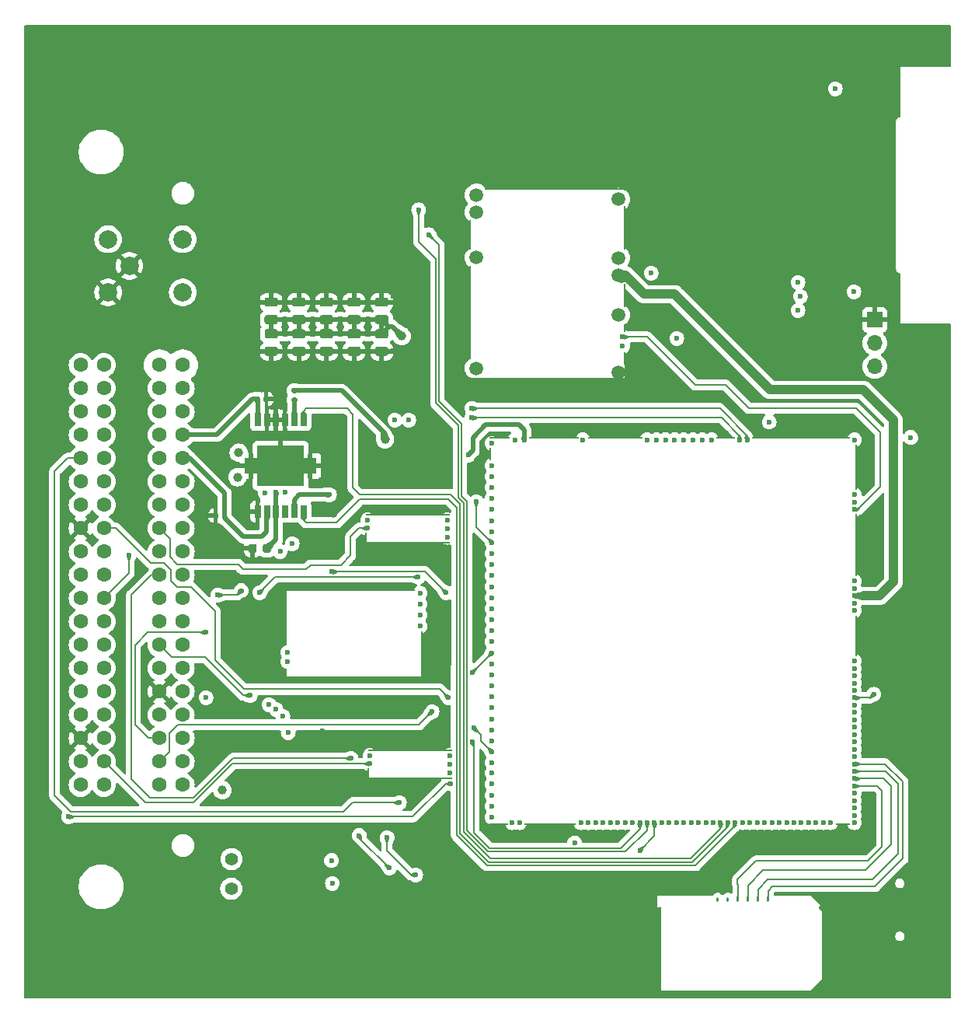
<source format=gbl>
G04 #@! TF.GenerationSoftware,KiCad,Pcbnew,8.0.6-8.0.6-0~ubuntu22.04.1*
G04 #@! TF.CreationDate,2024-11-26T19:09:53+00:00*
G04 #@! TF.ProjectId,hellenbremen,68656c6c-656e-4627-9265-6d656e2e6b69,rev?*
G04 #@! TF.SameCoordinates,Original*
G04 #@! TF.FileFunction,Copper,L4,Bot*
G04 #@! TF.FilePolarity,Positive*
%FSLAX46Y46*%
G04 Gerber Fmt 4.6, Leading zero omitted, Abs format (unit mm)*
G04 Created by KiCad (PCBNEW 8.0.6-8.0.6-0~ubuntu22.04.1) date 2024-11-26 19:09:53*
%MOMM*%
%LPD*%
G01*
G04 APERTURE LIST*
G04 #@! TA.AperFunction,ComponentPad*
%ADD10C,0.600000*%
G04 #@! TD*
G04 #@! TA.AperFunction,SMDPad,CuDef*
%ADD11O,0.200000X1.225000*%
G04 #@! TD*
G04 #@! TA.AperFunction,SMDPad,CuDef*
%ADD12O,9.300000X0.200000*%
G04 #@! TD*
G04 #@! TA.AperFunction,SMDPad,CuDef*
%ADD13R,0.250000X6.185000*%
G04 #@! TD*
G04 #@! TA.AperFunction,SMDPad,CuDef*
%ADD14R,0.250000X1.115000*%
G04 #@! TD*
G04 #@! TA.AperFunction,SMDPad,CuDef*
%ADD15R,14.275000X0.250000*%
G04 #@! TD*
G04 #@! TA.AperFunction,SMDPad,CuDef*
%ADD16R,15.100000X0.250000*%
G04 #@! TD*
G04 #@! TA.AperFunction,SMDPad,CuDef*
%ADD17R,0.250000X5.175000*%
G04 #@! TD*
G04 #@! TA.AperFunction,ComponentPad*
%ADD18C,1.500000*%
G04 #@! TD*
G04 #@! TA.AperFunction,SMDPad,CuDef*
%ADD19O,0.200000X3.300000*%
G04 #@! TD*
G04 #@! TA.AperFunction,SMDPad,CuDef*
%ADD20O,0.200000X10.200000*%
G04 #@! TD*
G04 #@! TA.AperFunction,SMDPad,CuDef*
%ADD21O,0.200000X0.300000*%
G04 #@! TD*
G04 #@! TA.AperFunction,SMDPad,CuDef*
%ADD22O,17.000000X0.200000*%
G04 #@! TD*
G04 #@! TA.AperFunction,SMDPad,CuDef*
%ADD23O,15.400000X0.200000*%
G04 #@! TD*
G04 #@! TA.AperFunction,SMDPad,CuDef*
%ADD24O,0.200000X4.800000*%
G04 #@! TD*
G04 #@! TA.AperFunction,SMDPad,CuDef*
%ADD25O,0.200000X2.600000*%
G04 #@! TD*
G04 #@! TA.AperFunction,SMDPad,CuDef*
%ADD26O,0.200000X1.000000*%
G04 #@! TD*
G04 #@! TA.AperFunction,SMDPad,CuDef*
%ADD27O,0.200000X1.500000*%
G04 #@! TD*
G04 #@! TA.AperFunction,ComponentPad*
%ADD28C,2.000000*%
G04 #@! TD*
G04 #@! TA.AperFunction,ComponentPad*
%ADD29C,1.600000*%
G04 #@! TD*
G04 #@! TA.AperFunction,SMDPad,CuDef*
%ADD30R,2.300000X0.200000*%
G04 #@! TD*
G04 #@! TA.AperFunction,SMDPad,CuDef*
%ADD31R,10.700000X0.200000*%
G04 #@! TD*
G04 #@! TA.AperFunction,SMDPad,CuDef*
%ADD32R,2.100000X0.200000*%
G04 #@! TD*
G04 #@! TA.AperFunction,SMDPad,CuDef*
%ADD33R,6.000000X0.200000*%
G04 #@! TD*
G04 #@! TA.AperFunction,SMDPad,CuDef*
%ADD34R,5.400000X0.200000*%
G04 #@! TD*
G04 #@! TA.AperFunction,SMDPad,CuDef*
%ADD35R,0.200000X1.400000*%
G04 #@! TD*
G04 #@! TA.AperFunction,SMDPad,CuDef*
%ADD36R,0.200000X5.000000*%
G04 #@! TD*
G04 #@! TA.AperFunction,SMDPad,CuDef*
%ADD37R,0.200000X6.800000*%
G04 #@! TD*
G04 #@! TA.AperFunction,SMDPad,CuDef*
%ADD38R,0.200000X4.500000*%
G04 #@! TD*
G04 #@! TA.AperFunction,SMDPad,CuDef*
%ADD39R,1.600000X0.200000*%
G04 #@! TD*
G04 #@! TA.AperFunction,SMDPad,CuDef*
%ADD40R,5.700000X0.200000*%
G04 #@! TD*
G04 #@! TA.AperFunction,SMDPad,CuDef*
%ADD41R,2.000000X0.200000*%
G04 #@! TD*
G04 #@! TA.AperFunction,ComponentPad*
%ADD42R,1.700000X1.700000*%
G04 #@! TD*
G04 #@! TA.AperFunction,ComponentPad*
%ADD43O,1.700000X1.700000*%
G04 #@! TD*
G04 #@! TA.AperFunction,SMDPad,CuDef*
%ADD44R,0.650000X1.350000*%
G04 #@! TD*
G04 #@! TA.AperFunction,SMDPad,CuDef*
%ADD45R,5.100000X4.400000*%
G04 #@! TD*
G04 #@! TA.AperFunction,SMDPad,CuDef*
%ADD46R,1.350000X1.800000*%
G04 #@! TD*
G04 #@! TA.AperFunction,ViaPad*
%ADD47C,0.600000*%
G04 #@! TD*
G04 #@! TA.AperFunction,ViaPad*
%ADD48C,1.000000*%
G04 #@! TD*
G04 #@! TA.AperFunction,ViaPad*
%ADD49C,1.400000*%
G04 #@! TD*
G04 #@! TA.AperFunction,Conductor*
%ADD50C,0.200000*%
G04 #@! TD*
G04 #@! TA.AperFunction,Conductor*
%ADD51C,0.500000*%
G04 #@! TD*
G04 #@! TA.AperFunction,Conductor*
%ADD52C,1.000000*%
G04 #@! TD*
G04 APERTURE END LIST*
D10*
G04 #@! TO.P,M5,E1,V5A*
G04 #@! TO.N,+5VA*
X46639000Y52636998D03*
D11*
G04 #@! TO.P,M5,E2,GND*
G04 #@! TO.N,GND*
X37739000Y50661998D03*
D12*
X42289000Y53236998D03*
X42289000Y50136998D03*
D10*
X46639000Y51686998D03*
G04 #@! TO.P,M5,E3,OUT_KNOCK*
G04 #@! TO.N,MCU_KNOCK_F*
X46639000Y50737000D03*
G04 #@! TO.P,M5,W1,IN_KNOCK*
G04 #@! TO.N,RAW_KNOCK_F*
X37939000Y51736998D03*
G04 #@! TO.P,M5,W2,VREF*
G04 #@! TO.N,VREF1*
X37939000Y52636998D03*
G04 #@! TD*
G04 #@! TO.P,M4,E1,HALL_EN*
G04 #@! TO.N,unconnected-(M4-HALL_EN-PadE1)*
X43647000Y42257000D03*
G04 #@! TO.P,M4,E2,NC*
G04 #@! TO.N,unconnected-(M4-NC-PadE2)*
X43647000Y41057000D03*
G04 #@! TO.P,M4,E3,OUT*
G04 #@! TO.N,IN_CRANK*
X43647000Y43457000D03*
G04 #@! TO.P,M4,E4,V5_IN*
G04 #@! TO.N,+5VA*
X43647000Y44657000D03*
D13*
G04 #@! TO.P,M4,G,GND*
G04 #@! TO.N,GND*
X28997000Y41989500D03*
D14*
X28997000Y35939500D03*
D15*
X36009500Y44957000D03*
D16*
X36422000Y35507000D03*
D17*
X43847000Y37969500D03*
D10*
G04 #@! TO.P,M4,W1,VR-/HALL*
G04 #@! TO.N,CRANK_LOW*
X29222000Y38197000D03*
G04 #@! TO.P,M4,W2,VR+*
G04 #@! TO.N,CRANK_HIGH*
X29222000Y37197000D03*
G04 #@! TD*
G04 #@! TO.P,M1,G,GND*
G04 #@! TO.N,GND*
G04 #@! TA.AperFunction,SMDPad,CuDef*
G36*
G01*
X87473563Y2709143D02*
X87473563Y9999143D01*
G75*
G02*
X87573563Y10099143I100000J0D01*
G01*
X87573563Y10099143D01*
G75*
G02*
X87673563Y9999143I0J-100000D01*
G01*
X87673563Y2709143D01*
G75*
G02*
X87573563Y2609143I-100000J0D01*
G01*
X87573563Y2609143D01*
G75*
G02*
X87473563Y2709143I0J100000D01*
G01*
G37*
G04 #@! TD.AperFunction*
G04 #@! TA.AperFunction,SMDPad,CuDef*
G36*
G01*
X87492018Y9941767D02*
X87067754Y10366031D01*
G75*
G02*
X87067754Y10507453I70711J70711D01*
G01*
X87067754Y10507453D01*
G75*
G02*
X87209176Y10507453I70711J-70711D01*
G01*
X87633440Y10083189D01*
G75*
G02*
X87633440Y9941767I-70711J-70711D01*
G01*
X87633440Y9941767D01*
G75*
G02*
X87492018Y9941767I-70711J70711D01*
G01*
G37*
G04 #@! TD.AperFunction*
G04 #@! TA.AperFunction,SMDPad,CuDef*
G36*
G01*
X86088848Y1342834D02*
X87495990Y2749976D01*
G75*
G02*
X87637412Y2749976I70711J-70711D01*
G01*
X87637412Y2749976D01*
G75*
G02*
X87637412Y2608554I-70711J-70711D01*
G01*
X86230270Y1201412D01*
G75*
G02*
X86088848Y1201412I-70711J70711D01*
G01*
X86088848Y1201412D01*
G75*
G02*
X86088848Y1342834I70711J70711D01*
G01*
G37*
G04 #@! TD.AperFunction*
G04 #@! TA.AperFunction,SMDPad,CuDef*
G36*
G01*
X86153000Y1170000D02*
X69803000Y1170000D01*
G75*
G02*
X69703000Y1270000I0J100000D01*
G01*
X69703000Y1270000D01*
G75*
G02*
X69803000Y1370000I100000J0D01*
G01*
X86153000Y1370000D01*
G75*
G02*
X86253000Y1270000I0J-100000D01*
G01*
X86253000Y1270000D01*
G75*
G02*
X86153000Y1170000I-100000J0D01*
G01*
G37*
G04 #@! TD.AperFunction*
G04 #@! TA.AperFunction,SMDPad,CuDef*
G36*
G01*
X69881079Y10449811D02*
X69881079Y1279813D01*
G75*
G02*
X69781079Y1179813I-100000J0D01*
G01*
X69781079Y1179813D01*
G75*
G02*
X69681079Y1279813I0J100000D01*
G01*
X69681079Y10449811D01*
G75*
G02*
X69781079Y10549811I100000J0D01*
G01*
X69781079Y10549811D01*
G75*
G02*
X69881079Y10449811I0J-100000D01*
G01*
G37*
G04 #@! TD.AperFunction*
G04 #@! TO.P,M1,N1,V5*
G04 #@! TO.N,unconnected-(M1-V5-PadN1)*
G04 #@! TA.AperFunction,SMDPad,CuDef*
G36*
G01*
X75948563Y11151644D02*
X75948563Y11401642D01*
G75*
G02*
X76073563Y11526642I125000J0D01*
G01*
X76073563Y11526642D01*
G75*
G02*
X76198563Y11401642I0J-125000D01*
G01*
X76198563Y11151644D01*
G75*
G02*
X76073563Y11026644I-125000J0D01*
G01*
X76073563Y11026644D01*
G75*
G02*
X75948563Y11151644I0J125000D01*
G01*
G37*
G04 #@! TD.AperFunction*
G04 #@! TO.P,M1,N2,V33*
G04 #@! TO.N,unconnected-(M1-V33-PadN2)*
G04 #@! TA.AperFunction,SMDPad,CuDef*
G36*
G01*
X77048561Y11151644D02*
X77048561Y11401642D01*
G75*
G02*
X77173561Y11526642I125000J0D01*
G01*
X77173561Y11526642D01*
G75*
G02*
X77298561Y11401642I0J-125000D01*
G01*
X77298561Y11151644D01*
G75*
G02*
X77173561Y11026644I-125000J0D01*
G01*
X77173561Y11026644D01*
G75*
G02*
X77048561Y11151644I0J125000D01*
G01*
G37*
G04 #@! TD.AperFunction*
G04 #@! TO.P,M1,N3,SWO*
G04 #@! TO.N,Net-(M1-SWO)*
G04 #@! TA.AperFunction,SMDPad,CuDef*
G36*
G01*
X78148559Y11151644D02*
X78148559Y11401642D01*
G75*
G02*
X78273559Y11526642I125000J0D01*
G01*
X78273559Y11526642D01*
G75*
G02*
X78398559Y11401642I0J-125000D01*
G01*
X78398559Y11151644D01*
G75*
G02*
X78273559Y11026644I-125000J0D01*
G01*
X78273559Y11026644D01*
G75*
G02*
X78148559Y11151644I0J125000D01*
G01*
G37*
G04 #@! TD.AperFunction*
G04 #@! TO.P,M1,N4,SWDIO*
G04 #@! TO.N,Net-(M1-SWDIO)*
G04 #@! TA.AperFunction,SMDPad,CuDef*
G36*
G01*
X79248557Y11151644D02*
X79248557Y11401642D01*
G75*
G02*
X79373557Y11526642I125000J0D01*
G01*
X79373557Y11526642D01*
G75*
G02*
X79498557Y11401642I0J-125000D01*
G01*
X79498557Y11151644D01*
G75*
G02*
X79373557Y11026644I-125000J0D01*
G01*
X79373557Y11026644D01*
G75*
G02*
X79248557Y11151644I0J125000D01*
G01*
G37*
G04 #@! TD.AperFunction*
G04 #@! TO.P,M1,N5,SWCLK*
G04 #@! TO.N,Net-(M1-SWCLK)*
G04 #@! TA.AperFunction,SMDPad,CuDef*
G36*
G01*
X80348555Y11151644D02*
X80348555Y11401642D01*
G75*
G02*
X80473555Y11526642I125000J0D01*
G01*
X80473555Y11526642D01*
G75*
G02*
X80598555Y11401642I0J-125000D01*
G01*
X80598555Y11151644D01*
G75*
G02*
X80473555Y11026644I-125000J0D01*
G01*
X80473555Y11026644D01*
G75*
G02*
X80348555Y11151644I0J125000D01*
G01*
G37*
G04 #@! TD.AperFunction*
G04 #@! TO.P,M1,N6,nReset*
G04 #@! TO.N,Net-(M1-nReset)*
G04 #@! TA.AperFunction,SMDPad,CuDef*
G36*
G01*
X81448552Y11151644D02*
X81448552Y11401642D01*
G75*
G02*
X81573552Y11526642I125000J0D01*
G01*
X81573552Y11526642D01*
G75*
G02*
X81698552Y11401642I0J-125000D01*
G01*
X81698552Y11151644D01*
G75*
G02*
X81573552Y11026644I-125000J0D01*
G01*
X81573552Y11026644D01*
G75*
G02*
X81448552Y11151644I0J125000D01*
G01*
G37*
G04 #@! TD.AperFunction*
G04 #@! TD*
D18*
G04 #@! TO.P,M2,E1,VBAT*
G04 #@! TO.N,unconnected-(M2-VBAT-PadE1)*
X65278000Y87556999D03*
G04 #@! TO.P,M2,E2,V12*
G04 #@! TO.N,+12V*
X65278000Y81157002D03*
G04 #@! TO.P,M2,E3,VIGN*
G04 #@! TO.N,VIGN*
X65278000Y79256999D03*
G04 #@! TO.P,M2,E4,V5*
G04 #@! TO.N,+5V*
X65278000Y74956999D03*
D10*
G04 #@! TO.P,M2,E5,EN_5VP*
G04 #@! TO.N,PWR_EN*
X65727999Y72557002D03*
G04 #@! TO.P,M2,E6,PG_5VP*
G04 #@! TO.N,unconnected-(M2-PG_5VP-PadE6)*
X65727999Y71557001D03*
D19*
G04 #@! TO.P,M2,S1,GND*
G04 #@! TO.N,GND*
X49128004Y83706999D03*
D20*
X49128004Y75207001D03*
D21*
X49128004Y68106999D03*
D22*
X57528002Y68056999D03*
D23*
X58328003Y88656999D03*
D18*
X65278000Y68706999D03*
D21*
X65928001Y88606999D03*
D24*
X65928001Y84407001D03*
D25*
X65928001Y77056999D03*
D26*
X65928001Y73557002D03*
D27*
X65928001Y70257001D03*
D18*
G04 #@! TO.P,M2,V1,V12_PERM*
G04 #@! TO.N,+12V_BAT*
X49778003Y88007001D03*
G04 #@! TO.P,M2,V2,IN_VIGN*
G04 #@! TO.N,+12V_PSP*
X49778003Y86157002D03*
G04 #@! TO.P,M2,V3,V12_RAW*
X49778003Y81206999D03*
G04 #@! TO.P,M2,V4,5VP*
G04 #@! TO.N,+5VP*
X49778003Y69157001D03*
G04 #@! TD*
D28*
G04 #@! TO.P,J1,1,CFC*
G04 #@! TO.N,CFC*
X9650000Y83200000D03*
G04 #@! TO.P,J1,2,GND*
G04 #@! TO.N,GND*
X9650000Y77400000D03*
G04 #@! TO.P,J1,3,GND*
X11980000Y80300000D03*
G04 #@! TO.P,J1,4,CPC*
G04 #@! TO.N,CPC*
X17780000Y83200000D03*
G04 #@! TO.P,J1,5,PSP1*
G04 #@! TO.N,+12V_PSP*
X17780000Y77400000D03*
D29*
G04 #@! TO.P,J1,6,FFI*
G04 #@! TO.N,INJ_1*
X17780000Y23780000D03*
G04 #@! TO.P,J1,7,RFI*
G04 #@! TO.N,INJ_2*
X17780000Y26320000D03*
G04 #@! TO.P,J1,8,RACRE*
G04 #@! TO.N,ACR_2*
X17780000Y28860000D03*
G04 #@! TO.P,J1,9,9*
G04 #@! TO.N,unconnected-(J1-Pad9)*
X17780000Y31400000D03*
G04 #@! TO.P,J1,10,10*
G04 #@! TO.N,unconnected-(J1-Pad10)*
X17780000Y33940000D03*
G04 #@! TO.P,J1,11,CKPSL*
G04 #@! TO.N,CRANK_LOW*
X17780000Y36480000D03*
G04 #@! TO.P,J1,12,12*
G04 #@! TO.N,unconnected-(J1-Pad12)*
X17780000Y39020000D03*
G04 #@! TO.P,J1,13,13*
G04 #@! TO.N,unconnected-(J1-Pad13)*
X17780000Y41560000D03*
G04 #@! TO.P,J1,14,FHO2HG*
G04 #@! TO.N,FHO2H*
X17780000Y44100000D03*
G04 #@! TO.P,J1,15,15*
G04 #@! TO.N,unconnected-(J1-Pad15)*
X17780000Y46640000D03*
G04 #@! TO.P,J1,16,PRGSEL*
G04 #@! TO.N,PRGSEL*
X17780000Y49180000D03*
G04 #@! TO.P,J1,17,FIVVTC*
G04 #@! TO.N,FIVVTC*
X17780000Y51720000D03*
G04 #@! TO.P,J1,18,18*
G04 #@! TO.N,unconnected-(J1-Pad18)*
X17780000Y54260000D03*
G04 #@! TO.P,J1,19,19*
G04 #@! TO.N,unconnected-(J1-Pad19)*
X17780000Y56800000D03*
G04 #@! TO.P,J1,20,ETCL*
G04 #@! TO.N,ETC_OUT_M*
X17780000Y59340000D03*
G04 #@! TO.P,J1,21,ETCH*
G04 #@! TO.N,ETC_OUT_P*
X17780000Y61880000D03*
G04 #@! TO.P,J1,22,22*
G04 #@! TO.N,unconnected-(J1-Pad22)*
X17780000Y64420000D03*
G04 #@! TO.P,J1,23,RHO2HG*
G04 #@! TO.N,RHO2H*
X17780000Y66960000D03*
G04 #@! TO.P,J1,24,FIC*
G04 #@! TO.N,IGN_1*
X17780000Y69500000D03*
G04 #@! TO.P,J1,25,FACRE*
G04 #@! TO.N,ACR_1*
X15240000Y23780000D03*
G04 #@! TO.P,J1,26,PCHO2SB1*
G04 #@! TO.N,H2OSPC*
X15240000Y26320000D03*
G04 #@! TO.P,J1,27,TPS2*
G04 #@! TO.N,IN_TPS2*
X15240000Y28860000D03*
G04 #@! TO.P,J1,28,PSP2*
G04 #@! TO.N,unconnected-(J1-PSP2-Pad28)*
X15240000Y31400000D03*
G04 #@! TO.P,J1,29,5VSNSGND1*
G04 #@! TO.N,GND*
X15240000Y33940000D03*
G04 #@! TO.P,J1,30,CKPSH*
G04 #@! TO.N,CRANK_HIGH*
X15240000Y36480000D03*
G04 #@! TO.P,J1,31,FLS*
G04 #@! TO.N,FLS*
X15240000Y39020000D03*
G04 #@! TO.P,J1,32,OPS*
G04 #@! TO.N,unconnected-(J1-OPS-Pad32)*
X15240000Y41560000D03*
G04 #@! TO.P,J1,33,33*
G04 #@! TO.N,unconnected-(J1-Pad33)*
X15240000Y44100000D03*
G04 #@! TO.P,J1,34,JSS*
G04 #@! TO.N,IN_JSS*
X15240000Y46640000D03*
G04 #@! TO.P,J1,35,35*
G04 #@! TO.N,unconnected-(J1-Pad35)*
X15240000Y49180000D03*
G04 #@! TO.P,J1,36,FKSH*
G04 #@! TO.N,RAW_KNOCK_F*
X15240000Y51720000D03*
G04 #@! TO.P,J1,37,FKSL*
G04 #@! TO.N,unconnected-(J1-FKSL-Pad37)*
X15240000Y54260000D03*
G04 #@! TO.P,J1,38,CANL1*
G04 #@! TO.N,CAN_L*
X15240000Y56800000D03*
G04 #@! TO.P,J1,39,CANH1*
G04 #@! TO.N,CAN_H*
X15240000Y59340000D03*
G04 #@! TO.P,J1,40,40*
G04 #@! TO.N,unconnected-(J1-Pad40)*
X15240000Y61880000D03*
G04 #@! TO.P,J1,41,TGS1*
G04 #@! TO.N,IN_PPS*
X15240000Y64420000D03*
G04 #@! TO.P,J1,42,TGS2*
G04 #@! TO.N,IN_PPS2*
X15240000Y66960000D03*
G04 #@! TO.P,J1,43,RIC*
G04 #@! TO.N,IGN_2*
X15240000Y69500000D03*
G04 #@! TO.P,J1,44,CFFC*
G04 #@! TO.N,CCFC*
X9190000Y23780000D03*
G04 #@! TO.P,J1,45,RKSH*
G04 #@! TO.N,RAW_KNOCK_R*
X9190000Y26320000D03*
G04 #@! TO.P,J1,46,RKSL*
G04 #@! TO.N,unconnected-(J1-RKSL-Pad46)*
X9190000Y28860000D03*
G04 #@! TO.P,J1,47,FHO2SB1*
G04 #@! TO.N,H2OS1*
X9190000Y31400000D03*
G04 #@! TO.P,J1,48,RHO2SB2*
G04 #@! TO.N,H2OS2*
X9190000Y33940000D03*
G04 #@! TO.P,J1,49,CLT*
G04 #@! TO.N,IN_CLT*
X9190000Y36480000D03*
G04 #@! TO.P,J1,50,50*
G04 #@! TO.N,unconnected-(J1-Pad50)*
X9190000Y39020000D03*
G04 #@! TO.P,J1,51,51*
G04 #@! TO.N,unconnected-(J1-Pad51)*
X9190000Y41560000D03*
G04 #@! TO.P,J1,52,TPS1*
G04 #@! TO.N,IN_TPS*
X9190000Y44100000D03*
G04 #@! TO.P,J1,53,MAP*
G04 #@! TO.N,IN_MAP*
X9190000Y46640000D03*
G04 #@! TO.P,J1,54,54*
G04 #@! TO.N,unconnected-(J1-Pad54)*
X9190000Y49180000D03*
G04 #@! TO.P,J1,55,ETS*
G04 #@! TO.N,ETS*
X9190000Y51720000D03*
G04 #@! TO.P,J1,56,56*
G04 #@! TO.N,unconnected-(J1-Pad56)*
X9190000Y54260000D03*
G04 #@! TO.P,J1,57,57*
G04 #@! TO.N,unconnected-(J1-Pad57)*
X9190000Y56800000D03*
G04 #@! TO.P,J1,58,58*
G04 #@! TO.N,unconnected-(J1-Pad58)*
X9190000Y59340000D03*
G04 #@! TO.P,J1,59,59*
G04 #@! TO.N,unconnected-(J1-Pad59)*
X9190000Y61880000D03*
G04 #@! TO.P,J1,60,60*
G04 #@! TO.N,unconnected-(J1-Pad60)*
X9190000Y64420000D03*
G04 #@! TO.P,J1,61,61*
G04 #@! TO.N,unconnected-(J1-Pad61)*
X9190000Y66960000D03*
G04 #@! TO.P,J1,62,62*
G04 #@! TO.N,unconnected-(J1-Pad62)*
X9190000Y69500000D03*
G04 #@! TO.P,J1,63,63*
G04 #@! TO.N,unconnected-(J1-Pad63)*
X6650000Y23780000D03*
G04 #@! TO.P,J1,64,64*
G04 #@! TO.N,unconnected-(J1-Pad64)*
X6650000Y26320000D03*
G04 #@! TO.P,J1,65,PCH2OSG*
G04 #@! TO.N,GND*
X6650000Y28860000D03*
G04 #@! TO.P,J1,66,66*
G04 #@! TO.N,unconnected-(J1-Pad66)*
X6650000Y31400000D03*
G04 #@! TO.P,J1,67,BATFU*
G04 #@! TO.N,+12V_BAT*
X6650000Y33940000D03*
G04 #@! TO.P,J1,68,68*
G04 #@! TO.N,unconnected-(J1-Pad68)*
X6650000Y36480000D03*
G04 #@! TO.P,J1,69,69*
G04 #@! TO.N,unconnected-(J1-Pad69)*
X6650000Y39020000D03*
G04 #@! TO.P,J1,70,5VPS1*
G04 #@! TO.N,unconnected-(J1-5VPS1-Pad70)*
X6650000Y41560000D03*
G04 #@! TO.P,J1,71,AAT*
G04 #@! TO.N,IN_AAT*
X6650000Y44100000D03*
G04 #@! TO.P,J1,72,IAT*
G04 #@! TO.N,IN_IAT*
X6650000Y46640000D03*
G04 #@! TO.P,J1,73,73*
G04 #@! TO.N,unconnected-(J1-Pad73)*
X6650000Y49180000D03*
G04 #@! TO.P,J1,74,5VSNSGND2*
G04 #@! TO.N,GND*
X6650000Y51720000D03*
G04 #@! TO.P,J1,75,75*
G04 #@! TO.N,unconnected-(J1-Pad75)*
X6650000Y54260000D03*
G04 #@! TO.P,J1,76,76*
G04 #@! TO.N,unconnected-(J1-Pad76)*
X6650000Y56800000D03*
G04 #@! TO.P,J1,77,FICMPSNS*
G04 #@! TO.N,IN_CAM_HALL*
X6650000Y59340000D03*
G04 #@! TO.P,J1,78,GEARSENS*
G04 #@! TO.N,GEAR_POS_SENS*
X6650000Y61880000D03*
G04 #@! TO.P,J1,79,79*
G04 #@! TO.N,unconnected-(J1-Pad79)*
X6650000Y64420000D03*
G04 #@! TO.P,J1,80,PCHO2SHTR*
G04 #@! TO.N,PCHO2SHTR*
X6650000Y66960000D03*
G04 #@! TO.P,J1,81,81*
G04 #@! TO.N,unconnected-(J1-Pad81)*
X6650000Y69500000D03*
G04 #@! TD*
D10*
G04 #@! TO.P,M3,E1,SPI2_SCK/CAN2_TX*
G04 #@! TO.N,unconnected-(M3-SPI2_SCK{slash}CAN2_TX-PadE1)*
X88394996Y19664999D03*
G04 #@! TO.P,M3,E2,SPI2_MISO*
G04 #@! TO.N,unconnected-(M3-SPI2_MISO-PadE2)*
X87594995Y19664999D03*
G04 #@! TO.P,M3,E3,SPI2_MOSI*
G04 #@! TO.N,unconnected-(M3-SPI2_MOSI-PadE3)*
X86794997Y19664999D03*
G04 #@! TO.P,M3,E4,SPI2_CS/CAN2_RX*
G04 #@! TO.N,unconnected-(M3-SPI2_CS{slash}CAN2_RX-PadE4)*
X85994996Y19664999D03*
G04 #@! TO.P,M3,E6,OUT_IO3*
G04 #@! TO.N,unconnected-(M3-OUT_IO3-PadE6)*
X85194995Y19664999D03*
G04 #@! TO.P,M3,E7,OUT_IO5*
G04 #@! TO.N,unconnected-(M3-OUT_IO5-PadE7)*
X84394997Y19665002D03*
G04 #@! TO.P,M3,E8,OUT_IO1*
G04 #@! TO.N,unconnected-(M3-OUT_IO1-PadE8)*
X83594996Y19665002D03*
G04 #@! TO.P,M3,E9,OUT_IO6*
G04 #@! TO.N,unconnected-(M3-OUT_IO6-PadE9)*
X82794992Y19664999D03*
G04 #@! TO.P,M3,E10,OUT_IO10*
G04 #@! TO.N,unconnected-(M3-OUT_IO10-PadE10)*
X81994996Y19664999D03*
G04 #@! TO.P,M3,E11,OUT_IO9*
G04 #@! TO.N,unconnected-(M3-OUT_IO9-PadE11)*
X81194996Y19664999D03*
G04 #@! TO.P,M3,E12,OUT_IO2*
G04 #@! TO.N,unconnected-(M3-OUT_IO2-PadE12)*
X80394995Y19664999D03*
G04 #@! TO.P,M3,E13,OUT_IO12*
G04 #@! TO.N,unconnected-(M3-OUT_IO12-PadE13)*
X79594996Y19665002D03*
G04 #@! TO.P,M3,E14,OUT_PWM5*
G04 #@! TO.N,MCU_CCFC*
X78794995Y19665002D03*
G04 #@! TO.P,M3,E15,OUT_PWM4*
G04 #@! TO.N,ETC_DIR*
X77994994Y19665002D03*
G04 #@! TO.P,M3,E16,OUT_PWM3*
G04 #@! TO.N,ETC_PWM*
X77194996Y19664999D03*
G04 #@! TO.P,M3,E17,OUT_PWM2*
G04 #@! TO.N,MCU_CFC*
X76394995Y19664999D03*
G04 #@! TO.P,M3,E18,OUT_INJ2*
G04 #@! TO.N,MCU_INJ2*
X75594997Y19664999D03*
G04 #@! TO.P,M3,E19,OUT_INJ1*
G04 #@! TO.N,MCU_INJ1*
X74794996Y19665002D03*
G04 #@! TO.P,M3,E20,OUT_IO13*
G04 #@! TO.N,unconnected-(M3-OUT_IO13-PadE20)*
X73994995Y19665002D03*
G04 #@! TO.P,M3,E21,OUT_IO4*
G04 #@! TO.N,unconnected-(M3-OUT_IO4-PadE21)*
X73194996Y19664999D03*
G04 #@! TO.P,M3,E22,OUT_IO8*
G04 #@! TO.N,unconnected-(M3-OUT_IO8-PadE22)*
X72394995Y19664999D03*
G04 #@! TO.P,M3,E23,OUT_IO7*
G04 #@! TO.N,unconnected-(M3-OUT_IO7-PadE23)*
X71594994Y19664999D03*
G04 #@! TO.P,M3,E24,OUT_IO11*
G04 #@! TO.N,unconnected-(M3-OUT_IO11-PadE24)*
X70794996Y19664999D03*
G04 #@! TO.P,M3,E25,OUT_PWM7*
G04 #@! TO.N,MCU_FHO2H*
X69994995Y19664999D03*
G04 #@! TO.P,M3,E26,OUT_PWM6*
G04 #@! TO.N,MCU_PCHO2SHTR*
X69194997Y19664999D03*
G04 #@! TO.P,M3,E27,OUT_PWM1*
G04 #@! TO.N,MCU_CPC*
X68394996Y19664999D03*
G04 #@! TO.P,M3,E28,OUT_PWM8*
G04 #@! TO.N,MCU_RHO2H*
X67594995Y19664999D03*
G04 #@! TO.P,M3,E29,OUT_INJ3*
G04 #@! TO.N,unconnected-(M3-OUT_INJ3-PadE29)*
X66794996Y19664999D03*
G04 #@! TO.P,M3,E30,OUT_INJ4*
G04 #@! TO.N,unconnected-(M3-OUT_INJ4-PadE30)*
X65994995Y19664999D03*
G04 #@! TO.P,M3,E31,OUT_INJ5*
G04 #@! TO.N,MCU_PRGSEL*
X65194997Y19665002D03*
G04 #@! TO.P,M3,E32,OUT_INJ6*
G04 #@! TO.N,MCU_FIVVTC*
X64394994Y19664999D03*
G04 #@! TO.P,M3,E33,OUT_INJ7*
G04 #@! TO.N,MCU_ACR1*
X63594995Y19664999D03*
G04 #@! TO.P,M3,E34,OUT_INJ8*
G04 #@! TO.N,MCU_ACR2*
X62794997Y19664999D03*
G04 #@! TO.P,M3,E35,IO6*
G04 #@! TO.N,unconnected-(M3-IO6-PadE35)*
X61994996Y19664999D03*
G04 #@! TO.P,M3,E36,IO7*
G04 #@! TO.N,unconnected-(M3-IO7-PadE36)*
X61194995Y19664999D03*
G04 #@! TO.P,M3,E38,V5A_SWITCHABLE*
G04 #@! TO.N,+5VA*
X54495001Y19665002D03*
G04 #@! TO.P,M3,E39,GNDA*
G04 #@! TO.N,unconnected-(M3-GNDA-PadE39)*
X53695000Y19664999D03*
D30*
G04 #@! TO.P,M3,G,GND*
G04 #@! TO.N,GND*
X52345000Y61565004D03*
D31*
X85144998Y61565002D03*
D32*
X76944999Y61565002D03*
D33*
X64895000Y61565002D03*
D34*
X58195003Y61565002D03*
D35*
X51294997Y59764995D03*
D36*
X91194998Y58365000D03*
D37*
X91194998Y49864997D03*
D38*
X91194998Y40014994D03*
D39*
X89694999Y19464999D03*
D40*
X57844996Y19464999D03*
D41*
X52195003Y19464999D03*
D10*
G04 #@! TO.P,M3,N1,USBID*
G04 #@! TO.N,unconnected-(M3-USBID-PadN1)*
X90994999Y19664999D03*
G04 #@! TO.P,M3,N2,USBM*
G04 #@! TO.N,Net-(M3-USBM)*
X90995001Y20464997D03*
G04 #@! TO.P,M3,N3,USBP*
G04 #@! TO.N,Net-(M3-USBP)*
X90995001Y21264998D03*
G04 #@! TO.P,M3,N4,VBUS*
G04 #@! TO.N,Net-(M3-VBUS)*
X90994999Y22064997D03*
G04 #@! TO.P,M3,N5,BOOT0*
G04 #@! TO.N,unconnected-(M3-BOOT0-PadN5)*
X90994999Y22864998D03*
G04 #@! TO.P,M3,N6,SWO*
G04 #@! TO.N,Net-(M1-SWO)*
X90994999Y23664999D03*
G04 #@! TO.P,M3,N7,SWDIO*
G04 #@! TO.N,Net-(M1-SWDIO)*
X90994999Y24464997D03*
G04 #@! TO.P,M3,N8,SWCLK*
G04 #@! TO.N,Net-(M1-SWCLK)*
X90995001Y25264998D03*
G04 #@! TO.P,M3,N9,nReset*
G04 #@! TO.N,Net-(M1-nReset)*
X90994999Y26064996D03*
G04 #@! TO.P,M3,N10,SPI3_CS*
G04 #@! TO.N,unconnected-(M3-SPI3_CS-PadN10)*
X90994999Y26864997D03*
G04 #@! TO.P,M3,N11,SPI3_SCK*
G04 #@! TO.N,unconnected-(M3-SPI3_SCK-PadN11)*
X90994999Y27664998D03*
G04 #@! TO.P,M3,N12,SPI3_MISO*
G04 #@! TO.N,unconnected-(M3-SPI3_MISO-PadN12)*
X90994999Y28464999D03*
G04 #@! TO.P,M3,N13,SPI3_MOSI*
G04 #@! TO.N,unconnected-(M3-SPI3_MOSI-PadN13)*
X90994999Y29264998D03*
G04 #@! TO.P,M3,N14,I2C_SCL*
G04 #@! TO.N,unconnected-(M3-I2C_SCL-PadN14)*
X90994999Y30064999D03*
G04 #@! TO.P,M3,N15,I2C_SDA*
G04 #@! TO.N,unconnected-(M3-I2C_SDA-PadN15)*
X90995001Y30865000D03*
G04 #@! TO.P,M3,N16,IO1*
G04 #@! TO.N,unconnected-(M3-IO1-PadN16)*
X90995001Y31665000D03*
G04 #@! TO.P,M3,N17,UART2_TX*
G04 #@! TO.N,UART_BT_TX*
X90994999Y32464999D03*
G04 #@! TO.P,M3,N18,UART2_RX*
G04 #@! TO.N,UART_BT_RX*
X90994999Y33265000D03*
G04 #@! TO.P,M3,N19,IO2*
G04 #@! TO.N,unconnected-(M3-IO2-PadN19)*
X90994999Y34064998D03*
G04 #@! TO.P,M3,N20,IO4*
G04 #@! TO.N,unconnected-(M3-IO4-PadN20)*
X90994999Y34864999D03*
G04 #@! TO.P,M3,N21,IO3*
G04 #@! TO.N,unconnected-(M3-IO3-PadN21)*
X90995001Y35664998D03*
G04 #@! TO.P,M3,N22,V33*
G04 #@! TO.N,unconnected-(M3-V33-PadN22)*
X90994999Y36464999D03*
G04 #@! TO.P,M3,N23,IO5*
G04 #@! TO.N,unconnected-(M3-IO5-PadN23)*
X90994999Y37264999D03*
G04 #@! TO.P,M3,N24,UART8_RX*
G04 #@! TO.N,unconnected-(M3-UART8_RX-PadN24)*
X90994999Y42764999D03*
G04 #@! TO.P,M3,N25,UART8_TX*
G04 #@! TO.N,unconnected-(M3-UART8_TX-PadN25)*
X90994999Y43565000D03*
G04 #@! TO.P,M3,N26,IN_VIGN*
G04 #@! TO.N,VIGN*
X90994999Y44364998D03*
G04 #@! TO.P,M3,N27,VBAT*
G04 #@! TO.N,unconnected-(M3-VBAT-PadN27)*
X90994999Y45164996D03*
G04 #@! TO.P,M3,N28,V33_SWITCHABLE*
G04 #@! TO.N,+3V3SW*
X90994999Y45964995D03*
G04 #@! TO.P,M3,N29,OUT_PWR_EN*
G04 #@! TO.N,PWR_EN*
X90994999Y53764999D03*
G04 #@! TO.P,M3,N30,V5A_SWITCHABLE*
G04 #@! TO.N,unconnected-(M3-V5A_SWITCHABLE-PadN30)*
X90994999Y54564998D03*
G04 #@! TO.P,M3,N31,VCC*
G04 #@! TO.N,+5V*
X90994999Y55364996D03*
G04 #@! TO.P,M3,N32,V33*
G04 #@! TO.N,+3V3*
X90994999Y61365000D03*
G04 #@! TO.P,M3,S1,IN_D4*
G04 #@! TO.N,unconnected-(M3-IN_D4-PadS1)*
X51494994Y20265000D03*
G04 #@! TO.P,M3,S2,IN_D3*
G04 #@! TO.N,unconnected-(M3-IN_D3-PadS2)*
X51494996Y21465001D03*
G04 #@! TO.P,M3,S3,IN_D2*
G04 #@! TO.N,IN_CAM_HALL*
X51494996Y22664998D03*
G04 #@! TO.P,M3,S4,IN_D1*
G04 #@! TO.N,IN_JSS*
X51494994Y23864998D03*
G04 #@! TO.P,M3,S5,VREF2*
G04 #@! TO.N,VREF2*
X51494996Y25064998D03*
G04 #@! TO.P,M3,S6,IN_SENS4*
G04 #@! TO.N,GEAR_POS_SENS*
X51494996Y26164986D03*
G04 #@! TO.P,M3,S7,IN_SENS3*
G04 #@! TO.N,FLS*
X51494996Y27364986D03*
G04 #@! TO.P,M3,S8,IN_SENS2*
G04 #@! TO.N,ETS*
X51494994Y28564984D03*
G04 #@! TO.P,M3,S9,IN_SENS1*
G04 #@! TO.N,MCU_KNOCK_R*
X51494996Y29764984D03*
G04 #@! TO.P,M3,S10,IN_AUX4*
G04 #@! TO.N,unconnected-(M3-IN_AUX4-PadS10)*
X51494996Y30964987D03*
G04 #@! TO.P,M3,S11,IN_AUX3*
G04 #@! TO.N,H2OSPC*
X51494994Y32164989D03*
G04 #@! TO.P,M3,S12,IN_AUX2*
G04 #@! TO.N,unconnected-(M3-IN_AUX2-PadS12)*
X51494996Y33364987D03*
G04 #@! TO.P,M3,S13,IN_AUX1*
G04 #@! TO.N,unconnected-(M3-IN_AUX1-PadS13)*
X51494996Y34564985D03*
G04 #@! TO.P,M3,S14,IN_RES2*
G04 #@! TO.N,unconnected-(M3-IN_RES2-PadS14)*
X51494996Y35764992D03*
G04 #@! TO.P,M3,S15,IN_O2S2*
G04 #@! TO.N,H2OS2*
X51494996Y36964992D03*
G04 #@! TO.P,M3,S16,IN_O2S*
G04 #@! TO.N,H2OS1*
X51494996Y38164990D03*
G04 #@! TO.P,M3,S17,IN_RES1*
G04 #@! TO.N,unconnected-(M3-IN_RES1-PadS17)*
X51494996Y39364990D03*
G04 #@! TO.P,M3,S18,IN_RES3*
G04 #@! TO.N,unconnected-(M3-IN_RES3-PadS18)*
X51494996Y40564995D03*
G04 #@! TO.P,M3,S19,IN_MAP3*
G04 #@! TO.N,unconnected-(M3-IN_MAP3-PadS19)*
X51494996Y41764996D03*
G04 #@! TO.P,M3,S20,IN_MAP2*
G04 #@! TO.N,unconnected-(M3-IN_MAP2-PadS20)*
X51494994Y42964993D03*
G04 #@! TO.P,M3,S21,IN_MAP1*
G04 #@! TO.N,IN_MAP*
X51494996Y44164993D03*
G04 #@! TO.P,M3,S22,IN_CRANK*
G04 #@! TO.N,IN_CRANK*
X51494994Y45364996D03*
G04 #@! TO.P,M3,S23,IN_KNOCK*
G04 #@! TO.N,MCU_KNOCK_F*
X51494996Y46564996D03*
G04 #@! TO.P,M3,S24,IN_CAM*
G04 #@! TO.N,unconnected-(M3-IN_CAM-PadS24)*
X51494996Y47764991D03*
G04 #@! TO.P,M3,S25,IN_VSS*
G04 #@! TO.N,unconnected-(M3-IN_VSS-PadS25)*
X51494994Y48964994D03*
G04 #@! TO.P,M3,S26,IN_IAT*
G04 #@! TO.N,IN_IAT*
X51494996Y50164999D03*
G04 #@! TO.P,M3,S27,IN_AT1*
G04 #@! TO.N,IN_AAT*
X51494994Y51364999D03*
G04 #@! TO.P,M3,S28,IN_CLT*
G04 #@! TO.N,IN_CLT*
X51494996Y52564997D03*
G04 #@! TO.P,M3,S29,IN_AT2*
G04 #@! TO.N,unconnected-(M3-IN_AT2-PadS29)*
X51494996Y53764997D03*
G04 #@! TO.P,M3,S30,IN_TPS*
G04 #@! TO.N,IN_TPS*
X51494996Y54965002D03*
G04 #@! TO.P,M3,S31,IN_PPS*
G04 #@! TO.N,IN_PPS*
X51494996Y56165002D03*
G04 #@! TO.P,M3,S32,IN_TPS2*
G04 #@! TO.N,IN_TPS2*
X51494996Y57365000D03*
G04 #@! TO.P,M3,S33,IN_PPS2*
G04 #@! TO.N,IN_PPS2*
X51494996Y58565000D03*
G04 #@! TO.P,M3,S35,VREF1*
G04 #@! TO.N,VREF1*
X51494996Y60965000D03*
G04 #@! TO.P,M3,W1,GNDA*
G04 #@! TO.N,GNDA*
X53994999Y61365002D03*
G04 #@! TO.P,M3,W2,V5A_SWITCHABLE*
G04 #@! TO.N,+5VA*
X54995000Y61365002D03*
G04 #@! TO.P,M3,W3,V33_REF*
G04 #@! TO.N,unconnected-(M3-V33_REF-PadW3)*
X61395002Y61365000D03*
G04 #@! TO.P,M3,W4,IGN8*
G04 #@! TO.N,unconnected-(M3-IGN8-PadW4)*
X68394998Y61365000D03*
G04 #@! TO.P,M3,W5,IGN7*
G04 #@! TO.N,unconnected-(M3-IGN7-PadW5)*
X69394999Y61365000D03*
G04 #@! TO.P,M3,W6,IGN6*
G04 #@! TO.N,unconnected-(M3-IGN6-PadW6)*
X70394997Y61365000D03*
G04 #@! TO.P,M3,W7,IGN5*
G04 #@! TO.N,unconnected-(M3-IGN5-PadW7)*
X71394997Y61365000D03*
G04 #@! TO.P,M3,W8,IGN4*
G04 #@! TO.N,unconnected-(M3-IGN4-PadW8)*
X72394998Y61365000D03*
G04 #@! TO.P,M3,W9,IGN3*
G04 #@! TO.N,unconnected-(M3-IGN3-PadW9)*
X73394996Y61365000D03*
G04 #@! TO.P,M3,W10,IGN2*
G04 #@! TO.N,MCUIGN_1*
X74394996Y61365000D03*
G04 #@! TO.P,M3,W11,IGN1*
G04 #@! TO.N,MCUIGN_2*
X75394994Y61365000D03*
G04 #@! TO.P,M3,W12,CANH*
G04 #@! TO.N,CAN_H*
X78494998Y61365000D03*
G04 #@! TO.P,M3,W13,CANL*
G04 #@! TO.N,CAN_L*
X79294999Y61365000D03*
G04 #@! TD*
D42*
G04 #@! TO.P,J2,1,Pin_1*
G04 #@! TO.N,GND*
X93218000Y74422000D03*
D43*
G04 #@! TO.P,J2,2,Pin_2*
G04 #@! TO.N,DEBUG_RX*
X93218000Y71882000D03*
G04 #@! TO.P,J2,3,Pin_3*
G04 #@! TO.N,DEBUG_TX*
X93218000Y69342000D03*
G04 #@! TD*
D10*
G04 #@! TO.P,M6,E1,V5A*
G04 #@! TO.N,+5VA*
X46893000Y26982998D03*
D11*
G04 #@! TO.P,M6,E2,GND*
G04 #@! TO.N,GND*
X37993000Y25007998D03*
D12*
X42543000Y27582998D03*
X42543000Y24482998D03*
D10*
X46893000Y26032998D03*
G04 #@! TO.P,M6,E3,OUT_KNOCK*
G04 #@! TO.N,MCU_KNOCK_R*
X46893000Y25083000D03*
G04 #@! TO.P,M6,W1,IN_KNOCK*
G04 #@! TO.N,RAW_KNOCK_R*
X38193000Y26082998D03*
G04 #@! TO.P,M6,W2,VREF*
G04 #@! TO.N,VREF2*
X38193000Y26982998D03*
G04 #@! TD*
G04 #@! TO.P,C7,1*
G04 #@! TO.N,GND*
G04 #@! TA.AperFunction,SMDPad,CuDef*
G36*
G01*
X39945000Y70500000D02*
X38995000Y70500000D01*
G75*
G02*
X38745000Y70750000I0J250000D01*
G01*
X38745000Y71250000D01*
G75*
G02*
X38995000Y71500000I250000J0D01*
G01*
X39945000Y71500000D01*
G75*
G02*
X40195000Y71250000I0J-250000D01*
G01*
X40195000Y70750000D01*
G75*
G02*
X39945000Y70500000I-250000J0D01*
G01*
G37*
G04 #@! TD.AperFunction*
G04 #@! TO.P,C7,2*
G04 #@! TO.N,+12V*
G04 #@! TA.AperFunction,SMDPad,CuDef*
G36*
G01*
X39945000Y72400000D02*
X38995000Y72400000D01*
G75*
G02*
X38745000Y72650000I0J250000D01*
G01*
X38745000Y73150000D01*
G75*
G02*
X38995000Y73400000I250000J0D01*
G01*
X39945000Y73400000D01*
G75*
G02*
X40195000Y73150000I0J-250000D01*
G01*
X40195000Y72650000D01*
G75*
G02*
X39945000Y72400000I-250000J0D01*
G01*
G37*
G04 #@! TD.AperFunction*
G04 #@! TD*
G04 #@! TO.P,C12,1*
G04 #@! TO.N,GND*
G04 #@! TA.AperFunction,SMDPad,CuDef*
G36*
G01*
X27905000Y70500000D02*
X26955000Y70500000D01*
G75*
G02*
X26705000Y70750000I0J250000D01*
G01*
X26705000Y71250000D01*
G75*
G02*
X26955000Y71500000I250000J0D01*
G01*
X27905000Y71500000D01*
G75*
G02*
X28155000Y71250000I0J-250000D01*
G01*
X28155000Y70750000D01*
G75*
G02*
X27905000Y70500000I-250000J0D01*
G01*
G37*
G04 #@! TD.AperFunction*
G04 #@! TO.P,C12,2*
G04 #@! TO.N,+12V*
G04 #@! TA.AperFunction,SMDPad,CuDef*
G36*
G01*
X27905000Y72400000D02*
X26955000Y72400000D01*
G75*
G02*
X26705000Y72650000I0J250000D01*
G01*
X26705000Y73150000D01*
G75*
G02*
X26955000Y73400000I250000J0D01*
G01*
X27905000Y73400000D01*
G75*
G02*
X28155000Y73150000I0J-250000D01*
G01*
X28155000Y72650000D01*
G75*
G02*
X27905000Y72400000I-250000J0D01*
G01*
G37*
G04 #@! TD.AperFunction*
G04 #@! TD*
G04 #@! TO.P,C15,1*
G04 #@! TO.N,GND*
G04 #@! TA.AperFunction,SMDPad,CuDef*
G36*
G01*
X32965000Y76850000D02*
X33915000Y76850000D01*
G75*
G02*
X34165000Y76600000I0J-250000D01*
G01*
X34165000Y76100000D01*
G75*
G02*
X33915000Y75850000I-250000J0D01*
G01*
X32965000Y75850000D01*
G75*
G02*
X32715000Y76100000I0J250000D01*
G01*
X32715000Y76600000D01*
G75*
G02*
X32965000Y76850000I250000J0D01*
G01*
G37*
G04 #@! TD.AperFunction*
G04 #@! TO.P,C15,2*
G04 #@! TO.N,+12V*
G04 #@! TA.AperFunction,SMDPad,CuDef*
G36*
G01*
X32965000Y74950000D02*
X33915000Y74950000D01*
G75*
G02*
X34165000Y74700000I0J-250000D01*
G01*
X34165000Y74200000D01*
G75*
G02*
X33915000Y73950000I-250000J0D01*
G01*
X32965000Y73950000D01*
G75*
G02*
X32715000Y74200000I0J250000D01*
G01*
X32715000Y74700000D01*
G75*
G02*
X32965000Y74950000I250000J0D01*
G01*
G37*
G04 #@! TD.AperFunction*
G04 #@! TD*
G04 #@! TO.P,C6,1*
G04 #@! TO.N,ETC_OUT_M*
G04 #@! TA.AperFunction,SMDPad,CuDef*
G36*
G01*
X22604000Y53256000D02*
X22604000Y52916000D01*
G75*
G02*
X22464000Y52776000I-140000J0D01*
G01*
X22184000Y52776000D01*
G75*
G02*
X22044000Y52916000I0J140000D01*
G01*
X22044000Y53256000D01*
G75*
G02*
X22184000Y53396000I140000J0D01*
G01*
X22464000Y53396000D01*
G75*
G02*
X22604000Y53256000I0J-140000D01*
G01*
G37*
G04 #@! TD.AperFunction*
G04 #@! TO.P,C6,2*
G04 #@! TO.N,GND*
G04 #@! TA.AperFunction,SMDPad,CuDef*
G36*
G01*
X21644000Y53256000D02*
X21644000Y52916000D01*
G75*
G02*
X21504000Y52776000I-140000J0D01*
G01*
X21224000Y52776000D01*
G75*
G02*
X21084000Y52916000I0J140000D01*
G01*
X21084000Y53256000D01*
G75*
G02*
X21224000Y53396000I140000J0D01*
G01*
X21504000Y53396000D01*
G75*
G02*
X21644000Y53256000I0J-140000D01*
G01*
G37*
G04 #@! TD.AperFunction*
G04 #@! TD*
G04 #@! TO.P,C17,1*
G04 #@! TO.N,GND*
G04 #@! TA.AperFunction,SMDPad,CuDef*
G36*
G01*
X38985000Y76850000D02*
X39935000Y76850000D01*
G75*
G02*
X40185000Y76600000I0J-250000D01*
G01*
X40185000Y76100000D01*
G75*
G02*
X39935000Y75850000I-250000J0D01*
G01*
X38985000Y75850000D01*
G75*
G02*
X38735000Y76100000I0J250000D01*
G01*
X38735000Y76600000D01*
G75*
G02*
X38985000Y76850000I250000J0D01*
G01*
G37*
G04 #@! TD.AperFunction*
G04 #@! TO.P,C17,2*
G04 #@! TO.N,+12V*
G04 #@! TA.AperFunction,SMDPad,CuDef*
G36*
G01*
X38985000Y74950000D02*
X39935000Y74950000D01*
G75*
G02*
X40185000Y74700000I0J-250000D01*
G01*
X40185000Y74200000D01*
G75*
G02*
X39935000Y73950000I-250000J0D01*
G01*
X38985000Y73950000D01*
G75*
G02*
X38735000Y74200000I0J250000D01*
G01*
X38735000Y74700000D01*
G75*
G02*
X38985000Y74950000I250000J0D01*
G01*
G37*
G04 #@! TD.AperFunction*
G04 #@! TD*
D44*
G04 #@! TO.P,IC1,1,DIR*
G04 #@! TO.N,ETC_DIR*
X30956000Y53550000D03*
G04 #@! TO.P,IC1,2,VSO*
G04 #@! TO.N,+3V3*
X29956000Y53550000D03*
G04 #@! TO.P,IC1,3,SO*
G04 #@! TO.N,unconnected-(IC1-SO-Pad3)*
X28956000Y53550000D03*
G04 #@! TO.P,IC1,4,VS*
G04 #@! TO.N,+12V*
X27956000Y53550000D03*
G04 #@! TO.P,IC1,5,OUT1*
G04 #@! TO.N,ETC_OUT_M*
X26956000Y53550000D03*
G04 #@! TO.P,IC1,6,GND_1*
G04 #@! TO.N,GND*
X25956000Y53550000D03*
G04 #@! TO.P,IC1,7,OUT2*
G04 #@! TO.N,ETC_OUT_P*
X25956000Y63500000D03*
G04 #@! TO.P,IC1,8,SI*
G04 #@! TO.N,GND*
X26956000Y63500000D03*
G04 #@! TO.P,IC1,9,CSN*
X27956000Y63500000D03*
G04 #@! TO.P,IC1,10,SCK*
X28956000Y63500000D03*
G04 #@! TO.P,IC1,11,DIS*
G04 #@! TO.N,Net-(IC1-DIS)*
X29956000Y63500000D03*
G04 #@! TO.P,IC1,12,PWM*
G04 #@! TO.N,ETC_PWM*
X30956000Y63500000D03*
D45*
G04 #@! TO.P,IC1,13,GNDPAD*
G04 #@! TO.N,GND*
X28456000Y58525000D03*
D46*
G04 #@! TO.P,IC1,14,GND_2*
X31681000Y58525000D03*
G04 #@! TO.P,IC1,15,GND_3*
X25231000Y58525000D03*
G04 #@! TD*
G04 #@! TO.P,C8,1*
G04 #@! TO.N,GND*
G04 #@! TA.AperFunction,SMDPad,CuDef*
G36*
G01*
X24950000Y49280000D02*
X24950000Y49780000D01*
G75*
G02*
X25175000Y50005000I225000J0D01*
G01*
X25625000Y50005000D01*
G75*
G02*
X25850000Y49780000I0J-225000D01*
G01*
X25850000Y49280000D01*
G75*
G02*
X25625000Y49055000I-225000J0D01*
G01*
X25175000Y49055000D01*
G75*
G02*
X24950000Y49280000I0J225000D01*
G01*
G37*
G04 #@! TD.AperFunction*
G04 #@! TO.P,C8,2*
G04 #@! TO.N,+12V*
G04 #@! TA.AperFunction,SMDPad,CuDef*
G36*
G01*
X26500000Y49280000D02*
X26500000Y49780000D01*
G75*
G02*
X26725000Y50005000I225000J0D01*
G01*
X27175000Y50005000D01*
G75*
G02*
X27400000Y49780000I0J-225000D01*
G01*
X27400000Y49280000D01*
G75*
G02*
X27175000Y49055000I-225000J0D01*
G01*
X26725000Y49055000D01*
G75*
G02*
X26500000Y49280000I0J225000D01*
G01*
G37*
G04 #@! TD.AperFunction*
G04 #@! TD*
G04 #@! TO.P,C5,1*
G04 #@! TO.N,GND*
G04 #@! TA.AperFunction,SMDPad,CuDef*
G36*
G01*
X27148000Y65956000D02*
X27148000Y65616000D01*
G75*
G02*
X27008000Y65476000I-140000J0D01*
G01*
X26728000Y65476000D01*
G75*
G02*
X26588000Y65616000I0J140000D01*
G01*
X26588000Y65956000D01*
G75*
G02*
X26728000Y66096000I140000J0D01*
G01*
X27008000Y66096000D01*
G75*
G02*
X27148000Y65956000I0J-140000D01*
G01*
G37*
G04 #@! TD.AperFunction*
G04 #@! TO.P,C5,2*
G04 #@! TO.N,ETC_OUT_P*
G04 #@! TA.AperFunction,SMDPad,CuDef*
G36*
G01*
X26188000Y65956000D02*
X26188000Y65616000D01*
G75*
G02*
X26048000Y65476000I-140000J0D01*
G01*
X25768000Y65476000D01*
G75*
G02*
X25628000Y65616000I0J140000D01*
G01*
X25628000Y65956000D01*
G75*
G02*
X25768000Y66096000I140000J0D01*
G01*
X26048000Y66096000D01*
G75*
G02*
X26188000Y65956000I0J-140000D01*
G01*
G37*
G04 #@! TD.AperFunction*
G04 #@! TD*
G04 #@! TO.P,C14,1*
G04 #@! TO.N,GND*
G04 #@! TA.AperFunction,SMDPad,CuDef*
G36*
G01*
X29955000Y76850000D02*
X30905000Y76850000D01*
G75*
G02*
X31155000Y76600000I0J-250000D01*
G01*
X31155000Y76100000D01*
G75*
G02*
X30905000Y75850000I-250000J0D01*
G01*
X29955000Y75850000D01*
G75*
G02*
X29705000Y76100000I0J250000D01*
G01*
X29705000Y76600000D01*
G75*
G02*
X29955000Y76850000I250000J0D01*
G01*
G37*
G04 #@! TD.AperFunction*
G04 #@! TO.P,C14,2*
G04 #@! TO.N,+12V*
G04 #@! TA.AperFunction,SMDPad,CuDef*
G36*
G01*
X29955000Y74950000D02*
X30905000Y74950000D01*
G75*
G02*
X31155000Y74700000I0J-250000D01*
G01*
X31155000Y74200000D01*
G75*
G02*
X30905000Y73950000I-250000J0D01*
G01*
X29955000Y73950000D01*
G75*
G02*
X29705000Y74200000I0J250000D01*
G01*
X29705000Y74700000D01*
G75*
G02*
X29955000Y74950000I250000J0D01*
G01*
G37*
G04 #@! TD.AperFunction*
G04 #@! TD*
G04 #@! TO.P,C16,1*
G04 #@! TO.N,GND*
G04 #@! TA.AperFunction,SMDPad,CuDef*
G36*
G01*
X35975000Y76850000D02*
X36925000Y76850000D01*
G75*
G02*
X37175000Y76600000I0J-250000D01*
G01*
X37175000Y76100000D01*
G75*
G02*
X36925000Y75850000I-250000J0D01*
G01*
X35975000Y75850000D01*
G75*
G02*
X35725000Y76100000I0J250000D01*
G01*
X35725000Y76600000D01*
G75*
G02*
X35975000Y76850000I250000J0D01*
G01*
G37*
G04 #@! TD.AperFunction*
G04 #@! TO.P,C16,2*
G04 #@! TO.N,+12V*
G04 #@! TA.AperFunction,SMDPad,CuDef*
G36*
G01*
X35975000Y74950000D02*
X36925000Y74950000D01*
G75*
G02*
X37175000Y74700000I0J-250000D01*
G01*
X37175000Y74200000D01*
G75*
G02*
X36925000Y73950000I-250000J0D01*
G01*
X35975000Y73950000D01*
G75*
G02*
X35725000Y74200000I0J250000D01*
G01*
X35725000Y74700000D01*
G75*
G02*
X35975000Y74950000I250000J0D01*
G01*
G37*
G04 #@! TD.AperFunction*
G04 #@! TD*
G04 #@! TO.P,C11,1*
G04 #@! TO.N,GND*
G04 #@! TA.AperFunction,SMDPad,CuDef*
G36*
G01*
X30915000Y70500000D02*
X29965000Y70500000D01*
G75*
G02*
X29715000Y70750000I0J250000D01*
G01*
X29715000Y71250000D01*
G75*
G02*
X29965000Y71500000I250000J0D01*
G01*
X30915000Y71500000D01*
G75*
G02*
X31165000Y71250000I0J-250000D01*
G01*
X31165000Y70750000D01*
G75*
G02*
X30915000Y70500000I-250000J0D01*
G01*
G37*
G04 #@! TD.AperFunction*
G04 #@! TO.P,C11,2*
G04 #@! TO.N,+12V*
G04 #@! TA.AperFunction,SMDPad,CuDef*
G36*
G01*
X30915000Y72400000D02*
X29965000Y72400000D01*
G75*
G02*
X29715000Y72650000I0J250000D01*
G01*
X29715000Y73150000D01*
G75*
G02*
X29965000Y73400000I250000J0D01*
G01*
X30915000Y73400000D01*
G75*
G02*
X31165000Y73150000I0J-250000D01*
G01*
X31165000Y72650000D01*
G75*
G02*
X30915000Y72400000I-250000J0D01*
G01*
G37*
G04 #@! TD.AperFunction*
G04 #@! TD*
G04 #@! TO.P,C13,1*
G04 #@! TO.N,GND*
G04 #@! TA.AperFunction,SMDPad,CuDef*
G36*
G01*
X26945000Y76850000D02*
X27895000Y76850000D01*
G75*
G02*
X28145000Y76600000I0J-250000D01*
G01*
X28145000Y76100000D01*
G75*
G02*
X27895000Y75850000I-250000J0D01*
G01*
X26945000Y75850000D01*
G75*
G02*
X26695000Y76100000I0J250000D01*
G01*
X26695000Y76600000D01*
G75*
G02*
X26945000Y76850000I250000J0D01*
G01*
G37*
G04 #@! TD.AperFunction*
G04 #@! TO.P,C13,2*
G04 #@! TO.N,+12V*
G04 #@! TA.AperFunction,SMDPad,CuDef*
G36*
G01*
X26945000Y74950000D02*
X27895000Y74950000D01*
G75*
G02*
X28145000Y74700000I0J-250000D01*
G01*
X28145000Y74200000D01*
G75*
G02*
X27895000Y73950000I-250000J0D01*
G01*
X26945000Y73950000D01*
G75*
G02*
X26695000Y74200000I0J250000D01*
G01*
X26695000Y74700000D01*
G75*
G02*
X26945000Y74950000I250000J0D01*
G01*
G37*
G04 #@! TD.AperFunction*
G04 #@! TD*
G04 #@! TO.P,C10,1*
G04 #@! TO.N,GND*
G04 #@! TA.AperFunction,SMDPad,CuDef*
G36*
G01*
X33925000Y70500000D02*
X32975000Y70500000D01*
G75*
G02*
X32725000Y70750000I0J250000D01*
G01*
X32725000Y71250000D01*
G75*
G02*
X32975000Y71500000I250000J0D01*
G01*
X33925000Y71500000D01*
G75*
G02*
X34175000Y71250000I0J-250000D01*
G01*
X34175000Y70750000D01*
G75*
G02*
X33925000Y70500000I-250000J0D01*
G01*
G37*
G04 #@! TD.AperFunction*
G04 #@! TO.P,C10,2*
G04 #@! TO.N,+12V*
G04 #@! TA.AperFunction,SMDPad,CuDef*
G36*
G01*
X33925000Y72400000D02*
X32975000Y72400000D01*
G75*
G02*
X32725000Y72650000I0J250000D01*
G01*
X32725000Y73150000D01*
G75*
G02*
X32975000Y73400000I250000J0D01*
G01*
X33925000Y73400000D01*
G75*
G02*
X34175000Y73150000I0J-250000D01*
G01*
X34175000Y72650000D01*
G75*
G02*
X33925000Y72400000I-250000J0D01*
G01*
G37*
G04 #@! TD.AperFunction*
G04 #@! TD*
G04 #@! TO.P,C9,1*
G04 #@! TO.N,GND*
G04 #@! TA.AperFunction,SMDPad,CuDef*
G36*
G01*
X36935000Y70500000D02*
X35985000Y70500000D01*
G75*
G02*
X35735000Y70750000I0J250000D01*
G01*
X35735000Y71250000D01*
G75*
G02*
X35985000Y71500000I250000J0D01*
G01*
X36935000Y71500000D01*
G75*
G02*
X37185000Y71250000I0J-250000D01*
G01*
X37185000Y70750000D01*
G75*
G02*
X36935000Y70500000I-250000J0D01*
G01*
G37*
G04 #@! TD.AperFunction*
G04 #@! TO.P,C9,2*
G04 #@! TO.N,+12V*
G04 #@! TA.AperFunction,SMDPad,CuDef*
G36*
G01*
X36935000Y72400000D02*
X35985000Y72400000D01*
G75*
G02*
X35735000Y72650000I0J250000D01*
G01*
X35735000Y73150000D01*
G75*
G02*
X35985000Y73400000I250000J0D01*
G01*
X36935000Y73400000D01*
G75*
G02*
X37185000Y73150000I0J-250000D01*
G01*
X37185000Y72650000D01*
G75*
G02*
X36935000Y72400000I-250000J0D01*
G01*
G37*
G04 #@! TD.AperFunction*
G04 #@! TD*
G04 #@! TO.P,R14,1*
G04 #@! TO.N,Net-(IC1-DIS)*
G04 #@! TA.AperFunction,SMDPad,CuDef*
G36*
G01*
X30135000Y65420000D02*
X29765000Y65420000D01*
G75*
G02*
X29630000Y65555000I0J135000D01*
G01*
X29630000Y65825000D01*
G75*
G02*
X29765000Y65960000I135000J0D01*
G01*
X30135000Y65960000D01*
G75*
G02*
X30270000Y65825000I0J-135000D01*
G01*
X30270000Y65555000D01*
G75*
G02*
X30135000Y65420000I-135000J0D01*
G01*
G37*
G04 #@! TD.AperFunction*
G04 #@! TO.P,R14,2*
G04 #@! TO.N,+3V3*
G04 #@! TA.AperFunction,SMDPad,CuDef*
G36*
G01*
X30135000Y66440000D02*
X29765000Y66440000D01*
G75*
G02*
X29630000Y66575000I0J135000D01*
G01*
X29630000Y66845000D01*
G75*
G02*
X29765000Y66980000I135000J0D01*
G01*
X30135000Y66980000D01*
G75*
G02*
X30270000Y66845000I0J-135000D01*
G01*
X30270000Y66575000D01*
G75*
G02*
X30135000Y66440000I-135000J0D01*
G01*
G37*
G04 #@! TD.AperFunction*
G04 #@! TD*
D47*
G04 #@! TO.N,IN_IAT*
X49784000Y54610000D03*
G04 #@! TO.N,IN_TPS2*
X20320000Y40386000D03*
X43434000Y46410000D03*
X26162000Y44704000D03*
G04 #@! TO.N,MCU_INJ2*
X60500000Y17470000D03*
G04 #@! TO.N,IN_MAP*
X34036000Y46990000D03*
X46482000Y44704000D03*
G04 #@! TO.N,ETS*
X46736000Y33274000D03*
G04 #@! TO.N,IN_TPS*
X11938000Y48768000D03*
G04 #@! TO.N,GND*
X100700619Y71025000D03*
D48*
X94100000Y97300000D03*
X34200000Y53350000D03*
X5150000Y30200000D03*
D47*
X10700619Y5025000D03*
X35800000Y28750000D03*
X100700619Y65025000D03*
X77000000Y62100000D03*
X28500000Y40000000D03*
X22700619Y11025000D03*
X64700619Y5025000D03*
X16700619Y5025000D03*
X46700619Y101025000D03*
X46700619Y95025000D03*
X64700619Y95025000D03*
X66500000Y73600000D03*
X49800000Y41000000D03*
X40700619Y101025000D03*
X16700619Y101025000D03*
D48*
X38000000Y85250000D03*
D47*
X34686454Y50163271D03*
X10700619Y101025000D03*
X4700619Y11025000D03*
D48*
X31600000Y22600000D03*
D47*
X58700619Y101025000D03*
X23876000Y55626000D03*
X100700619Y53025000D03*
X40700619Y77025000D03*
X16700619Y95025000D03*
D48*
X10850000Y35250000D03*
D47*
X40700619Y59025000D03*
X88700619Y11025000D03*
X22700619Y5025000D03*
X94700619Y101025000D03*
X10700619Y71025000D03*
X34950000Y58150000D03*
X40700619Y95025000D03*
X91800000Y60200000D03*
X70700619Y101025000D03*
X46700619Y77025000D03*
X91800000Y56800000D03*
D48*
X95150000Y97300000D03*
D47*
X94700619Y77025000D03*
X10700619Y53025000D03*
X40700619Y5025000D03*
X4700619Y17025000D03*
X52700619Y95025000D03*
X34700619Y5025000D03*
X48400000Y83200000D03*
D48*
X40600000Y79250000D03*
X38000000Y69600000D03*
D47*
X46700619Y11025000D03*
X52700619Y5025000D03*
X28700619Y5025000D03*
X64700619Y101025000D03*
D48*
X32700000Y18000000D03*
D47*
X100700619Y47025000D03*
X40700619Y11025000D03*
X88700619Y5025000D03*
X82700619Y71025000D03*
X29250000Y51850000D03*
X50700000Y59700000D03*
X4700619Y95025000D03*
X92200000Y47900000D03*
X46700619Y41025000D03*
X82700619Y17025000D03*
X88700619Y71025000D03*
X34700619Y11025000D03*
X52700619Y101025000D03*
X22700619Y89025000D03*
X92100000Y52400000D03*
X33950000Y28800000D03*
D48*
X38150000Y77750000D03*
D47*
X40700619Y71025000D03*
X100700619Y29025000D03*
X52200000Y18900000D03*
X43000000Y24100000D03*
X28500000Y43900000D03*
X33000000Y29650000D03*
X24000000Y53400000D03*
X91100000Y11600000D03*
X100700619Y59025000D03*
D48*
X5150000Y27550000D03*
D47*
X37200000Y50300000D03*
D48*
X13750000Y35200000D03*
D47*
X88700619Y17025000D03*
X28700619Y17025000D03*
X4700619Y89025000D03*
X22700619Y95025000D03*
X16700619Y11025000D03*
X4700619Y101025000D03*
X33150000Y31850000D03*
D48*
X38000000Y95800000D03*
D47*
X23950000Y32258000D03*
X70700619Y95025000D03*
X16450000Y35100000D03*
X34100000Y14400000D03*
X58700619Y11025000D03*
D48*
X40250000Y86850000D03*
D47*
X4700619Y5025000D03*
D48*
X34300000Y61650000D03*
D47*
X42100000Y53800000D03*
X28700619Y101025000D03*
X27050000Y29350000D03*
D48*
X34950000Y19050000D03*
D47*
X46700619Y5025000D03*
X100700619Y35025000D03*
X58700619Y5025000D03*
X34700619Y101025000D03*
X52700619Y11025000D03*
X64700619Y11025000D03*
X94700619Y29025000D03*
X57900000Y18900000D03*
X22700619Y101025000D03*
X100700619Y41025000D03*
X100700619Y23025000D03*
X58700619Y95025000D03*
G04 #@! TO.N,+5V*
X71628000Y72390000D03*
G04 #@! TO.N,+12V*
X68834000Y79502000D03*
D48*
X41650000Y72650000D03*
D47*
X27948001Y55626000D03*
G04 #@! TO.N,MCU_INJ1*
X40053878Y18053878D03*
X43180000Y13970000D03*
G04 #@! TO.N,+3V3SW*
X97135303Y61608259D03*
X90932000Y77470000D03*
X84836000Y78486000D03*
X88900000Y99568000D03*
X84836000Y75438000D03*
X85090000Y76962000D03*
D48*
G04 #@! TO.N,RHO2H*
X23741812Y57287288D03*
G04 #@! TO.N,FHO2H*
X22100000Y23200000D03*
D47*
G04 #@! TO.N,CAN_H*
X49276000Y63754000D03*
X40894000Y63500000D03*
G04 #@! TO.N,CAN_L*
X42418000Y63500000D03*
X49276000Y64770000D03*
G04 #@! TO.N,UART_BT_RX*
X93090000Y33656000D03*
G04 #@! TO.N,MCU_PRGSEL*
X28702000Y31242000D03*
X28400000Y49200000D03*
D49*
G04 #@! TO.N,ACR_2*
X23100000Y15700000D03*
G04 #@! TO.N,ACR_1*
X23070024Y12478805D03*
D47*
G04 #@! TO.N,MCU_ACR1*
X34100000Y13050000D03*
G04 #@! TO.N,MCU_ACR2*
X34000000Y15550000D03*
G04 #@! TO.N,MCU_CFC*
X43500000Y86400000D03*
G04 #@! TO.N,MCU_CPC*
X44605842Y83693000D03*
G04 #@! TO.N,IN_JSS*
X36140000Y26670000D03*
G04 #@! TO.N,H2OS2*
X20320000Y33274000D03*
G04 #@! TO.N,IN_AAT*
X21590000Y44450000D03*
X24159122Y44928878D03*
G04 #@! TO.N,H2OSPC*
X44958000Y31750000D03*
G04 #@! TO.N,H2OS1*
X49337003Y36006997D03*
G04 #@! TO.N,+5VA*
X48900000Y59700000D03*
D48*
G04 #@! TO.N,+3V3*
X39830000Y61420000D03*
D47*
X81700000Y63300000D03*
X33782000Y55372000D03*
G04 #@! TO.N,MCU_FIVVTC*
X29718000Y50038000D03*
X29282000Y29464000D03*
G04 #@! TO.N,IN_CAM_HALL*
X41402000Y21844000D03*
G04 #@! TO.N,MCU_RHO2H*
X49337003Y28502737D03*
X27178000Y32512000D03*
X26749264Y55546736D03*
G04 #@! TO.N,GEAR_POS_SENS*
X46990000Y23902998D03*
X5328616Y20309232D03*
G04 #@! TO.N,FLS*
X25146000Y33528000D03*
X49530000Y29972000D03*
D48*
G04 #@! TO.N,PCHO2SHTR*
X23876000Y59944000D03*
D47*
G04 #@! TO.N,MCU_PCHO2SHTR*
X67600000Y16600000D03*
X37021176Y18271176D03*
X28956000Y55626000D03*
X27940000Y32004000D03*
X40300000Y14732000D03*
G04 #@! TD*
D50*
G04 #@! TO.N,IN_IAT*
X49784000Y51875995D02*
X51494996Y50164999D01*
X49784000Y54610000D02*
X49784000Y51875995D01*
G04 #@! TO.N,IN_TPS2*
X13970000Y40386000D02*
X12572000Y38988000D01*
X12572000Y38988000D02*
X12572000Y30354000D01*
X14066000Y28860000D02*
X15240000Y28860000D01*
X43434000Y46410000D02*
X27868000Y46410000D01*
X12572000Y30354000D02*
X14066000Y28860000D01*
X20320000Y40386000D02*
X13970000Y40386000D01*
X27868000Y46410000D02*
X26162000Y44704000D01*
G04 #@! TO.N,RAW_KNOCK_F*
X36068000Y48768000D02*
X36068000Y50800000D01*
X15240000Y51720000D02*
X16380000Y50580000D01*
X16380000Y50580000D02*
X16380000Y48600101D01*
X16380000Y48600101D02*
X17200101Y47780000D01*
X37004998Y51736998D02*
X37939000Y51736998D01*
X31242000Y47244000D02*
X31718000Y47720000D01*
X35020000Y47720000D02*
X36068000Y48768000D01*
X24384000Y47244000D02*
X31242000Y47244000D01*
X36068000Y50800000D02*
X37004998Y51736998D01*
X23848000Y47780000D02*
X24384000Y47244000D01*
X17200101Y47780000D02*
X23848000Y47780000D01*
X31718000Y47720000D02*
X35020000Y47720000D01*
G04 #@! TO.N,IN_MAP*
X46482000Y44704000D02*
X44196000Y46990000D01*
X44196000Y46990000D02*
X34036000Y46990000D01*
G04 #@! TO.N,ETS*
X45810000Y34200000D02*
X24474000Y34200000D01*
X16510000Y45974000D02*
X16510000Y47190000D01*
X17161144Y45322856D02*
X16510000Y45974000D01*
X18685144Y45322856D02*
X17161144Y45322856D01*
X14254738Y47975262D02*
X10510000Y51720000D01*
X46736000Y33274000D02*
X45810000Y34200000D01*
X10510000Y51720000D02*
X9190000Y51720000D01*
X16510000Y47190000D02*
X15724738Y47975262D01*
X24474000Y34200000D02*
X21336000Y37338000D01*
X21336000Y37338000D02*
X21336000Y42672000D01*
X15724738Y47975262D02*
X14254738Y47975262D01*
X21336000Y42672000D02*
X18685144Y45322856D01*
G04 #@! TO.N,IN_TPS*
X11938000Y48768000D02*
X11938000Y46848000D01*
X11938000Y46848000D02*
X9190000Y44100000D01*
G04 #@! TO.N,Net-(M1-SWCLK)*
X92964000Y13462000D02*
X95758000Y16256000D01*
X81534000Y13462000D02*
X92964000Y13462000D01*
X94369002Y25264998D02*
X90995001Y25264998D01*
X95758000Y16256000D02*
X95758000Y23876000D01*
X80473555Y12401555D02*
X81534000Y13462000D01*
X80473555Y11276643D02*
X80473555Y12401555D01*
X95758000Y23876000D02*
X94369002Y25264998D01*
G04 #@! TO.N,Net-(M1-SWDIO)*
X92178000Y14478000D02*
X94996000Y17296000D01*
X94996000Y23622000D02*
X94153003Y24464997D01*
X79373557Y12825557D02*
X81026000Y14478000D01*
X94153003Y24464997D02*
X90994999Y24464997D01*
X94996000Y17296000D02*
X94996000Y23622000D01*
X79373557Y11276643D02*
X79373557Y12825557D01*
X81026000Y14478000D02*
X92178000Y14478000D01*
G04 #@! TO.N,Net-(M1-nReset)*
X96266000Y15748000D02*
X96266000Y24130000D01*
X81573552Y12231552D02*
X82042000Y12700000D01*
X93218000Y12700000D02*
X96266000Y15748000D01*
X96266000Y24130000D02*
X94331004Y26064996D01*
X94331004Y26064996D02*
X90994999Y26064996D01*
X81573552Y11276643D02*
X81573552Y12231552D01*
X82042000Y12700000D02*
X93218000Y12700000D01*
G04 #@! TO.N,Net-(M1-SWO)*
X78273559Y12912441D02*
X78273559Y11276643D01*
X78232000Y12954000D02*
X78273559Y12912441D01*
X92456000Y15494000D02*
X80264000Y15494000D01*
X93429001Y23664999D02*
X93980000Y23114000D01*
X93980000Y23114000D02*
X93980000Y17018000D01*
X80264000Y15494000D02*
X78232000Y13462000D01*
X93980000Y17018000D02*
X92456000Y15494000D01*
X78232000Y13462000D02*
X78232000Y12954000D01*
X90994999Y23664999D02*
X93429001Y23664999D01*
D51*
G04 #@! TO.N,ETC_OUT_P*
X25969025Y63489425D02*
X25948000Y63468400D01*
X21494000Y61880000D02*
X25400000Y65786000D01*
X17780000Y61880000D02*
X21494000Y61880000D01*
X25400000Y65786000D02*
X25936000Y65786000D01*
X25969025Y65790590D02*
X25969025Y63489425D01*
G04 #@! TO.N,+12V*
X40270000Y73700000D02*
X39470000Y72900000D01*
X27948001Y55626000D02*
X27948001Y50528001D01*
X40600000Y73700000D02*
X40270000Y73700000D01*
X40210000Y73700000D02*
X39460000Y74450000D01*
X40270000Y73700000D02*
X40210000Y73700000D01*
X27948001Y50528001D02*
X26950000Y49530000D01*
X41650000Y72650000D02*
X40600000Y73700000D01*
D50*
G04 #@! TO.N,MCU_INJ1*
X40053878Y16588122D02*
X42672000Y13970000D01*
X40053878Y18053878D02*
X40053878Y16588122D01*
X42672000Y13970000D02*
X43180000Y13970000D01*
G04 #@! TO.N,RAW_KNOCK_R*
X23220400Y26082998D02*
X18981402Y21844000D01*
X18981402Y21844000D02*
X13666000Y21844000D01*
X38193000Y26082998D02*
X23220400Y26082998D01*
X13666000Y21844000D02*
X9190000Y26320000D01*
G04 #@! TO.N,PWR_EN*
X76962000Y67310000D02*
X79502000Y64770000D01*
X73660000Y67310000D02*
X76962000Y67310000D01*
X91186000Y64770000D02*
X93800000Y62156000D01*
X68412998Y72557002D02*
X73660000Y67310000D01*
X93800000Y56208000D02*
X91356999Y53764999D01*
X93800000Y62156000D02*
X93800000Y56208000D01*
X91356999Y53764999D02*
X90994999Y53764999D01*
X65727999Y72557002D02*
X68412998Y72557002D01*
X79502000Y64770000D02*
X91186000Y64770000D01*
D51*
G04 #@! TO.N,ETC_OUT_M*
X26908000Y53502000D02*
X26956000Y53550000D01*
X26416000Y50800000D02*
X26924000Y51308000D01*
X24384000Y50800000D02*
X26416000Y50800000D01*
X18560000Y59340000D02*
X22352000Y55548000D01*
X17780000Y59340000D02*
X18560000Y59340000D01*
X26908000Y51324000D02*
X26908000Y53502000D01*
X22352000Y52832000D02*
X24384000Y50800000D01*
X22352000Y55548000D02*
X22352000Y52832000D01*
X26924000Y51308000D02*
X26908000Y51324000D01*
D52*
G04 #@! TO.N,VIGN*
X92050469Y44362004D02*
X92043312Y44354847D01*
X81788000Y66802000D02*
X91948000Y66802000D01*
D51*
X90994999Y44364998D02*
X92047475Y44364998D01*
D52*
X66031001Y79256999D02*
X68072000Y77216000D01*
X95250000Y45886004D02*
X93726000Y44362004D01*
X68072000Y77216000D02*
X71374000Y77216000D01*
X71374000Y77216000D02*
X81788000Y66802000D01*
X95250000Y63500000D02*
X95250000Y45886004D01*
X91948000Y66802000D02*
X95250000Y63500000D01*
X93726000Y44362004D02*
X92050469Y44362004D01*
X65278000Y79256999D02*
X66031001Y79256999D01*
D50*
G04 #@! TO.N,CAN_H*
X49276000Y63754000D02*
X76530262Y63754000D01*
X76530262Y63754000D02*
X78494998Y61789264D01*
X78494998Y61789264D02*
X78494998Y61365000D01*
G04 #@! TO.N,CAN_L*
X76314263Y64770000D02*
X79294999Y61789264D01*
X49276000Y64770000D02*
X76314263Y64770000D01*
X79294999Y61789264D02*
X79294999Y61365000D01*
G04 #@! TO.N,UART_BT_RX*
X93090000Y33656000D02*
X92699000Y33265000D01*
X92699000Y33265000D02*
X90994999Y33265000D01*
G04 #@! TO.N,MCU_CFC*
X73152000Y15748000D02*
X76394995Y18990995D01*
X43500000Y82900000D02*
X45340000Y81060000D01*
X47800000Y55099402D02*
X48388000Y54511402D01*
X45340000Y81060000D02*
X45340000Y65374598D01*
X48377003Y18649595D02*
X51278598Y15748000D01*
X48388000Y36415641D02*
X48377003Y36404643D01*
X43500000Y86400000D02*
X43500000Y82900000D01*
X48377003Y36404643D02*
X48377003Y18649595D01*
X45340000Y65374598D02*
X47800000Y62914598D01*
X48388000Y54511402D02*
X48388000Y36415641D01*
X47800000Y62914598D02*
X47800000Y55099402D01*
X51278598Y15748000D02*
X73152000Y15748000D01*
X76394995Y18990995D02*
X76394995Y19664999D01*
G04 #@! TO.N,MCU_CPC*
X51054000Y16510000D02*
X66040000Y16510000D01*
X68394996Y18864996D02*
X68394996Y19664999D01*
X48757003Y36247241D02*
X48757003Y18806997D01*
X44605842Y83693000D02*
X44605842Y83664158D01*
X45720000Y82550000D02*
X45720000Y65532000D01*
X66040000Y16510000D02*
X68394996Y18864996D01*
X48768000Y54668804D02*
X48768000Y36258240D01*
X45720000Y65532000D02*
X48180000Y63072000D01*
X48180000Y55256804D02*
X48768000Y54668804D01*
X48757003Y18806997D02*
X51054000Y16510000D01*
X48180000Y63072000D02*
X48180000Y55256804D01*
X48768000Y36258240D02*
X48757003Y36247241D01*
X44605842Y83664158D02*
X45720000Y82550000D01*
G04 #@! TO.N,IN_JSS*
X23270000Y26670000D02*
X36068000Y26670000D01*
X15240000Y46640000D02*
X14382000Y46640000D01*
X14382000Y46640000D02*
X12192000Y44450000D01*
X14224000Y22352000D02*
X18952000Y22352000D01*
X12192000Y44450000D02*
X12192000Y24384000D01*
X12192000Y24384000D02*
X14224000Y22352000D01*
X18952000Y22352000D02*
X23270000Y26670000D01*
G04 #@! TO.N,IN_AAT*
X24159122Y44928878D02*
X23680244Y44450000D01*
X23680244Y44450000D02*
X21590000Y44450000D01*
G04 #@! TO.N,H2OSPC*
X16320000Y29379899D02*
X16320000Y27400000D01*
X43528000Y30320000D02*
X17260101Y30320000D01*
X17260101Y30320000D02*
X16320000Y29379899D01*
X16320000Y27400000D02*
X15240000Y26320000D01*
X44958000Y31750000D02*
X43528000Y30320000D01*
G04 #@! TO.N,H2OS1*
X49337003Y36006997D02*
X51494996Y38164990D01*
D51*
G04 #@! TO.N,+5VA*
X50800000Y62992000D02*
X54450014Y62992000D01*
X54996607Y62445407D02*
X54995000Y62443800D01*
X54995000Y62443800D02*
X54995000Y61365002D01*
X49400000Y60200000D02*
X49400000Y61592000D01*
X54450014Y62992000D02*
X54996607Y62445407D01*
X48900000Y59700000D02*
X49400000Y60200000D01*
X49400000Y61592000D02*
X50800000Y62992000D01*
D50*
G04 #@! TO.N,ETC_DIR*
X47628000Y36730444D02*
X47617003Y36719447D01*
X34544000Y52324000D02*
X37084000Y54864000D01*
X47617003Y18334791D02*
X50963794Y14988000D01*
X73662000Y14988000D02*
X77994994Y19320994D01*
X30948000Y52618000D02*
X31242000Y52324000D01*
X31242000Y52324000D02*
X34544000Y52324000D01*
X37084000Y54864000D02*
X46736000Y54864000D01*
X47617003Y36719447D02*
X47617003Y18334791D01*
X50963794Y14988000D02*
X73662000Y14988000D01*
X47628000Y53972000D02*
X47628000Y36730444D01*
X46736000Y54864000D02*
X47628000Y53972000D01*
X30948000Y53879600D02*
X30948000Y52618000D01*
X77994994Y19320994D02*
X77994994Y19665002D01*
G04 #@! TO.N,ETC_PWM*
X47997003Y36562045D02*
X47997003Y18492193D01*
X77194996Y19253594D02*
X77194996Y19664999D01*
X35687000Y64770000D02*
X36322000Y64135000D01*
X48008000Y54354000D02*
X48008000Y36573042D01*
X73309402Y15368000D02*
X77194996Y19253594D01*
X46990000Y55372000D02*
X48008000Y54354000D01*
X30948000Y64476000D02*
X31242000Y64770000D01*
X36322000Y56134000D02*
X37084000Y55372000D01*
X48008000Y36573042D02*
X47997003Y36562045D01*
X36322000Y64135000D02*
X36322000Y56134000D01*
X51121196Y15368000D02*
X73309402Y15368000D01*
X30948000Y63468400D02*
X30948000Y64476000D01*
X47997003Y18492193D02*
X51121196Y15368000D01*
X31242000Y64770000D02*
X35687000Y64770000D01*
X37084000Y55372000D02*
X46990000Y55372000D01*
D51*
G04 #@! TO.N,Net-(IC1-DIS)*
X29956000Y63500000D02*
X29956000Y65684000D01*
X29956000Y65684000D02*
X29950000Y65690000D01*
G04 #@! TO.N,+3V3*
X35090000Y66710000D02*
X29950000Y66710000D01*
X29948000Y54840000D02*
X29948000Y53879600D01*
X39830000Y61970000D02*
X35090000Y66710000D01*
X33782000Y55372000D02*
X30480000Y55372000D01*
X30480000Y55372000D02*
X29948000Y54840000D01*
X39830000Y61420000D02*
X39830000Y61970000D01*
D50*
G04 #@! TO.N,IN_CAM_HALL*
X35306000Y20828000D02*
X5588000Y20828000D01*
X41402000Y21844000D02*
X36322000Y21844000D01*
X5238000Y59340000D02*
X6650000Y59340000D01*
X3810000Y22606000D02*
X3810000Y57912000D01*
X5588000Y20828000D02*
X3810000Y22606000D01*
X36322000Y21844000D02*
X35306000Y20828000D01*
X3810000Y57912000D02*
X5238000Y59340000D01*
G04 #@! TO.N,MCU_RHO2H*
X49337003Y28502737D02*
X49530000Y28309740D01*
X65490000Y16890000D02*
X67594995Y18994995D01*
X51211402Y16890000D02*
X65490000Y16890000D01*
X67594995Y18994995D02*
X67594995Y19664999D01*
X49530000Y28309740D02*
X49530000Y18571402D01*
X49530000Y18571402D02*
X51211402Y16890000D01*
G04 #@! TO.N,GEAR_POS_SENS*
X46990000Y23902998D02*
X46436998Y23902998D01*
X46436998Y23902998D02*
X42843232Y20309232D01*
X42843232Y20309232D02*
X5328616Y20309232D01*
G04 #@! TO.N,FLS*
X50300000Y28550000D02*
X50300000Y29202000D01*
X20244192Y37667808D02*
X16592192Y37667808D01*
X24384000Y33528000D02*
X20244192Y37667808D01*
X50300000Y29202000D02*
X49530000Y29972000D01*
X25146000Y33528000D02*
X24384000Y33528000D01*
X16592192Y37667808D02*
X15240000Y39020000D01*
X51494996Y27364986D02*
X51485014Y27364986D01*
X51485014Y27364986D02*
X50300000Y28550000D01*
G04 #@! TO.N,MCU_PCHO2SHTR*
X40268000Y14732000D02*
X37021176Y17978824D01*
X69194997Y18194997D02*
X69194997Y19664999D01*
X67600000Y16600000D02*
X69194997Y18194997D01*
X37021176Y17978824D02*
X37021176Y18271176D01*
X40300000Y14732000D02*
X40268000Y14732000D01*
G04 #@! TD*
G04 #@! TA.AperFunction,Conductor*
G04 #@! TO.N,GND*
G36*
X50335703Y27664616D02*
G01*
X50342181Y27658584D01*
X50556085Y27444680D01*
X50580205Y27410632D01*
X50701302Y27158198D01*
X50701304Y27158192D01*
X50707327Y27145637D01*
X50755963Y27044252D01*
X50757291Y27041485D01*
X50761250Y27033998D01*
X50768670Y27016997D01*
X50769205Y27015467D01*
X50769206Y27015466D01*
X50769207Y27015464D01*
X50796056Y26972734D01*
X50865180Y26862724D01*
X50875237Y26852667D01*
X50908722Y26791344D01*
X50903738Y26721652D01*
X50875237Y26677305D01*
X50865180Y26667249D01*
X50769207Y26514510D01*
X50709627Y26344241D01*
X50709626Y26344236D01*
X50689431Y26164990D01*
X50689431Y26164983D01*
X50709626Y25985737D01*
X50709627Y25985732D01*
X50769207Y25815463D01*
X50853719Y25680964D01*
X50872719Y25613727D01*
X50853719Y25549020D01*
X50769207Y25414522D01*
X50709627Y25244253D01*
X50709626Y25244248D01*
X50689431Y25065002D01*
X50689431Y25064995D01*
X50709626Y24885749D01*
X50709627Y24885744D01*
X50769207Y24715475D01*
X50865180Y24562736D01*
X50875236Y24552680D01*
X50908721Y24491357D01*
X50903737Y24421665D01*
X50875236Y24377318D01*
X50865178Y24367261D01*
X50769205Y24214522D01*
X50709625Y24044253D01*
X50709624Y24044248D01*
X50689429Y23865002D01*
X50689429Y23864995D01*
X50709624Y23685749D01*
X50709625Y23685744D01*
X50769205Y23515475D01*
X50865178Y23362736D01*
X50875236Y23352678D01*
X50908721Y23291355D01*
X50903737Y23221663D01*
X50875236Y23177316D01*
X50865180Y23167261D01*
X50769207Y23014522D01*
X50709627Y22844253D01*
X50709626Y22844248D01*
X50689431Y22665002D01*
X50689431Y22664995D01*
X50709626Y22485749D01*
X50709627Y22485744D01*
X50769207Y22315475D01*
X50865180Y22162736D01*
X50875234Y22152682D01*
X50908719Y22091359D01*
X50903735Y22021667D01*
X50875240Y21977326D01*
X50865185Y21967270D01*
X50865182Y21967267D01*
X50769207Y21814525D01*
X50709627Y21644256D01*
X50709626Y21644251D01*
X50689431Y21465005D01*
X50689431Y21464998D01*
X50709626Y21285752D01*
X50709627Y21285747D01*
X50769207Y21115478D01*
X50865180Y20962739D01*
X50875235Y20952684D01*
X50908720Y20891361D01*
X50903736Y20821669D01*
X50875241Y20777328D01*
X50865183Y20767269D01*
X50865180Y20767266D01*
X50769205Y20614524D01*
X50709625Y20444255D01*
X50709624Y20444250D01*
X50689429Y20265004D01*
X50689429Y20264997D01*
X50709624Y20085751D01*
X50709625Y20085746D01*
X50769205Y19915477D01*
X50823726Y19828708D01*
X50865178Y19762738D01*
X50992732Y19635184D01*
X51075076Y19583444D01*
X51125912Y19551501D01*
X51145472Y19539211D01*
X51234617Y19508019D01*
X51281343Y19478658D01*
X51294999Y19465002D01*
X51438624Y19465002D01*
X51452508Y19464222D01*
X51494992Y19459435D01*
X51494994Y19459435D01*
X51494996Y19459435D01*
X51537480Y19464222D01*
X51551364Y19465002D01*
X52828907Y19465002D01*
X52895946Y19445317D01*
X52941701Y19392513D01*
X52945948Y19381958D01*
X52969211Y19315476D01*
X52969212Y19315475D01*
X53065184Y19162737D01*
X53192738Y19035183D01*
X53253562Y18996965D01*
X53345471Y18939214D01*
X53345478Y18939210D01*
X53459663Y18899255D01*
X53515745Y18879631D01*
X53515750Y18879630D01*
X53694996Y18859434D01*
X53695000Y18859434D01*
X53695004Y18859434D01*
X53874249Y18879630D01*
X53874251Y18879631D01*
X53874255Y18879631D01*
X53874258Y18879633D01*
X53874262Y18879633D01*
X54051095Y18941510D01*
X54051846Y18939362D01*
X54110128Y18948965D01*
X54138590Y18940611D01*
X54138906Y18941513D01*
X54315746Y18879634D01*
X54315751Y18879633D01*
X54494997Y18859437D01*
X54495001Y18859437D01*
X54495005Y18859437D01*
X54674250Y18879633D01*
X54674253Y18879634D01*
X54674256Y18879634D01*
X54844523Y18939213D01*
X54997263Y19035186D01*
X55124817Y19162740D01*
X55220790Y19315480D01*
X55244051Y19381957D01*
X55284771Y19438732D01*
X55349723Y19464480D01*
X55361092Y19465002D01*
X60328902Y19465002D01*
X60395941Y19445317D01*
X60441696Y19392513D01*
X60445941Y19381964D01*
X60469206Y19315477D01*
X60565179Y19162737D01*
X60692733Y19035183D01*
X60753557Y18996965D01*
X60845466Y18939214D01*
X60845473Y18939210D01*
X60959658Y18899255D01*
X61015740Y18879631D01*
X61015745Y18879630D01*
X61194991Y18859434D01*
X61194995Y18859434D01*
X61194999Y18859434D01*
X61374244Y18879630D01*
X61374246Y18879631D01*
X61374250Y18879631D01*
X61374253Y18879633D01*
X61374257Y18879633D01*
X61551090Y18941510D01*
X61551842Y18939359D01*
X61610105Y18948966D01*
X61638586Y18940607D01*
X61638902Y18941509D01*
X61815733Y18879633D01*
X61815739Y18879632D01*
X61815741Y18879631D01*
X61815742Y18879631D01*
X61815746Y18879630D01*
X61994992Y18859434D01*
X61994996Y18859434D01*
X61995000Y18859434D01*
X62174245Y18879630D01*
X62174247Y18879631D01*
X62174251Y18879631D01*
X62174254Y18879633D01*
X62174258Y18879633D01*
X62351091Y18941510D01*
X62351843Y18939359D01*
X62410106Y18948966D01*
X62438587Y18940607D01*
X62438903Y18941509D01*
X62615734Y18879633D01*
X62615740Y18879632D01*
X62615742Y18879631D01*
X62615743Y18879631D01*
X62615747Y18879630D01*
X62794993Y18859434D01*
X62794997Y18859434D01*
X62795001Y18859434D01*
X62974246Y18879630D01*
X62974249Y18879631D01*
X62974252Y18879631D01*
X63144519Y18939210D01*
X63144519Y18939211D01*
X63151092Y18941510D01*
X63151845Y18939358D01*
X63210107Y18948965D01*
X63238582Y18940604D01*
X63238900Y18941510D01*
X63415740Y18879631D01*
X63415745Y18879630D01*
X63594991Y18859434D01*
X63594995Y18859434D01*
X63594999Y18859434D01*
X63774244Y18879630D01*
X63774246Y18879631D01*
X63774250Y18879631D01*
X63774253Y18879633D01*
X63774257Y18879633D01*
X63951090Y18941510D01*
X63951842Y18939359D01*
X64010105Y18948966D01*
X64038582Y18940607D01*
X64038899Y18941510D01*
X64215731Y18879633D01*
X64215737Y18879632D01*
X64215739Y18879631D01*
X64215740Y18879631D01*
X64215744Y18879630D01*
X64394990Y18859434D01*
X64394994Y18859434D01*
X64394998Y18859434D01*
X64574243Y18879630D01*
X64574245Y18879631D01*
X64574249Y18879631D01*
X64574252Y18879633D01*
X64574256Y18879633D01*
X64751089Y18941510D01*
X64751840Y18939363D01*
X64810123Y18948966D01*
X64838586Y18940609D01*
X64838903Y18941512D01*
X65015734Y18879636D01*
X65015740Y18879635D01*
X65015742Y18879634D01*
X65015743Y18879634D01*
X65015747Y18879633D01*
X65194993Y18859437D01*
X65194997Y18859437D01*
X65195001Y18859437D01*
X65374246Y18879633D01*
X65374248Y18879634D01*
X65374252Y18879634D01*
X65374255Y18879636D01*
X65374259Y18879636D01*
X65551092Y18941513D01*
X65551846Y18939358D01*
X65610088Y18948968D01*
X65638583Y18940606D01*
X65638900Y18941510D01*
X65815740Y18879631D01*
X65815745Y18879630D01*
X65994991Y18859434D01*
X65994995Y18859434D01*
X65994999Y18859434D01*
X66174244Y18879630D01*
X66174246Y18879631D01*
X66174250Y18879631D01*
X66174253Y18879633D01*
X66174257Y18879633D01*
X66351090Y18941510D01*
X66351842Y18939359D01*
X66410105Y18948966D01*
X66438564Y18940613D01*
X66438881Y18941517D01*
X66440305Y18941019D01*
X66442469Y18939467D01*
X66448793Y18937611D01*
X66451746Y18936189D01*
X66450538Y18933682D01*
X66497088Y18900307D01*
X66522847Y18835359D01*
X66509403Y18766795D01*
X66487052Y18736289D01*
X65277584Y17526819D01*
X65216261Y17493334D01*
X65189903Y17490500D01*
X61414069Y17490500D01*
X61347030Y17510185D01*
X61301275Y17562989D01*
X61290849Y17600616D01*
X61285369Y17649251D01*
X61285368Y17649255D01*
X61261727Y17716818D01*
X61225789Y17819522D01*
X61223673Y17822889D01*
X61161615Y17921654D01*
X61129816Y17972262D01*
X61002262Y18099816D01*
X60997184Y18103007D01*
X60849523Y18195789D01*
X60679254Y18255369D01*
X60679249Y18255370D01*
X60500004Y18275565D01*
X60499996Y18275565D01*
X60320750Y18255370D01*
X60320745Y18255369D01*
X60150476Y18195789D01*
X59997737Y18099816D01*
X59870184Y17972263D01*
X59774211Y17819524D01*
X59714631Y17649255D01*
X59714630Y17649251D01*
X59709151Y17600616D01*
X59682084Y17536202D01*
X59624489Y17496647D01*
X59585931Y17490500D01*
X51511500Y17490500D01*
X51444461Y17510185D01*
X51423819Y17526819D01*
X50166819Y18783819D01*
X50133334Y18845142D01*
X50130500Y18871500D01*
X50130500Y27570903D01*
X50150185Y27637942D01*
X50202989Y27683697D01*
X50272147Y27693641D01*
X50335703Y27664616D01*
G37*
G04 #@! TD.AperFunction*
G04 #@! TA.AperFunction,Conductor*
G36*
X37510505Y25474976D02*
G01*
X37760565Y25383669D01*
X37760567Y25383669D01*
X37894314Y25334833D01*
X37894325Y25334829D01*
X37906593Y25330926D01*
X37964510Y25291844D01*
X37992103Y25227653D01*
X37993000Y25212762D01*
X37993000Y24482998D01*
X45868400Y24482998D01*
X45935439Y24463313D01*
X45981194Y24410509D01*
X45991138Y24341351D01*
X45962113Y24277795D01*
X45956081Y24271317D01*
X42630816Y20946051D01*
X42569493Y20912566D01*
X42543135Y20909732D01*
X41850144Y20909732D01*
X41783105Y20929417D01*
X41737350Y20982221D01*
X41727406Y21051379D01*
X41756431Y21114935D01*
X41784172Y21138726D01*
X41816953Y21159325D01*
X41904262Y21214184D01*
X42031816Y21341738D01*
X42127789Y21494478D01*
X42187368Y21664745D01*
X42192308Y21708587D01*
X42207565Y21843997D01*
X42207565Y21844004D01*
X42187369Y22023250D01*
X42187368Y22023255D01*
X42151598Y22125480D01*
X42127789Y22193522D01*
X42100291Y22237284D01*
X42078989Y22271186D01*
X42031816Y22346262D01*
X41904262Y22473816D01*
X41751523Y22569789D01*
X41581254Y22629369D01*
X41581249Y22629370D01*
X41402004Y22649565D01*
X41401996Y22649565D01*
X41222746Y22629369D01*
X41222745Y22629369D01*
X41143764Y22601733D01*
X41128338Y22597431D01*
X41103314Y22592167D01*
X40719503Y22452022D01*
X40676972Y22444500D01*
X36408669Y22444500D01*
X36408653Y22444501D01*
X36401057Y22444501D01*
X36242943Y22444501D01*
X36090215Y22403577D01*
X36090214Y22403577D01*
X36090212Y22403576D01*
X36074382Y22394436D01*
X36074381Y22394435D01*
X35953287Y22324523D01*
X35953282Y22324519D01*
X35841478Y22212714D01*
X35093584Y21464819D01*
X35032261Y21431334D01*
X35005903Y21428500D01*
X19714498Y21428500D01*
X19647459Y21448185D01*
X19601704Y21500989D01*
X19591760Y21570147D01*
X19620785Y21633703D01*
X19626817Y21640181D01*
X20257825Y22271189D01*
X20938953Y22952318D01*
X21000274Y22985801D01*
X21069966Y22980817D01*
X21125899Y22938945D01*
X21145292Y22900631D01*
X21171186Y22815272D01*
X21264086Y22641468D01*
X21264090Y22641461D01*
X21389116Y22489117D01*
X21541460Y22364091D01*
X21541467Y22364087D01*
X21715266Y22271189D01*
X21715269Y22271189D01*
X21715273Y22271186D01*
X21903868Y22213976D01*
X22100000Y22194659D01*
X22296132Y22213976D01*
X22484727Y22271186D01*
X22658538Y22364090D01*
X22810883Y22489117D01*
X22935910Y22641462D01*
X23028814Y22815273D01*
X23086024Y23003868D01*
X23105341Y23200000D01*
X23086024Y23396132D01*
X23028814Y23584727D01*
X23028811Y23584731D01*
X23028811Y23584734D01*
X22935913Y23758533D01*
X22935909Y23758540D01*
X22810883Y23910884D01*
X22658539Y24035910D01*
X22658532Y24035914D01*
X22484728Y24128814D01*
X22399369Y24154708D01*
X22340930Y24193006D01*
X22312474Y24256818D01*
X22323035Y24325885D01*
X22347681Y24361046D01*
X23432816Y25446179D01*
X23494139Y25479664D01*
X23520497Y25482498D01*
X37467974Y25482498D01*
X37510505Y25474976D01*
G37*
G04 #@! TD.AperFunction*
G04 #@! TA.AperFunction,Conductor*
G36*
X5510973Y58661226D02*
G01*
X5566907Y58619354D01*
X5569215Y58616167D01*
X5649954Y58500859D01*
X5810858Y58339955D01*
X5810861Y58339953D01*
X5997266Y58209432D01*
X6055275Y58182382D01*
X6107714Y58136209D01*
X6126866Y58069016D01*
X6106650Y58002135D01*
X6055275Y57957618D01*
X5997267Y57930569D01*
X5997265Y57930568D01*
X5810858Y57800046D01*
X5649954Y57639142D01*
X5519432Y57452735D01*
X5519431Y57452733D01*
X5423261Y57246498D01*
X5423258Y57246489D01*
X5364366Y57026698D01*
X5364364Y57026687D01*
X5344532Y56800002D01*
X5344532Y56799999D01*
X5364364Y56573314D01*
X5364366Y56573303D01*
X5423258Y56353512D01*
X5423261Y56353503D01*
X5519431Y56147268D01*
X5519432Y56147266D01*
X5649954Y55960859D01*
X5810858Y55799955D01*
X5810861Y55799953D01*
X5997266Y55669432D01*
X6046626Y55646415D01*
X6055275Y55642382D01*
X6107714Y55596209D01*
X6126866Y55529016D01*
X6106650Y55462135D01*
X6055275Y55417618D01*
X5997267Y55390569D01*
X5997265Y55390568D01*
X5810858Y55260046D01*
X5649954Y55099142D01*
X5519432Y54912735D01*
X5519431Y54912733D01*
X5423261Y54706498D01*
X5423258Y54706489D01*
X5364366Y54486698D01*
X5364364Y54486687D01*
X5344532Y54260002D01*
X5344532Y54259999D01*
X5364364Y54033314D01*
X5364366Y54033303D01*
X5423258Y53813512D01*
X5423261Y53813503D01*
X5519431Y53607268D01*
X5519432Y53607266D01*
X5649954Y53420859D01*
X5810858Y53259955D01*
X5810861Y53259953D01*
X5997266Y53129432D01*
X6055865Y53102107D01*
X6108305Y53055935D01*
X6127457Y52988742D01*
X6107242Y52921861D01*
X6055867Y52877343D01*
X5997513Y52850132D01*
X5997512Y52850132D01*
X5924526Y52799027D01*
X5924526Y52799026D01*
X6479765Y52243788D01*
X6437708Y52232518D01*
X6312292Y52160110D01*
X6209890Y52057708D01*
X6137482Y51932292D01*
X6126212Y51890236D01*
X5570974Y52445474D01*
X5570973Y52445474D01*
X5519868Y52372488D01*
X5519866Y52372484D01*
X5423734Y52166327D01*
X5423730Y52166318D01*
X5364860Y51946611D01*
X5364858Y51946600D01*
X5345034Y51720003D01*
X5345034Y51719998D01*
X5364858Y51493401D01*
X5364860Y51493390D01*
X5423730Y51273683D01*
X5423735Y51273669D01*
X5519863Y51067522D01*
X5570974Y50994528D01*
X6126212Y51549766D01*
X6137482Y51507708D01*
X6209890Y51382292D01*
X6312292Y51279890D01*
X6437708Y51207482D01*
X6479765Y51196213D01*
X5924526Y50640975D01*
X5997513Y50589868D01*
X5997521Y50589864D01*
X6055864Y50562658D01*
X6108304Y50516486D01*
X6127456Y50449293D01*
X6107241Y50382411D01*
X6055866Y50337895D01*
X5997272Y50310572D01*
X5997265Y50310568D01*
X5810858Y50180046D01*
X5649954Y50019142D01*
X5519432Y49832735D01*
X5519431Y49832733D01*
X5423261Y49626498D01*
X5423258Y49626489D01*
X5364366Y49406698D01*
X5364364Y49406687D01*
X5344532Y49180002D01*
X5344532Y49179999D01*
X5364364Y48953314D01*
X5364366Y48953303D01*
X5423258Y48733512D01*
X5423261Y48733503D01*
X5519431Y48527268D01*
X5519432Y48527266D01*
X5649954Y48340859D01*
X5810858Y48179955D01*
X5810861Y48179953D01*
X5997266Y48049432D01*
X6055275Y48022382D01*
X6107714Y47976209D01*
X6126866Y47909016D01*
X6106650Y47842135D01*
X6055275Y47797618D01*
X5997267Y47770569D01*
X5997265Y47770568D01*
X5810858Y47640046D01*
X5649954Y47479142D01*
X5519432Y47292735D01*
X5519431Y47292733D01*
X5423261Y47086498D01*
X5423258Y47086489D01*
X5364366Y46866698D01*
X5364364Y46866687D01*
X5344532Y46640002D01*
X5344532Y46639999D01*
X5364364Y46413314D01*
X5364366Y46413303D01*
X5423258Y46193512D01*
X5423261Y46193503D01*
X5519431Y45987268D01*
X5519432Y45987266D01*
X5649954Y45800859D01*
X5810858Y45639955D01*
X5810861Y45639953D01*
X5997266Y45509432D01*
X6046626Y45486415D01*
X6055275Y45482382D01*
X6107714Y45436209D01*
X6126866Y45369016D01*
X6106650Y45302135D01*
X6055275Y45257618D01*
X5997267Y45230569D01*
X5997265Y45230568D01*
X5810858Y45100046D01*
X5649954Y44939142D01*
X5519432Y44752735D01*
X5519431Y44752733D01*
X5423261Y44546498D01*
X5423258Y44546489D01*
X5364366Y44326698D01*
X5364364Y44326687D01*
X5344532Y44100002D01*
X5344532Y44099999D01*
X5364364Y43873314D01*
X5364366Y43873303D01*
X5423258Y43653512D01*
X5423261Y43653503D01*
X5519431Y43447268D01*
X5519432Y43447266D01*
X5649954Y43260859D01*
X5810858Y43099955D01*
X5810861Y43099953D01*
X5997266Y42969432D01*
X6051271Y42944249D01*
X6055275Y42942382D01*
X6107714Y42896209D01*
X6126866Y42829016D01*
X6106650Y42762135D01*
X6055275Y42717618D01*
X5997267Y42690569D01*
X5997265Y42690568D01*
X5810858Y42560046D01*
X5649954Y42399142D01*
X5519432Y42212735D01*
X5519431Y42212733D01*
X5423261Y42006498D01*
X5423258Y42006489D01*
X5364366Y41786698D01*
X5364364Y41786687D01*
X5344532Y41560002D01*
X5344532Y41559999D01*
X5364364Y41333314D01*
X5364366Y41333303D01*
X5423258Y41113512D01*
X5423261Y41113503D01*
X5519431Y40907268D01*
X5519432Y40907266D01*
X5649954Y40720859D01*
X5810858Y40559955D01*
X5810861Y40559953D01*
X5997266Y40429432D01*
X6055275Y40402382D01*
X6107714Y40356209D01*
X6126866Y40289016D01*
X6106650Y40222135D01*
X6055275Y40177618D01*
X5997267Y40150569D01*
X5997265Y40150568D01*
X5810858Y40020046D01*
X5649954Y39859142D01*
X5519432Y39672735D01*
X5519431Y39672733D01*
X5423261Y39466498D01*
X5423258Y39466489D01*
X5364366Y39246698D01*
X5364364Y39246687D01*
X5344532Y39020002D01*
X5344532Y39019999D01*
X5364364Y38793314D01*
X5364366Y38793303D01*
X5423258Y38573512D01*
X5423261Y38573503D01*
X5519431Y38367268D01*
X5519432Y38367266D01*
X5649954Y38180859D01*
X5810858Y38019955D01*
X5810861Y38019953D01*
X5997266Y37889432D01*
X6055275Y37862382D01*
X6107714Y37816209D01*
X6126866Y37749016D01*
X6106650Y37682135D01*
X6055275Y37637619D01*
X6038272Y37629690D01*
X5997267Y37610569D01*
X5997265Y37610568D01*
X5810858Y37480046D01*
X5649954Y37319142D01*
X5519432Y37132735D01*
X5519431Y37132733D01*
X5423261Y36926498D01*
X5423258Y36926489D01*
X5364366Y36706698D01*
X5364364Y36706687D01*
X5344532Y36480002D01*
X5344532Y36479999D01*
X5364364Y36253314D01*
X5364366Y36253303D01*
X5423258Y36033512D01*
X5423261Y36033503D01*
X5519431Y35827268D01*
X5519432Y35827266D01*
X5649954Y35640859D01*
X5810858Y35479955D01*
X5810861Y35479953D01*
X5997266Y35349432D01*
X6055275Y35322382D01*
X6107714Y35276209D01*
X6126866Y35209016D01*
X6106650Y35142135D01*
X6055275Y35097618D01*
X5997267Y35070569D01*
X5997265Y35070568D01*
X5810858Y34940046D01*
X5649954Y34779142D01*
X5519432Y34592735D01*
X5519431Y34592733D01*
X5423261Y34386498D01*
X5423258Y34386489D01*
X5364366Y34166698D01*
X5364364Y34166687D01*
X5344532Y33940002D01*
X5344532Y33939999D01*
X5364364Y33713314D01*
X5364366Y33713303D01*
X5423258Y33493512D01*
X5423261Y33493503D01*
X5519431Y33287268D01*
X5519432Y33287266D01*
X5649954Y33100859D01*
X5810858Y32939955D01*
X5824773Y32930212D01*
X5997266Y32809432D01*
X6054681Y32782659D01*
X6055275Y32782382D01*
X6107714Y32736209D01*
X6126866Y32669016D01*
X6106650Y32602135D01*
X6055275Y32557618D01*
X5997267Y32530569D01*
X5997265Y32530568D01*
X5810858Y32400046D01*
X5649954Y32239142D01*
X5519432Y32052735D01*
X5519431Y32052733D01*
X5423261Y31846498D01*
X5423258Y31846489D01*
X5364366Y31626698D01*
X5364364Y31626687D01*
X5344532Y31400002D01*
X5344532Y31399999D01*
X5364364Y31173314D01*
X5364366Y31173303D01*
X5423258Y30953512D01*
X5423261Y30953503D01*
X5519431Y30747268D01*
X5519432Y30747266D01*
X5649954Y30560859D01*
X5810858Y30399955D01*
X5810861Y30399953D01*
X5997266Y30269432D01*
X6055865Y30242107D01*
X6108305Y30195935D01*
X6127457Y30128742D01*
X6107242Y30061861D01*
X6055867Y30017343D01*
X5997513Y29990132D01*
X5997512Y29990132D01*
X5924526Y29939027D01*
X5924526Y29939026D01*
X6479765Y29383788D01*
X6437708Y29372518D01*
X6312292Y29300110D01*
X6209890Y29197708D01*
X6137482Y29072292D01*
X6126212Y29030236D01*
X5570974Y29585474D01*
X5570973Y29585474D01*
X5519868Y29512488D01*
X5519866Y29512484D01*
X5423734Y29306327D01*
X5423730Y29306318D01*
X5364860Y29086611D01*
X5364858Y29086600D01*
X5345034Y28860003D01*
X5345034Y28859998D01*
X5364858Y28633401D01*
X5364860Y28633390D01*
X5423730Y28413683D01*
X5423735Y28413669D01*
X5519863Y28207522D01*
X5570974Y28134528D01*
X6126212Y28689766D01*
X6137482Y28647708D01*
X6209890Y28522292D01*
X6312292Y28419890D01*
X6437708Y28347482D01*
X6479765Y28336213D01*
X5924526Y27780975D01*
X5997513Y27729868D01*
X5997521Y27729864D01*
X6055864Y27702658D01*
X6108304Y27656486D01*
X6127456Y27589293D01*
X6107241Y27522411D01*
X6055866Y27477895D01*
X5997272Y27450572D01*
X5997265Y27450568D01*
X5810858Y27320046D01*
X5649954Y27159142D01*
X5519432Y26972735D01*
X5519431Y26972733D01*
X5423261Y26766498D01*
X5423258Y26766489D01*
X5364366Y26546698D01*
X5364364Y26546687D01*
X5344532Y26320002D01*
X5344532Y26319999D01*
X5364364Y26093314D01*
X5364366Y26093303D01*
X5423258Y25873512D01*
X5423261Y25873503D01*
X5519431Y25667268D01*
X5519432Y25667266D01*
X5649954Y25480859D01*
X5810858Y25319955D01*
X5810861Y25319953D01*
X5997266Y25189432D01*
X6055275Y25162382D01*
X6107714Y25116209D01*
X6126866Y25049016D01*
X6106650Y24982135D01*
X6055275Y24937618D01*
X5997267Y24910569D01*
X5997265Y24910568D01*
X5810858Y24780046D01*
X5649954Y24619142D01*
X5519432Y24432735D01*
X5519431Y24432733D01*
X5423261Y24226498D01*
X5423258Y24226489D01*
X5364366Y24006698D01*
X5364364Y24006687D01*
X5344532Y23780002D01*
X5344532Y23779999D01*
X5364364Y23553314D01*
X5364366Y23553303D01*
X5423258Y23333512D01*
X5423261Y23333503D01*
X5519431Y23127268D01*
X5519432Y23127266D01*
X5649954Y22940859D01*
X5810858Y22779955D01*
X5810861Y22779953D01*
X5997266Y22649432D01*
X6203504Y22553261D01*
X6423308Y22494365D01*
X6585230Y22480199D01*
X6649998Y22474532D01*
X6650000Y22474532D01*
X6650002Y22474532D01*
X6706673Y22479491D01*
X6876692Y22494365D01*
X7096496Y22553261D01*
X7302734Y22649432D01*
X7489139Y22779953D01*
X7650047Y22940861D01*
X7780568Y23127266D01*
X7807618Y23185276D01*
X7853790Y23237715D01*
X7920983Y23256867D01*
X7987865Y23236652D01*
X8032382Y23185275D01*
X8059429Y23127272D01*
X8059432Y23127266D01*
X8189954Y22940859D01*
X8350858Y22779955D01*
X8350861Y22779953D01*
X8537266Y22649432D01*
X8743504Y22553261D01*
X8963308Y22494365D01*
X9125230Y22480199D01*
X9189998Y22474532D01*
X9190000Y22474532D01*
X9190002Y22474532D01*
X9246673Y22479491D01*
X9416692Y22494365D01*
X9636496Y22553261D01*
X9842734Y22649432D01*
X10029139Y22779953D01*
X10190047Y22940861D01*
X10320568Y23127266D01*
X10416739Y23333504D01*
X10475635Y23553308D01*
X10493590Y23758538D01*
X10495468Y23779999D01*
X10495468Y23780001D01*
X10494694Y23788847D01*
X10488219Y23862851D01*
X10501985Y23931348D01*
X10550600Y23981531D01*
X10618628Y23997465D01*
X10684472Y23974090D01*
X10699428Y23961337D01*
X13020584Y21640181D01*
X13054069Y21578858D01*
X13049085Y21509166D01*
X13007213Y21453233D01*
X12941749Y21428816D01*
X12932903Y21428500D01*
X5888098Y21428500D01*
X5821059Y21448185D01*
X5800417Y21464819D01*
X4446819Y22818417D01*
X4413334Y22879740D01*
X4410500Y22906098D01*
X4410500Y57611903D01*
X4430185Y57678942D01*
X4446819Y57699584D01*
X4891022Y58143787D01*
X5379961Y58632727D01*
X5441282Y58666210D01*
X5510973Y58661226D01*
G37*
G04 #@! TD.AperFunction*
G04 #@! TA.AperFunction,Conductor*
G36*
X20011134Y37047623D02*
G01*
X20031775Y37030990D01*
X24015284Y33047480D01*
X24015286Y33047479D01*
X24015290Y33047476D01*
X24152209Y32968427D01*
X24152216Y32968423D01*
X24304943Y32927499D01*
X24420977Y32927499D01*
X24463508Y32919977D01*
X24713565Y32828671D01*
X24713567Y32828671D01*
X24847314Y32779835D01*
X24887824Y32766946D01*
X24889226Y32766773D01*
X24914956Y32760754D01*
X24966745Y32742632D01*
X24966749Y32742632D01*
X24966751Y32742631D01*
X25145996Y32722435D01*
X25146000Y32722435D01*
X25146004Y32722435D01*
X25325249Y32742631D01*
X25325252Y32742632D01*
X25325255Y32742632D01*
X25495522Y32802211D01*
X25648262Y32898184D01*
X25775816Y33025738D01*
X25871789Y33178478D01*
X25931368Y33348745D01*
X25933199Y33364991D01*
X25947214Y33489383D01*
X25974280Y33553797D01*
X26031875Y33593352D01*
X26070434Y33599500D01*
X45509903Y33599500D01*
X45576942Y33579815D01*
X45597584Y33563181D01*
X45798710Y33362054D01*
X45823465Y33326662D01*
X45995765Y32956166D01*
X46002124Y32943874D01*
X46009026Y32927863D01*
X46010209Y32924482D01*
X46010212Y32924476D01*
X46099440Y32782471D01*
X46106184Y32771738D01*
X46233738Y32644184D01*
X46250239Y32633816D01*
X46371067Y32557894D01*
X46386478Y32548211D01*
X46556745Y32488632D01*
X46556750Y32488631D01*
X46735996Y32468435D01*
X46736000Y32468435D01*
X46736003Y32468435D01*
X46878619Y32484504D01*
X46947441Y32472450D01*
X46998821Y32425101D01*
X47016503Y32361284D01*
X47016503Y27912563D01*
X46996818Y27845524D01*
X46944014Y27799769D01*
X46899827Y27790157D01*
X46899919Y27789343D01*
X46713750Y27768368D01*
X46713745Y27768367D01*
X46543476Y27708787D01*
X46390736Y27612813D01*
X46387281Y27610057D01*
X46322595Y27583646D01*
X46309965Y27583001D01*
X38776035Y27583001D01*
X38708996Y27602686D01*
X38698719Y27610057D01*
X38695263Y27612813D01*
X38695262Y27612814D01*
X38626199Y27656209D01*
X38542523Y27708787D01*
X38372254Y27768367D01*
X38372249Y27768368D01*
X38193004Y27788563D01*
X38192996Y27788563D01*
X38013750Y27768368D01*
X38013745Y27768367D01*
X37843476Y27708787D01*
X37690737Y27612814D01*
X37563184Y27485261D01*
X37467211Y27332522D01*
X37407631Y27162253D01*
X37407630Y27162248D01*
X37387435Y26983002D01*
X37387435Y26982995D01*
X37405644Y26821381D01*
X37393589Y26752559D01*
X37346240Y26701180D01*
X37282424Y26683498D01*
X37054857Y26683498D01*
X36987818Y26703183D01*
X36942063Y26755987D01*
X36931637Y26793616D01*
X36925369Y26849250D01*
X36925368Y26849255D01*
X36867208Y27015467D01*
X36865789Y27019522D01*
X36769816Y27172262D01*
X36642262Y27299816D01*
X36590211Y27332522D01*
X36489523Y27395789D01*
X36319254Y27455369D01*
X36319249Y27455370D01*
X36140004Y27475565D01*
X36139996Y27475565D01*
X35960746Y27455369D01*
X35960745Y27455369D01*
X35881764Y27427733D01*
X35866338Y27423431D01*
X35841314Y27418167D01*
X35457503Y27278022D01*
X35414972Y27270500D01*
X23349057Y27270500D01*
X23190943Y27270500D01*
X23038215Y27229577D01*
X23038214Y27229577D01*
X23038212Y27229576D01*
X23038209Y27229575D01*
X23003066Y27209284D01*
X23003064Y27209283D01*
X22901290Y27150525D01*
X22901282Y27150519D01*
X22789478Y27038714D01*
X19283676Y23532913D01*
X19222353Y23499428D01*
X19152661Y23504412D01*
X19096728Y23546284D01*
X19072311Y23611748D01*
X19072467Y23631402D01*
X19077222Y23685743D01*
X19085468Y23780000D01*
X19065635Y24006692D01*
X19009948Y24214520D01*
X19006741Y24226489D01*
X19006738Y24226498D01*
X18910568Y24432734D01*
X18780047Y24619139D01*
X18780045Y24619142D01*
X18619141Y24780046D01*
X18432734Y24910568D01*
X18432728Y24910571D01*
X18374725Y24937618D01*
X18322285Y24983790D01*
X18303133Y25050983D01*
X18323348Y25117865D01*
X18374725Y25162382D01*
X18432734Y25189432D01*
X18619139Y25319953D01*
X18780047Y25480861D01*
X18910568Y25667266D01*
X19006739Y25873504D01*
X19065635Y26093308D01*
X19085468Y26320000D01*
X19065635Y26546692D01*
X19018755Y26721652D01*
X19006741Y26766489D01*
X19006738Y26766498D01*
X18994093Y26793616D01*
X18910568Y26972734D01*
X18780047Y27159139D01*
X18780045Y27159142D01*
X18619141Y27320046D01*
X18432734Y27450568D01*
X18432728Y27450571D01*
X18374725Y27477618D01*
X18322285Y27523790D01*
X18303133Y27590983D01*
X18323348Y27657865D01*
X18374725Y27702382D01*
X18375319Y27702659D01*
X18432734Y27729432D01*
X18619139Y27859953D01*
X18780047Y28020861D01*
X18910568Y28207266D01*
X19006739Y28413504D01*
X19065635Y28633308D01*
X19085468Y28860000D01*
X19065635Y29086692D01*
X19006739Y29306496D01*
X18910568Y29512734D01*
X18902413Y29524380D01*
X18880088Y29590582D01*
X18897098Y29658350D01*
X18948046Y29706163D01*
X19003990Y29719500D01*
X28366467Y29719500D01*
X28433506Y29699815D01*
X28479261Y29647011D01*
X28489687Y29581616D01*
X28476435Y29464003D01*
X28476435Y29463997D01*
X28496630Y29284751D01*
X28496631Y29284746D01*
X28556211Y29114477D01*
X28582718Y29072292D01*
X28652184Y28961738D01*
X28779738Y28834184D01*
X28932478Y28738211D01*
X29102745Y28678632D01*
X29102750Y28678631D01*
X29281996Y28658435D01*
X29282000Y28658435D01*
X29282004Y28658435D01*
X29461249Y28678631D01*
X29461252Y28678632D01*
X29461255Y28678632D01*
X29631522Y28738211D01*
X29784262Y28834184D01*
X29911816Y28961738D01*
X30007789Y29114478D01*
X30067368Y29284745D01*
X30067369Y29284751D01*
X30087565Y29463997D01*
X30087565Y29464003D01*
X30074313Y29581616D01*
X30086367Y29650438D01*
X30133716Y29701818D01*
X30197533Y29719500D01*
X43441331Y29719500D01*
X43441347Y29719499D01*
X43448943Y29719499D01*
X43607054Y29719499D01*
X43607057Y29719499D01*
X43759785Y29760423D01*
X43832664Y29802500D01*
X43896716Y29839480D01*
X44008520Y29951284D01*
X44008520Y29951286D01*
X44018724Y29961489D01*
X44018728Y29961494D01*
X44869950Y30812717D01*
X44905337Y30837468D01*
X45275830Y31009764D01*
X45288117Y31016122D01*
X45304135Y31023027D01*
X45307522Y31024211D01*
X45460262Y31120184D01*
X45587816Y31247738D01*
X45683789Y31400478D01*
X45743368Y31570745D01*
X45745709Y31591522D01*
X45763565Y31749997D01*
X45763565Y31750004D01*
X45743369Y31929250D01*
X45743368Y31929255D01*
X45711232Y32021095D01*
X45683789Y32099522D01*
X45587816Y32252262D01*
X45460262Y32379816D01*
X45428065Y32400047D01*
X45307523Y32475789D01*
X45137254Y32535369D01*
X45137249Y32535370D01*
X44958004Y32555565D01*
X44957996Y32555565D01*
X44778750Y32535370D01*
X44778745Y32535369D01*
X44608476Y32475789D01*
X44455737Y32379816D01*
X44328184Y32252263D01*
X44319940Y32239142D01*
X44232211Y32099522D01*
X44232210Y32099521D01*
X44232209Y32099518D01*
X44229972Y32093126D01*
X44219539Y32071920D01*
X44219916Y32071710D01*
X44217766Y32067837D01*
X44045463Y31697337D01*
X44020708Y31661945D01*
X43315584Y30956819D01*
X43254261Y30923334D01*
X43227903Y30920500D01*
X29610097Y30920500D01*
X29543058Y30940185D01*
X29497303Y30992989D01*
X29486877Y31058383D01*
X29507565Y31241997D01*
X29507565Y31242004D01*
X29487369Y31421250D01*
X29487368Y31421255D01*
X29427788Y31591524D01*
X29381617Y31665004D01*
X29331816Y31744262D01*
X29204262Y31871816D01*
X29051521Y31967790D01*
X28881249Y32027370D01*
X28839417Y32032083D01*
X28775004Y32059150D01*
X28735449Y32116745D01*
X28730082Y32141420D01*
X28725369Y32183251D01*
X28725368Y32183255D01*
X28689508Y32285737D01*
X28665789Y32353522D01*
X28649267Y32379816D01*
X28593584Y32468435D01*
X28569816Y32506262D01*
X28442262Y32633816D01*
X28289523Y32729789D01*
X28119254Y32789369D01*
X28119250Y32789370D01*
X27995503Y32803312D01*
X27931090Y32830378D01*
X27904393Y32860560D01*
X27903787Y32861524D01*
X27807816Y33014262D01*
X27680262Y33141816D01*
X27661288Y33153738D01*
X27527523Y33237789D01*
X27357254Y33297369D01*
X27357249Y33297370D01*
X27178004Y33317565D01*
X27177996Y33317565D01*
X26998750Y33297370D01*
X26998745Y33297369D01*
X26828476Y33237789D01*
X26675737Y33141816D01*
X26548184Y33014263D01*
X26452211Y32861524D01*
X26392631Y32691255D01*
X26392630Y32691250D01*
X26372435Y32512004D01*
X26372435Y32511997D01*
X26392630Y32332751D01*
X26392631Y32332746D01*
X26452211Y32162477D01*
X26504706Y32078933D01*
X26548184Y32009738D01*
X26675738Y31882184D01*
X26828478Y31786211D01*
X26998745Y31726632D01*
X26998750Y31726631D01*
X27122494Y31712689D01*
X27186908Y31685623D01*
X27213604Y31655442D01*
X27310182Y31501740D01*
X27310184Y31501738D01*
X27437738Y31374184D01*
X27590478Y31278211D01*
X27677565Y31247738D01*
X27760745Y31218632D01*
X27760749Y31218631D01*
X27802580Y31213918D01*
X27866994Y31186852D01*
X27906549Y31129257D01*
X27911917Y31104584D01*
X27917123Y31058386D01*
X27905069Y30989563D01*
X27857721Y30938183D01*
X27793903Y30920500D01*
X19159496Y30920500D01*
X19092457Y30940185D01*
X19046702Y30992989D01*
X19036758Y31062147D01*
X19039721Y31076593D01*
X19057847Y31144242D01*
X19065635Y31173308D01*
X19085468Y31400000D01*
X19083608Y31421255D01*
X19071033Y31564987D01*
X19065635Y31626692D01*
X19007341Y31844250D01*
X19006741Y31846489D01*
X19006738Y31846498D01*
X18968150Y31929250D01*
X18910568Y32052734D01*
X18780047Y32239139D01*
X18780045Y32239142D01*
X18619141Y32400046D01*
X18432734Y32530568D01*
X18432728Y32530571D01*
X18394899Y32548211D01*
X18374724Y32557619D01*
X18322285Y32603790D01*
X18303133Y32670983D01*
X18323348Y32737865D01*
X18374725Y32782382D01*
X18375319Y32782659D01*
X18432734Y32809432D01*
X18619139Y32939953D01*
X18780047Y33100861D01*
X18901282Y33274004D01*
X19514435Y33274004D01*
X19514435Y33273997D01*
X19534630Y33094751D01*
X19534631Y33094746D01*
X19594211Y32924477D01*
X19683440Y32782471D01*
X19690184Y32771738D01*
X19817738Y32644184D01*
X19834239Y32633816D01*
X19955067Y32557894D01*
X19970478Y32548211D01*
X20140745Y32488632D01*
X20140750Y32488631D01*
X20319996Y32468435D01*
X20320000Y32468435D01*
X20320004Y32468435D01*
X20499249Y32488631D01*
X20499252Y32488632D01*
X20499255Y32488632D01*
X20669522Y32548211D01*
X20822262Y32644184D01*
X20949816Y32771738D01*
X21045789Y32924478D01*
X21105368Y33094745D01*
X21112015Y33153738D01*
X21125565Y33273997D01*
X21125565Y33274004D01*
X21105369Y33453250D01*
X21105368Y33453255D01*
X21091281Y33493512D01*
X21045789Y33623522D01*
X21026036Y33654958D01*
X20988617Y33714511D01*
X20949816Y33776262D01*
X20822262Y33903816D01*
X20764679Y33939998D01*
X20669523Y33999789D01*
X20499254Y34059369D01*
X20499249Y34059370D01*
X20320004Y34079565D01*
X20319996Y34079565D01*
X20140750Y34059370D01*
X20140745Y34059369D01*
X19970476Y33999789D01*
X19817737Y33903816D01*
X19690184Y33776263D01*
X19594211Y33623524D01*
X19534631Y33453255D01*
X19534630Y33453250D01*
X19514435Y33274004D01*
X18901282Y33274004D01*
X18910568Y33287266D01*
X19006739Y33493504D01*
X19065635Y33713308D01*
X19085468Y33940000D01*
X19065635Y34166692D01*
X19006739Y34386496D01*
X18910568Y34592734D01*
X18780047Y34779139D01*
X18780045Y34779142D01*
X18619141Y34940046D01*
X18432734Y35070568D01*
X18432728Y35070571D01*
X18374725Y35097618D01*
X18322285Y35143790D01*
X18303133Y35210983D01*
X18323348Y35277865D01*
X18374725Y35322382D01*
X18432734Y35349432D01*
X18619139Y35479953D01*
X18780047Y35640861D01*
X18910568Y35827266D01*
X19006739Y36033504D01*
X19065635Y36253308D01*
X19085468Y36480000D01*
X19084605Y36489860D01*
X19072311Y36630388D01*
X19065635Y36706692D01*
X19041033Y36798509D01*
X19010834Y36911215D01*
X19012497Y36981065D01*
X19051660Y37038927D01*
X19115888Y37066431D01*
X19130609Y37067308D01*
X19944095Y37067308D01*
X20011134Y37047623D01*
G37*
G04 #@! TD.AperFunction*
G04 #@! TA.AperFunction,Conductor*
G36*
X12854892Y48518425D02*
G01*
X12883899Y48496866D01*
X13769877Y47610888D01*
X13769887Y47610877D01*
X13774217Y47606547D01*
X13774218Y47606546D01*
X13886022Y47494742D01*
X13927977Y47470520D01*
X13972833Y47444623D01*
X13972835Y47444621D01*
X14022944Y47415690D01*
X14022953Y47415685D01*
X14022961Y47415683D01*
X14023805Y47415333D01*
X14024419Y47414838D01*
X14029991Y47411621D01*
X14029489Y47410753D01*
X14078211Y47371495D01*
X14100280Y47305202D01*
X14088741Y47248364D01*
X14050776Y47166949D01*
X14018528Y47126769D01*
X14019030Y47126267D01*
X14014451Y47121689D01*
X14013882Y47120979D01*
X14013280Y47120518D01*
X11823286Y44930522D01*
X11711481Y44818718D01*
X11711479Y44818715D01*
X11700398Y44799522D01*
X11665742Y44739495D01*
X11632423Y44681785D01*
X11591499Y44529057D01*
X11591499Y44529055D01*
X11591499Y44360954D01*
X11591500Y44360941D01*
X11591500Y25067097D01*
X11571815Y25000058D01*
X11519011Y24954303D01*
X11449853Y24944359D01*
X11386297Y24973384D01*
X11379819Y24979416D01*
X10481941Y25877294D01*
X10448456Y25938617D01*
X10449847Y25997069D01*
X10475635Y26093308D01*
X10495468Y26320000D01*
X10475635Y26546692D01*
X10428755Y26721652D01*
X10416741Y26766489D01*
X10416738Y26766498D01*
X10404093Y26793616D01*
X10320568Y26972734D01*
X10190047Y27159139D01*
X10190045Y27159142D01*
X10029141Y27320046D01*
X9842734Y27450568D01*
X9842728Y27450571D01*
X9784725Y27477618D01*
X9732285Y27523790D01*
X9713133Y27590983D01*
X9733348Y27657865D01*
X9784725Y27702382D01*
X9785319Y27702659D01*
X9842734Y27729432D01*
X10029139Y27859953D01*
X10190047Y28020861D01*
X10320568Y28207266D01*
X10416739Y28413504D01*
X10475635Y28633308D01*
X10495468Y28860000D01*
X10475635Y29086692D01*
X10416739Y29306496D01*
X10320568Y29512734D01*
X10190047Y29699139D01*
X10190045Y29699142D01*
X10029141Y29860046D01*
X9842734Y29990568D01*
X9842728Y29990571D01*
X9784725Y30017618D01*
X9732285Y30063790D01*
X9713133Y30130983D01*
X9733348Y30197865D01*
X9784725Y30242382D01*
X9842734Y30269432D01*
X10029139Y30399953D01*
X10190047Y30560861D01*
X10320568Y30747266D01*
X10416739Y30953504D01*
X10475635Y31173308D01*
X10495468Y31400000D01*
X10493608Y31421255D01*
X10481033Y31564987D01*
X10475635Y31626692D01*
X10417341Y31844250D01*
X10416741Y31846489D01*
X10416738Y31846498D01*
X10378150Y31929250D01*
X10320568Y32052734D01*
X10190047Y32239139D01*
X10190045Y32239142D01*
X10029141Y32400046D01*
X9842734Y32530568D01*
X9842728Y32530571D01*
X9804899Y32548211D01*
X9784724Y32557619D01*
X9732285Y32603790D01*
X9713133Y32670983D01*
X9733348Y32737865D01*
X9784725Y32782382D01*
X9785319Y32782659D01*
X9842734Y32809432D01*
X10029139Y32939953D01*
X10190047Y33100861D01*
X10320568Y33287266D01*
X10416739Y33493504D01*
X10475635Y33713308D01*
X10495468Y33940000D01*
X10475635Y34166692D01*
X10416739Y34386496D01*
X10320568Y34592734D01*
X10190047Y34779139D01*
X10190045Y34779142D01*
X10029141Y34940046D01*
X9842734Y35070568D01*
X9842728Y35070571D01*
X9784725Y35097618D01*
X9732285Y35143790D01*
X9713133Y35210983D01*
X9733348Y35277865D01*
X9784725Y35322382D01*
X9842734Y35349432D01*
X10029139Y35479953D01*
X10190047Y35640861D01*
X10320568Y35827266D01*
X10416739Y36033504D01*
X10475635Y36253308D01*
X10495468Y36480000D01*
X10494605Y36489860D01*
X10482311Y36630388D01*
X10475635Y36706692D01*
X10416739Y36926496D01*
X10320568Y37132734D01*
X10190047Y37319139D01*
X10190045Y37319142D01*
X10029141Y37480046D01*
X9842734Y37610568D01*
X9842728Y37610571D01*
X9815038Y37623483D01*
X9784724Y37637619D01*
X9732285Y37683790D01*
X9713133Y37750983D01*
X9733348Y37817865D01*
X9784725Y37862382D01*
X9842734Y37889432D01*
X10029139Y38019953D01*
X10190047Y38180861D01*
X10320568Y38367266D01*
X10416739Y38573504D01*
X10475635Y38793308D01*
X10495468Y39020000D01*
X10494016Y39036592D01*
X10480968Y39185736D01*
X10475635Y39246692D01*
X10416739Y39466496D01*
X10320568Y39672734D01*
X10190047Y39859139D01*
X10190045Y39859142D01*
X10029141Y40020046D01*
X9842734Y40150568D01*
X9842728Y40150571D01*
X9784725Y40177618D01*
X9732285Y40223790D01*
X9713133Y40290983D01*
X9733348Y40357865D01*
X9784725Y40402382D01*
X9842734Y40429432D01*
X10029139Y40559953D01*
X10190047Y40720861D01*
X10320568Y40907266D01*
X10416739Y41113504D01*
X10475635Y41333308D01*
X10492634Y41527616D01*
X10495468Y41559999D01*
X10495468Y41560002D01*
X10479310Y41744681D01*
X10475635Y41786692D01*
X10416739Y42006496D01*
X10320568Y42212734D01*
X10190047Y42399139D01*
X10190045Y42399142D01*
X10029141Y42560046D01*
X9842734Y42690568D01*
X9842728Y42690571D01*
X9784725Y42717618D01*
X9732285Y42763790D01*
X9713133Y42830983D01*
X9733348Y42897865D01*
X9784725Y42942382D01*
X9788729Y42944249D01*
X9842734Y42969432D01*
X10029139Y43099953D01*
X10190047Y43260861D01*
X10320568Y43447266D01*
X10416739Y43653504D01*
X10475635Y43873308D01*
X10495468Y44100000D01*
X10475635Y44326692D01*
X10449847Y44422934D01*
X10451510Y44492783D01*
X10481939Y44542706D01*
X12296506Y46357272D01*
X12296511Y46357276D01*
X12306714Y46367480D01*
X12306716Y46367480D01*
X12418520Y46479284D01*
X12497161Y46615495D01*
X12497163Y46615494D01*
X12497177Y46615524D01*
X12497577Y46616215D01*
X12538501Y46768943D01*
X12538501Y46927057D01*
X12538501Y46934652D01*
X12538500Y46934670D01*
X12538500Y48042975D01*
X12546022Y48085506D01*
X12556614Y48114513D01*
X12679740Y48451717D01*
X12721224Y48507937D01*
X12786519Y48532805D01*
X12854892Y48518425D01*
G37*
G04 #@! TD.AperFunction*
G04 #@! TA.AperFunction,Conductor*
G36*
X7729024Y28134529D02*
G01*
X7780133Y28207518D01*
X7807341Y28265865D01*
X7853513Y28318304D01*
X7920707Y28337457D01*
X7987588Y28317242D01*
X8032105Y28265868D01*
X8059432Y28207266D01*
X8110363Y28134529D01*
X8189954Y28020859D01*
X8350858Y27859955D01*
X8350861Y27859953D01*
X8537266Y27729432D01*
X8594681Y27702659D01*
X8595275Y27702382D01*
X8647714Y27656209D01*
X8666866Y27589016D01*
X8646650Y27522135D01*
X8595275Y27477618D01*
X8537267Y27450569D01*
X8537265Y27450568D01*
X8350858Y27320046D01*
X8189954Y27159142D01*
X8059432Y26972735D01*
X8059431Y26972733D01*
X8032382Y26914725D01*
X7986209Y26862286D01*
X7919016Y26843134D01*
X7852135Y26863350D01*
X7807618Y26914725D01*
X7780568Y26972733D01*
X7780567Y26972735D01*
X7747805Y27019524D01*
X7650047Y27159139D01*
X7650045Y27159142D01*
X7489141Y27320046D01*
X7302735Y27450567D01*
X7302736Y27450567D01*
X7302734Y27450568D01*
X7244132Y27477895D01*
X7191694Y27524067D01*
X7172543Y27591261D01*
X7192759Y27658142D01*
X7244135Y27702659D01*
X7302482Y27729867D01*
X7375471Y27780976D01*
X6820234Y28336213D01*
X6862292Y28347482D01*
X6987708Y28419890D01*
X7090110Y28522292D01*
X7162518Y28647708D01*
X7173787Y28689766D01*
X7729024Y28134529D01*
G37*
G04 #@! TD.AperFunction*
G04 #@! TA.AperFunction,Conductor*
G36*
X7987865Y30856652D02*
G01*
X8032381Y30805276D01*
X8041495Y30785732D01*
X8059429Y30747272D01*
X8059432Y30747266D01*
X8189954Y30560859D01*
X8350858Y30399955D01*
X8350861Y30399953D01*
X8537266Y30269432D01*
X8595275Y30242382D01*
X8647714Y30196209D01*
X8666866Y30129016D01*
X8646650Y30062135D01*
X8595275Y30017618D01*
X8537267Y29990569D01*
X8537265Y29990568D01*
X8350858Y29860046D01*
X8189954Y29699142D01*
X8059432Y29512735D01*
X8059428Y29512728D01*
X8032105Y29454134D01*
X7985932Y29401695D01*
X7918738Y29382544D01*
X7851858Y29402761D01*
X7807342Y29454136D01*
X7780136Y29512479D01*
X7780132Y29512487D01*
X7729025Y29585474D01*
X7173787Y29030236D01*
X7162518Y29072292D01*
X7090110Y29197708D01*
X6987708Y29300110D01*
X6862292Y29372518D01*
X6820234Y29383788D01*
X7375472Y29939026D01*
X7302480Y29990136D01*
X7244134Y30017343D01*
X7191695Y30063516D01*
X7172543Y30130709D01*
X7192759Y30197590D01*
X7244134Y30242107D01*
X7302734Y30269432D01*
X7489139Y30399953D01*
X7650047Y30560861D01*
X7780568Y30747266D01*
X7807618Y30805276D01*
X7853790Y30857715D01*
X7920983Y30876867D01*
X7987865Y30856652D01*
G37*
G04 #@! TD.AperFunction*
G04 #@! TA.AperFunction,Conductor*
G36*
X13870789Y39335042D02*
G01*
X13926723Y39293171D01*
X13951140Y39227706D01*
X13950984Y39208053D01*
X13934532Y39020003D01*
X13934532Y39019999D01*
X13954364Y38793314D01*
X13954366Y38793303D01*
X14013258Y38573512D01*
X14013261Y38573503D01*
X14109431Y38367268D01*
X14109432Y38367266D01*
X14239954Y38180859D01*
X14400858Y38019955D01*
X14400861Y38019953D01*
X14587266Y37889432D01*
X14645275Y37862382D01*
X14697714Y37816209D01*
X14716866Y37749016D01*
X14696650Y37682135D01*
X14645275Y37637619D01*
X14628272Y37629690D01*
X14587267Y37610569D01*
X14587265Y37610568D01*
X14400858Y37480046D01*
X14239954Y37319142D01*
X14109432Y37132735D01*
X14109431Y37132733D01*
X14013261Y36926498D01*
X14013258Y36926489D01*
X13954366Y36706698D01*
X13954364Y36706687D01*
X13934532Y36480002D01*
X13934532Y36479999D01*
X13954364Y36253314D01*
X13954366Y36253303D01*
X14013258Y36033512D01*
X14013261Y36033503D01*
X14109431Y35827268D01*
X14109432Y35827266D01*
X14239954Y35640859D01*
X14400858Y35479955D01*
X14400861Y35479953D01*
X14587266Y35349432D01*
X14645865Y35322107D01*
X14698305Y35275935D01*
X14717457Y35208742D01*
X14697242Y35141861D01*
X14645867Y35097343D01*
X14587513Y35070132D01*
X14587512Y35070132D01*
X14514526Y35019027D01*
X14514526Y35019026D01*
X15069765Y34463788D01*
X15027708Y34452518D01*
X14902292Y34380110D01*
X14799890Y34277708D01*
X14727482Y34152292D01*
X14716212Y34110236D01*
X14160974Y34665474D01*
X14160973Y34665474D01*
X14109868Y34592488D01*
X14109866Y34592484D01*
X14013734Y34386327D01*
X14013730Y34386318D01*
X13954860Y34166611D01*
X13954858Y34166600D01*
X13935034Y33940003D01*
X13935034Y33939998D01*
X13954858Y33713401D01*
X13954860Y33713390D01*
X14013730Y33493683D01*
X14013735Y33493669D01*
X14109863Y33287522D01*
X14160974Y33214528D01*
X14716212Y33769766D01*
X14727482Y33727708D01*
X14799890Y33602292D01*
X14902292Y33499890D01*
X15027708Y33427482D01*
X15069765Y33416213D01*
X14514526Y32860975D01*
X14587513Y32809868D01*
X14587521Y32809864D01*
X14645864Y32782658D01*
X14698304Y32736486D01*
X14717456Y32669293D01*
X14697241Y32602411D01*
X14645866Y32557895D01*
X14587272Y32530572D01*
X14587265Y32530568D01*
X14400858Y32400046D01*
X14239954Y32239142D01*
X14109432Y32052735D01*
X14109431Y32052733D01*
X14013261Y31846498D01*
X14013258Y31846489D01*
X13954366Y31626698D01*
X13954364Y31626687D01*
X13934532Y31400002D01*
X13934532Y31399999D01*
X13954364Y31173314D01*
X13954366Y31173303D01*
X14013258Y30953512D01*
X14013261Y30953503D01*
X14109431Y30747268D01*
X14109432Y30747266D01*
X14239954Y30560859D01*
X14400858Y30399955D01*
X14400861Y30399953D01*
X14587266Y30269432D01*
X14645275Y30242382D01*
X14697714Y30196209D01*
X14716866Y30129016D01*
X14696650Y30062135D01*
X14645275Y30017618D01*
X14587267Y29990569D01*
X14587265Y29990568D01*
X14400858Y29860046D01*
X14245705Y29704892D01*
X14184382Y29671407D01*
X14114690Y29676391D01*
X14070343Y29704892D01*
X13208819Y30566416D01*
X13175334Y30627739D01*
X13172500Y30654097D01*
X13172500Y38687903D01*
X13192185Y38754942D01*
X13208819Y38775584D01*
X13469827Y39036592D01*
X13739777Y39306543D01*
X13801098Y39340026D01*
X13870789Y39335042D01*
G37*
G04 #@! TD.AperFunction*
G04 #@! TA.AperFunction,Conductor*
G36*
X16319024Y33214529D02*
G01*
X16370133Y33287518D01*
X16397341Y33345865D01*
X16443513Y33398304D01*
X16510707Y33417457D01*
X16577588Y33397242D01*
X16622105Y33345868D01*
X16649432Y33287266D01*
X16649433Y33287265D01*
X16779954Y33100859D01*
X16940858Y32939955D01*
X16954773Y32930212D01*
X17127266Y32809432D01*
X17184681Y32782659D01*
X17185275Y32782382D01*
X17237714Y32736209D01*
X17256866Y32669016D01*
X17236650Y32602135D01*
X17185275Y32557618D01*
X17127267Y32530569D01*
X17127265Y32530568D01*
X16940858Y32400046D01*
X16779954Y32239142D01*
X16649432Y32052735D01*
X16649431Y32052733D01*
X16622382Y31994725D01*
X16576209Y31942286D01*
X16509016Y31923134D01*
X16442135Y31943350D01*
X16397618Y31994725D01*
X16390617Y32009738D01*
X16370568Y32052734D01*
X16240047Y32239139D01*
X16240045Y32239142D01*
X16079141Y32400046D01*
X15902027Y32524061D01*
X15892734Y32530568D01*
X15834132Y32557895D01*
X15781694Y32604067D01*
X15762543Y32671261D01*
X15782759Y32738142D01*
X15834135Y32782659D01*
X15892482Y32809867D01*
X15965471Y32860976D01*
X15410234Y33416213D01*
X15452292Y33427482D01*
X15577708Y33499890D01*
X15680110Y33602292D01*
X15752518Y33727708D01*
X15763787Y33769766D01*
X16319024Y33214529D01*
G37*
G04 #@! TD.AperFunction*
G04 #@! TA.AperFunction,Conductor*
G36*
X23614942Y47159815D02*
G01*
X23635584Y47143181D01*
X23899139Y46879626D01*
X23899149Y46879615D01*
X23903479Y46875285D01*
X23903480Y46875284D01*
X24015284Y46763480D01*
X24015286Y46763479D01*
X24015290Y46763476D01*
X24141198Y46690784D01*
X24152216Y46684423D01*
X24264019Y46654466D01*
X24304942Y46643500D01*
X24304943Y46643500D01*
X26952903Y46643500D01*
X27019942Y46623815D01*
X27065697Y46571011D01*
X27075641Y46501853D01*
X27046616Y46438297D01*
X27040584Y46431819D01*
X26250055Y45641292D01*
X26214663Y45616537D01*
X25844159Y45444233D01*
X25831870Y45437875D01*
X25815870Y45430976D01*
X25812476Y45429789D01*
X25659737Y45333816D01*
X25532184Y45206263D01*
X25436211Y45053524D01*
X25376631Y44883255D01*
X25376630Y44883250D01*
X25356435Y44704004D01*
X25356435Y44703997D01*
X25376630Y44524751D01*
X25376631Y44524746D01*
X25436211Y44354477D01*
X25471031Y44299062D01*
X25532184Y44201738D01*
X25659738Y44074184D01*
X25729035Y44030642D01*
X25808645Y43980619D01*
X25812478Y43978211D01*
X25899565Y43947738D01*
X25982745Y43918632D01*
X25982750Y43918631D01*
X26161996Y43898435D01*
X26162000Y43898435D01*
X26162004Y43898435D01*
X26341249Y43918631D01*
X26341252Y43918632D01*
X26341255Y43918632D01*
X26511522Y43978211D01*
X26664262Y44074184D01*
X26791816Y44201738D01*
X26887789Y44354478D01*
X26890024Y44360868D01*
X26900470Y44382083D01*
X26900085Y44382296D01*
X26902225Y44386155D01*
X26902236Y44386170D01*
X27074532Y44756663D01*
X27099283Y44792050D01*
X28080416Y45773181D01*
X28141739Y45806666D01*
X28168097Y45809500D01*
X42708974Y45809500D01*
X42751505Y45801978D01*
X43001565Y45710671D01*
X43001567Y45710671D01*
X43135314Y45661835D01*
X43175824Y45648946D01*
X43177226Y45648773D01*
X43202956Y45642754D01*
X43254745Y45624632D01*
X43270006Y45622913D01*
X43334420Y45595847D01*
X43373976Y45538253D01*
X43376115Y45468416D01*
X43340158Y45408509D01*
X43303438Y45386466D01*
X43303753Y45385812D01*
X43297483Y45382793D01*
X43144737Y45286816D01*
X43017184Y45159263D01*
X42979976Y45100046D01*
X42926836Y45015473D01*
X42926556Y45015028D01*
X42874221Y44968737D01*
X42821562Y44957000D01*
X28947000Y44957000D01*
X28947000Y39036592D01*
X28927315Y38969553D01*
X28876804Y38924873D01*
X28872480Y38922791D01*
X28719737Y38826816D01*
X28592184Y38699263D01*
X28496211Y38546524D01*
X28436631Y38376255D01*
X28436630Y38376250D01*
X28416435Y38197004D01*
X28416435Y38196997D01*
X28436630Y38017751D01*
X28436633Y38017738D01*
X28496209Y37847480D01*
X28549309Y37762971D01*
X28568309Y37695734D01*
X28549309Y37631029D01*
X28496209Y37546521D01*
X28436633Y37376263D01*
X28436630Y37376250D01*
X28416435Y37197004D01*
X28416435Y37196997D01*
X28436630Y37017751D01*
X28436631Y37017746D01*
X28496211Y36847477D01*
X28512789Y36821094D01*
X28592184Y36694738D01*
X28719738Y36567184D01*
X28842798Y36489860D01*
X28872478Y36471211D01*
X28876795Y36469132D01*
X28928658Y36422313D01*
X28947000Y36357409D01*
X28947000Y35557000D01*
X43847000Y35557000D01*
X43847000Y40190908D01*
X43866685Y40257947D01*
X43919489Y40303702D01*
X43930046Y40307950D01*
X43937813Y40310668D01*
X43996522Y40331211D01*
X44149262Y40427184D01*
X44276816Y40554738D01*
X44372789Y40707478D01*
X44432368Y40877745D01*
X44432369Y40877751D01*
X44452565Y41056997D01*
X44452565Y41057004D01*
X44432369Y41236250D01*
X44432368Y41236255D01*
X44398408Y41333308D01*
X44372789Y41406522D01*
X44276816Y41559262D01*
X44266759Y41569319D01*
X44233274Y41630642D01*
X44238258Y41700334D01*
X44266759Y41744681D01*
X44276816Y41754738D01*
X44372789Y41907478D01*
X44432368Y42077745D01*
X44432369Y42077751D01*
X44452565Y42256997D01*
X44452565Y42257004D01*
X44432369Y42436250D01*
X44432368Y42436255D01*
X44423104Y42462731D01*
X44372789Y42606522D01*
X44276816Y42759262D01*
X44266759Y42769319D01*
X44233274Y42830642D01*
X44238258Y42900334D01*
X44266759Y42944681D01*
X44276816Y42954738D01*
X44372789Y43107478D01*
X44432368Y43277745D01*
X44441537Y43359121D01*
X44452565Y43456997D01*
X44452565Y43457004D01*
X44432369Y43636250D01*
X44432368Y43636255D01*
X44426332Y43653504D01*
X44372789Y43806522D01*
X44367488Y43814958D01*
X44315036Y43898435D01*
X44276816Y43959262D01*
X44266759Y43969319D01*
X44233274Y44030642D01*
X44238258Y44100334D01*
X44266759Y44144681D01*
X44276816Y44154738D01*
X44372789Y44307478D01*
X44432368Y44477745D01*
X44433984Y44492084D01*
X44452565Y44656997D01*
X44452565Y44657004D01*
X44432369Y44836250D01*
X44432368Y44836255D01*
X44399383Y44930520D01*
X44372789Y45006522D01*
X44367444Y45015028D01*
X44314023Y45100047D01*
X44276816Y45159262D01*
X44149262Y45286816D01*
X44122248Y45303790D01*
X43996523Y45382789D01*
X43826253Y45442369D01*
X43810988Y45444089D01*
X43746575Y45471158D01*
X43707021Y45528753D01*
X43704886Y45598590D01*
X43740845Y45658496D01*
X43777562Y45680533D01*
X43777247Y45681188D01*
X43783516Y45684208D01*
X43783519Y45684211D01*
X43783522Y45684211D01*
X43936262Y45780184D01*
X44063816Y45907738D01*
X44122017Y46000366D01*
X44174350Y46046656D01*
X44243403Y46057305D01*
X44307252Y46028930D01*
X44314691Y46022074D01*
X45544710Y44792055D01*
X45569465Y44756663D01*
X45741765Y44386166D01*
X45748124Y44373874D01*
X45755026Y44357863D01*
X45756209Y44354482D01*
X45756212Y44354476D01*
X45791031Y44299062D01*
X45852184Y44201738D01*
X45979738Y44074184D01*
X46049035Y44030642D01*
X46128645Y43980619D01*
X46132478Y43978211D01*
X46219565Y43947738D01*
X46302745Y43918632D01*
X46302750Y43918631D01*
X46481996Y43898435D01*
X46482000Y43898435D01*
X46482004Y43898435D01*
X46661249Y43918631D01*
X46661252Y43918632D01*
X46661255Y43918632D01*
X46831522Y43978211D01*
X46837525Y43981984D01*
X46904761Y44000985D01*
X46971597Y43980619D01*
X47016812Y43927353D01*
X47027500Y43876991D01*
X47027500Y36855875D01*
X47023275Y36823784D01*
X47016502Y36798509D01*
X47016502Y36630401D01*
X47016503Y36630388D01*
X47016503Y34226015D01*
X46996818Y34158976D01*
X46944014Y34113221D01*
X46874856Y34103277D01*
X46840215Y34113579D01*
X46683339Y34186534D01*
X46647946Y34211289D01*
X46297590Y34561645D01*
X46297588Y34561648D01*
X46178717Y34680519D01*
X46178709Y34680525D01*
X46068350Y34744240D01*
X46068349Y34744241D01*
X46049677Y34755021D01*
X46041785Y34759577D01*
X45889057Y34800501D01*
X45730943Y34800501D01*
X45723347Y34800501D01*
X45723331Y34800500D01*
X24774097Y34800500D01*
X24707058Y34820185D01*
X24686416Y34836819D01*
X21972819Y37550416D01*
X21939334Y37611739D01*
X21936500Y37638097D01*
X21936500Y42582940D01*
X21936501Y42582953D01*
X21936501Y42751056D01*
X21934302Y42759263D01*
X21895577Y42903784D01*
X21872207Y42944262D01*
X21816524Y43040710D01*
X21816518Y43040718D01*
X21415482Y43441754D01*
X21381997Y43503077D01*
X21386981Y43572769D01*
X21428853Y43628702D01*
X21494317Y43653119D01*
X21517044Y43652656D01*
X21555228Y43648353D01*
X21589998Y43644435D01*
X21590000Y43644435D01*
X21590004Y43644435D01*
X21769249Y43664631D01*
X21769250Y43664632D01*
X21769255Y43664632D01*
X21848251Y43692275D01*
X21863651Y43696569D01*
X21888687Y43701834D01*
X22272495Y43841978D01*
X22315026Y43849500D01*
X23593575Y43849500D01*
X23593591Y43849499D01*
X23601187Y43849499D01*
X23759298Y43849499D01*
X23759301Y43849499D01*
X23912029Y43890423D01*
X23970244Y43924034D01*
X24048960Y43969480D01*
X24071070Y43991591D01*
X24106462Y44016347D01*
X24476952Y44188642D01*
X24489239Y44195000D01*
X24505257Y44201905D01*
X24508644Y44203089D01*
X24661384Y44299062D01*
X24788938Y44426616D01*
X24884911Y44579356D01*
X24944490Y44749623D01*
X24944491Y44749629D01*
X24964687Y44928875D01*
X24964687Y44928882D01*
X24944491Y45108128D01*
X24944490Y45108133D01*
X24901647Y45230571D01*
X24884911Y45278400D01*
X24868957Y45303790D01*
X24830499Y45364996D01*
X24788938Y45431140D01*
X24661384Y45558694D01*
X24508645Y45654667D01*
X24338376Y45714247D01*
X24338371Y45714248D01*
X24159126Y45734443D01*
X24159118Y45734443D01*
X23979872Y45714248D01*
X23979867Y45714247D01*
X23809598Y45654667D01*
X23656859Y45558694D01*
X23529306Y45431141D01*
X23498925Y45382789D01*
X23433333Y45278400D01*
X23433332Y45278399D01*
X23433331Y45278396D01*
X23431094Y45272004D01*
X23420661Y45250798D01*
X23421038Y45250588D01*
X23418888Y45246716D01*
X23390535Y45185747D01*
X23360986Y45122210D01*
X23314870Y45069724D01*
X23248552Y45050500D01*
X22315027Y45050500D01*
X22272496Y45058022D01*
X21888687Y45198166D01*
X21877104Y45201850D01*
X21848111Y45211073D01*
X21848104Y45211074D01*
X21848095Y45211076D01*
X21846718Y45211246D01*
X21820992Y45217265D01*
X21769252Y45235369D01*
X21590004Y45255565D01*
X21589996Y45255565D01*
X21410750Y45235370D01*
X21410745Y45235369D01*
X21240476Y45175789D01*
X21087737Y45079816D01*
X20960184Y44952263D01*
X20864211Y44799524D01*
X20804631Y44629255D01*
X20804630Y44629250D01*
X20784435Y44450004D01*
X20784435Y44449996D01*
X20792654Y44377047D01*
X20780599Y44308225D01*
X20733250Y44256846D01*
X20665640Y44239222D01*
X20599234Y44260949D01*
X20581753Y44275483D01*
X19172734Y45684501D01*
X19172732Y45684504D01*
X19053861Y45803375D01*
X19053856Y45803379D01*
X18971804Y45850751D01*
X18923589Y45901317D01*
X18910365Y45969924D01*
X18921422Y46010543D01*
X18943228Y46057305D01*
X19006739Y46193504D01*
X19065635Y46413308D01*
X19085468Y46640000D01*
X19084202Y46654466D01*
X19074187Y46768946D01*
X19065635Y46866692D01*
X19023644Y47023407D01*
X19025307Y47093257D01*
X19064470Y47151119D01*
X19128698Y47178623D01*
X19143419Y47179500D01*
X23547903Y47179500D01*
X23614942Y47159815D01*
G37*
G04 #@! TD.AperFunction*
G04 #@! TA.AperFunction,Conductor*
G36*
X16577865Y35936652D02*
G01*
X16622382Y35885275D01*
X16649429Y35827272D01*
X16649432Y35827266D01*
X16779954Y35640859D01*
X16940858Y35479955D01*
X16940861Y35479953D01*
X17127266Y35349432D01*
X17185275Y35322382D01*
X17237714Y35276209D01*
X17256866Y35209016D01*
X17236650Y35142135D01*
X17185275Y35097618D01*
X17127267Y35070569D01*
X17127265Y35070568D01*
X16940858Y34940046D01*
X16779954Y34779142D01*
X16649432Y34592735D01*
X16649428Y34592728D01*
X16622105Y34534134D01*
X16575932Y34481695D01*
X16508738Y34462544D01*
X16441858Y34482761D01*
X16397342Y34534136D01*
X16370136Y34592479D01*
X16370132Y34592487D01*
X16319025Y34665474D01*
X15763787Y34110236D01*
X15752518Y34152292D01*
X15680110Y34277708D01*
X15577708Y34380110D01*
X15452292Y34452518D01*
X15410234Y34463788D01*
X15965472Y35019026D01*
X15892480Y35070136D01*
X15834134Y35097343D01*
X15781695Y35143516D01*
X15762543Y35210709D01*
X15782759Y35277590D01*
X15834134Y35322107D01*
X15892734Y35349432D01*
X16079139Y35479953D01*
X16240047Y35640861D01*
X16370568Y35827266D01*
X16397618Y35885276D01*
X16443790Y35937715D01*
X16510983Y35956867D01*
X16577865Y35936652D01*
G37*
G04 #@! TD.AperFunction*
G04 #@! TA.AperFunction,Conductor*
G36*
X49573703Y51236611D02*
G01*
X49580178Y51230581D01*
X50089816Y50720943D01*
X50557706Y50253053D01*
X50582461Y50217661D01*
X50754761Y49847165D01*
X50761120Y49834873D01*
X50768022Y49818862D01*
X50769205Y49815481D01*
X50769208Y49815475D01*
X50865180Y49662737D01*
X50875237Y49652680D01*
X50908722Y49591357D01*
X50903738Y49521665D01*
X50875243Y49477324D01*
X50865183Y49467263D01*
X50865180Y49467260D01*
X50769205Y49314518D01*
X50709625Y49144249D01*
X50709624Y49144244D01*
X50689429Y48964998D01*
X50689429Y48964991D01*
X50709624Y48785745D01*
X50709625Y48785740D01*
X50769205Y48615471D01*
X50865178Y48462732D01*
X50875236Y48452674D01*
X50908721Y48391351D01*
X50903737Y48321659D01*
X50875242Y48277318D01*
X50865185Y48267260D01*
X50865182Y48267257D01*
X50769207Y48114515D01*
X50709627Y47944246D01*
X50709626Y47944241D01*
X50689431Y47764995D01*
X50689431Y47764988D01*
X50709626Y47585742D01*
X50709627Y47585737D01*
X50769207Y47415468D01*
X50865180Y47262729D01*
X50875233Y47252676D01*
X50908718Y47191353D01*
X50903734Y47121661D01*
X50875239Y47077320D01*
X50865185Y47067265D01*
X50865182Y47067262D01*
X50769207Y46914520D01*
X50709627Y46744251D01*
X50709626Y46744246D01*
X50689431Y46565000D01*
X50689431Y46564993D01*
X50709626Y46385747D01*
X50709627Y46385742D01*
X50769207Y46215473D01*
X50865180Y46062734D01*
X50875236Y46052678D01*
X50908721Y45991355D01*
X50903737Y45921663D01*
X50875236Y45877316D01*
X50865178Y45867259D01*
X50769205Y45714520D01*
X50709625Y45544251D01*
X50709624Y45544246D01*
X50689429Y45365000D01*
X50689429Y45364993D01*
X50709624Y45185747D01*
X50709625Y45185742D01*
X50769205Y45015473D01*
X50865178Y44862734D01*
X50875236Y44852676D01*
X50908721Y44791353D01*
X50903737Y44721661D01*
X50875242Y44677320D01*
X50865185Y44667262D01*
X50865182Y44667259D01*
X50769207Y44514517D01*
X50709627Y44344248D01*
X50709626Y44344243D01*
X50689431Y44164997D01*
X50689431Y44164990D01*
X50709626Y43985744D01*
X50709627Y43985739D01*
X50769207Y43815470D01*
X50865180Y43662731D01*
X50875236Y43652675D01*
X50908721Y43591352D01*
X50903737Y43521660D01*
X50875236Y43477313D01*
X50865178Y43467256D01*
X50769205Y43314517D01*
X50709625Y43144248D01*
X50709624Y43144243D01*
X50689429Y42964997D01*
X50689429Y42964990D01*
X50709624Y42785744D01*
X50709625Y42785739D01*
X50769205Y42615470D01*
X50865178Y42462731D01*
X50875233Y42452676D01*
X50908718Y42391353D01*
X50903734Y42321661D01*
X50875239Y42277320D01*
X50865185Y42267265D01*
X50865182Y42267262D01*
X50769207Y42114520D01*
X50709627Y41944251D01*
X50709626Y41944246D01*
X50689431Y41765000D01*
X50689431Y41764993D01*
X50709626Y41585747D01*
X50709627Y41585742D01*
X50769207Y41415473D01*
X50865180Y41262734D01*
X50875236Y41252678D01*
X50908721Y41191355D01*
X50903737Y41121663D01*
X50875242Y41077322D01*
X50865185Y41067264D01*
X50865182Y41067261D01*
X50769207Y40914519D01*
X50709627Y40744250D01*
X50709626Y40744245D01*
X50689431Y40564999D01*
X50689431Y40564992D01*
X50709626Y40385746D01*
X50709627Y40385741D01*
X50769207Y40215472D01*
X50865180Y40062733D01*
X50875238Y40052675D01*
X50908723Y39991352D01*
X50903739Y39921660D01*
X50875244Y39877319D01*
X50865185Y39867259D01*
X50865182Y39867256D01*
X50769207Y39714514D01*
X50709627Y39544245D01*
X50709626Y39544240D01*
X50689431Y39364994D01*
X50689431Y39364987D01*
X50709626Y39185741D01*
X50709627Y39185736D01*
X50769207Y39015467D01*
X50865180Y38862728D01*
X50875237Y38852671D01*
X50908722Y38791348D01*
X50903738Y38721656D01*
X50875237Y38677309D01*
X50865180Y38667253D01*
X50840464Y38627917D01*
X50769207Y38514512D01*
X50769206Y38514511D01*
X50769205Y38514508D01*
X50766968Y38508116D01*
X50756535Y38486910D01*
X50756912Y38486700D01*
X50754762Y38482827D01*
X50582459Y38112327D01*
X50557704Y38076935D01*
X49580181Y37099411D01*
X49518858Y37065926D01*
X49449167Y37070910D01*
X49393233Y37112782D01*
X49368816Y37178246D01*
X49368500Y37187092D01*
X49368500Y51142898D01*
X49388185Y51209937D01*
X49440989Y51255692D01*
X49510147Y51265636D01*
X49573703Y51236611D01*
G37*
G04 #@! TD.AperFunction*
G04 #@! TA.AperFunction,Conductor*
G36*
X94168834Y55625086D02*
G01*
X94224767Y55583214D01*
X94249184Y55517750D01*
X94249500Y55508904D01*
X94249500Y46351787D01*
X94229815Y46284748D01*
X94213181Y46264106D01*
X93347899Y45398823D01*
X93286576Y45365338D01*
X93260218Y45362504D01*
X92155144Y45362504D01*
X92155124Y45362505D01*
X92149010Y45362505D01*
X91951929Y45362505D01*
X91891211Y45350428D01*
X91821620Y45356657D01*
X91766443Y45399520D01*
X91749982Y45431087D01*
X91720788Y45514518D01*
X91720786Y45514521D01*
X91718487Y45521092D01*
X91720636Y45521845D01*
X91711034Y45580124D01*
X91719392Y45608584D01*
X91718488Y45608900D01*
X91780365Y45785733D01*
X91780368Y45785746D01*
X91800564Y45964992D01*
X91800564Y45964999D01*
X91780368Y46144245D01*
X91780367Y46144250D01*
X91755445Y46215474D01*
X91720788Y46314517D01*
X91624815Y46467257D01*
X91497261Y46594811D01*
X91463184Y46616223D01*
X91344523Y46690783D01*
X91344519Y46690785D01*
X91278043Y46714046D01*
X91221267Y46754768D01*
X91195520Y46819720D01*
X91194998Y46831087D01*
X91194998Y52898907D01*
X91214683Y52965946D01*
X91267487Y53011701D01*
X91278044Y53015949D01*
X91280096Y53016667D01*
X91344521Y53039210D01*
X91497261Y53135183D01*
X91508838Y53146761D01*
X91527020Y53160756D01*
X91526552Y53161439D01*
X91530185Y53163933D01*
X91530201Y53163941D01*
X91561572Y53188928D01*
X91581976Y53200954D01*
X91581743Y53201357D01*
X91588784Y53205422D01*
X91643480Y53237001D01*
X91725715Y53284479D01*
X91837519Y53396283D01*
X91837519Y53396285D01*
X91847723Y53406488D01*
X91847727Y53406493D01*
X91894158Y53452925D01*
X91901855Y53459997D01*
X91922515Y53477428D01*
X91923499Y53478307D01*
X91980333Y53538103D01*
X91980334Y53538106D01*
X91984072Y53542038D01*
X91989472Y53548239D01*
X94037819Y55596585D01*
X94099142Y55630070D01*
X94168834Y55625086D01*
G37*
G04 #@! TD.AperFunction*
G04 #@! TA.AperFunction,Conductor*
G36*
X37323252Y51104605D02*
G01*
X37506565Y51037669D01*
X37506567Y51037669D01*
X37640314Y50988833D01*
X37640325Y50988829D01*
X37652593Y50984926D01*
X37710510Y50945844D01*
X37738103Y50881653D01*
X37739000Y50866762D01*
X37739000Y50136998D01*
X46055963Y50136998D01*
X46123002Y50117313D01*
X46133275Y50109946D01*
X46136738Y50107184D01*
X46276860Y50019139D01*
X46289478Y50011211D01*
X46405272Y49970693D01*
X46459745Y49951632D01*
X46459750Y49951631D01*
X46638996Y49931435D01*
X46639000Y49931435D01*
X46639004Y49931435D01*
X46818249Y49951631D01*
X46818250Y49951632D01*
X46818255Y49951632D01*
X46862546Y49967131D01*
X46932322Y49970693D01*
X46992950Y49935965D01*
X47025178Y49873973D01*
X47027500Y49850089D01*
X47027500Y45531010D01*
X47007815Y45463971D01*
X46955011Y45418216D01*
X46885853Y45408272D01*
X46837531Y45426014D01*
X46831525Y45429788D01*
X46825126Y45432027D01*
X46803911Y45442468D01*
X46803701Y45442088D01*
X46799830Y45444237D01*
X46429337Y45616535D01*
X46393945Y45641290D01*
X44683590Y47351645D01*
X44683588Y47351648D01*
X44564717Y47470519D01*
X44564709Y47470525D01*
X44462936Y47529283D01*
X44462934Y47529284D01*
X44427790Y47549575D01*
X44427789Y47549576D01*
X44415263Y47552933D01*
X44275057Y47590501D01*
X44116943Y47590501D01*
X44109347Y47590501D01*
X44109331Y47590500D01*
X36039097Y47590500D01*
X35972058Y47610185D01*
X35926303Y47662989D01*
X35916359Y47732147D01*
X35945384Y47795703D01*
X35951416Y47802181D01*
X36297950Y48148716D01*
X36426506Y48277273D01*
X36426511Y48277276D01*
X36436714Y48287480D01*
X36436716Y48287480D01*
X36548520Y48399284D01*
X36622410Y48527266D01*
X36622412Y48527268D01*
X36627576Y48536213D01*
X36627577Y48536215D01*
X36668501Y48688943D01*
X36668501Y48847057D01*
X36668501Y48854652D01*
X36668500Y48854670D01*
X36668500Y50499904D01*
X36688185Y50566943D01*
X36704815Y50587581D01*
X37193041Y51075808D01*
X37254364Y51109292D01*
X37323252Y51104605D01*
G37*
G04 #@! TD.AperFunction*
G04 #@! TA.AperFunction,Conductor*
G36*
X18597028Y58235983D02*
G01*
X18621861Y58216771D01*
X21565181Y55273451D01*
X21598666Y55212128D01*
X21601500Y55185770D01*
X21601500Y53753726D01*
X21599640Y53735214D01*
X21599941Y53735175D01*
X21555826Y53394839D01*
X21551932Y53376187D01*
X21546357Y53356997D01*
X21543500Y53320698D01*
X21543500Y52851303D01*
X21546356Y52815009D01*
X21546357Y52815003D01*
X21591503Y52659611D01*
X21591505Y52659607D01*
X21591506Y52659605D01*
X21596732Y52650767D01*
X21614000Y52587648D01*
X21614000Y52281497D01*
X21719583Y52312170D01*
X21789452Y52311970D01*
X21841858Y52280774D01*
X22027443Y52095189D01*
X22031260Y52091199D01*
X22032863Y52089447D01*
X22032874Y52089434D01*
X22040753Y52081648D01*
X22060170Y52062459D01*
X22060690Y52061942D01*
X23905584Y50217048D01*
X23905589Y50217044D01*
X23972245Y50172507D01*
X23972247Y50172506D01*
X24028498Y50134920D01*
X24028511Y50134913D01*
X24165082Y50078344D01*
X24165087Y50078342D01*
X24165091Y50078342D01*
X24165092Y50078341D01*
X24310079Y50049500D01*
X24310082Y50049500D01*
X24310083Y50049500D01*
X24335283Y50049500D01*
X24402322Y50029815D01*
X24448077Y49977011D01*
X24458641Y49912897D01*
X24450000Y49828323D01*
X24450000Y49780000D01*
X25526000Y49780000D01*
X25593039Y49760315D01*
X25638794Y49707511D01*
X25650000Y49656000D01*
X25650000Y48555001D01*
X25673308Y48555001D01*
X25673322Y48555002D01*
X25772607Y48565145D01*
X25933481Y48618453D01*
X25933492Y48618458D01*
X26077731Y48707427D01*
X26086959Y48716655D01*
X26148279Y48750144D01*
X26217971Y48745165D01*
X26262327Y48716661D01*
X26271955Y48707033D01*
X26271959Y48707030D01*
X26416294Y48618002D01*
X26416297Y48618001D01*
X26416303Y48617997D01*
X26577292Y48564651D01*
X26676655Y48554500D01*
X27223344Y48554501D01*
X27223352Y48554502D01*
X27223355Y48554502D01*
X27277760Y48560060D01*
X27322708Y48564651D01*
X27483697Y48617997D01*
X27626763Y48706243D01*
X27694151Y48724682D01*
X27760815Y48703760D01*
X27779538Y48688384D01*
X27897738Y48570184D01*
X27957226Y48532805D01*
X28018447Y48494337D01*
X28050478Y48474211D01*
X28220745Y48414632D01*
X28220750Y48414631D01*
X28399996Y48394435D01*
X28400000Y48394435D01*
X28400004Y48394435D01*
X28579249Y48414631D01*
X28579252Y48414632D01*
X28579255Y48414632D01*
X28749522Y48474211D01*
X28902262Y48570184D01*
X29029816Y48697738D01*
X29125789Y48850478D01*
X29185368Y49020745D01*
X29185369Y49020751D01*
X29206345Y49206919D01*
X29209132Y49206605D01*
X29225250Y49261494D01*
X29278054Y49307249D01*
X29347212Y49317193D01*
X29370520Y49311496D01*
X29538737Y49252634D01*
X29538743Y49252633D01*
X29538745Y49252632D01*
X29538746Y49252632D01*
X29538750Y49252631D01*
X29717996Y49232435D01*
X29718000Y49232435D01*
X29718004Y49232435D01*
X29897249Y49252631D01*
X29897252Y49252632D01*
X29897255Y49252632D01*
X30067522Y49312211D01*
X30220262Y49408184D01*
X30347816Y49535738D01*
X30443789Y49688478D01*
X30503368Y49858745D01*
X30505084Y49873973D01*
X30523565Y50037997D01*
X30523565Y50038004D01*
X30503369Y50217250D01*
X30503368Y50217255D01*
X30461251Y50337618D01*
X30443789Y50387522D01*
X30347816Y50540262D01*
X30220262Y50667816D01*
X30151629Y50710941D01*
X30067523Y50763789D01*
X29897254Y50823369D01*
X29897249Y50823370D01*
X29718004Y50843565D01*
X29717996Y50843565D01*
X29538750Y50823370D01*
X29538745Y50823369D01*
X29368476Y50763789D01*
X29215737Y50667816D01*
X29088184Y50540263D01*
X28992211Y50387524D01*
X28932631Y50217255D01*
X28932630Y50217250D01*
X28911655Y50031081D01*
X28908867Y50031396D01*
X28892750Y49976507D01*
X28839946Y49930752D01*
X28770788Y49920808D01*
X28747481Y49926504D01*
X28656392Y49958377D01*
X28599616Y49999099D01*
X28573868Y50064051D01*
X28587324Y50132613D01*
X28594240Y50144304D01*
X28613085Y50172506D01*
X28651601Y50265491D01*
X28669660Y50309089D01*
X28698501Y50454084D01*
X28698501Y50601919D01*
X28698501Y52250501D01*
X28718186Y52317540D01*
X28770990Y52363295D01*
X28822501Y52374501D01*
X29328871Y52374501D01*
X29328872Y52374501D01*
X29388483Y52380909D01*
X29412663Y52389929D01*
X29482353Y52394915D01*
X29499329Y52389931D01*
X29523517Y52380909D01*
X29583127Y52374500D01*
X30323595Y52374501D01*
X30390634Y52354817D01*
X30430982Y52312502D01*
X30467479Y52249286D01*
X30467481Y52249283D01*
X30521260Y52195504D01*
X30529618Y52186028D01*
X30529674Y52186075D01*
X30531333Y52184113D01*
X30531344Y52184099D01*
X30532603Y52182610D01*
X30598738Y52118017D01*
X30599698Y52117067D01*
X30873284Y51843480D01*
X30944406Y51802418D01*
X31010211Y51764425D01*
X31010212Y51764425D01*
X31010215Y51764423D01*
X31162943Y51723499D01*
X31162946Y51723499D01*
X31328654Y51723499D01*
X31328670Y51723500D01*
X34457331Y51723500D01*
X34457347Y51723499D01*
X34464943Y51723499D01*
X34623054Y51723499D01*
X34623057Y51723499D01*
X34775785Y51764423D01*
X34841590Y51802416D01*
X34912716Y51843480D01*
X35024520Y51955284D01*
X35024520Y51955286D01*
X35034724Y51965489D01*
X35034727Y51965494D01*
X37296416Y54227181D01*
X37357739Y54260666D01*
X37384097Y54263500D01*
X46435903Y54263500D01*
X46502942Y54243815D01*
X46523584Y54227181D01*
X46991181Y53759584D01*
X47024666Y53698261D01*
X47027500Y53671903D01*
X47027500Y53523911D01*
X47007815Y53456872D01*
X46955011Y53411117D01*
X46885853Y53401173D01*
X46862547Y53406869D01*
X46818261Y53422365D01*
X46818249Y53422368D01*
X46639004Y53442563D01*
X46638996Y53442563D01*
X46459750Y53422368D01*
X46459745Y53422367D01*
X46289476Y53362787D01*
X46136736Y53266813D01*
X46133281Y53264057D01*
X46068595Y53237646D01*
X46055965Y53237001D01*
X38522035Y53237001D01*
X38454996Y53256686D01*
X38444719Y53264057D01*
X38441263Y53266813D01*
X38441262Y53266814D01*
X38355506Y53320698D01*
X38288523Y53362787D01*
X38118254Y53422367D01*
X38118249Y53422368D01*
X37939004Y53442563D01*
X37938996Y53442563D01*
X37759750Y53422368D01*
X37759745Y53422367D01*
X37589476Y53362787D01*
X37436737Y53266814D01*
X37309184Y53139261D01*
X37213211Y52986522D01*
X37153631Y52816253D01*
X37153630Y52816248D01*
X37133435Y52637002D01*
X37133435Y52636995D01*
X37151644Y52475381D01*
X37139589Y52406559D01*
X37092240Y52355180D01*
X37028424Y52337498D01*
X36925940Y52337498D01*
X36773213Y52296575D01*
X36773212Y52296575D01*
X36773210Y52296574D01*
X36773207Y52296573D01*
X36723094Y52267639D01*
X36723093Y52267638D01*
X36693411Y52250501D01*
X36636283Y52217519D01*
X36636280Y52217517D01*
X35587479Y51168716D01*
X35572574Y51142898D01*
X35556400Y51114883D01*
X35508423Y51031785D01*
X35467499Y50879057D01*
X35467499Y50879055D01*
X35467499Y50710954D01*
X35467500Y50710941D01*
X35467500Y49068097D01*
X35447815Y49001058D01*
X35431181Y48980416D01*
X34807584Y48356819D01*
X34746261Y48323334D01*
X34719903Y48320500D01*
X31804670Y48320500D01*
X31804654Y48320501D01*
X31797058Y48320501D01*
X31638943Y48320501D01*
X31562579Y48300039D01*
X31486214Y48279577D01*
X31486209Y48279574D01*
X31349290Y48200525D01*
X31349282Y48200519D01*
X31029584Y47880819D01*
X30968261Y47847334D01*
X30941903Y47844500D01*
X24684097Y47844500D01*
X24617058Y47864185D01*
X24596416Y47880819D01*
X24335590Y48141645D01*
X24335588Y48141648D01*
X24216717Y48260519D01*
X24216716Y48260520D01*
X24129904Y48310640D01*
X24129904Y48310641D01*
X24129900Y48310642D01*
X24079785Y48339577D01*
X23927057Y48380501D01*
X23768943Y48380501D01*
X23761347Y48380501D01*
X23761331Y48380500D01*
X19036771Y48380500D01*
X18969732Y48400185D01*
X18923977Y48452989D01*
X18914033Y48522147D01*
X18924389Y48556905D01*
X18930581Y48570184D01*
X19006739Y48733504D01*
X19065635Y48953308D01*
X19085468Y49180000D01*
X19080947Y49231678D01*
X24450001Y49231678D01*
X24460144Y49132393D01*
X24513452Y48971519D01*
X24513457Y48971508D01*
X24602424Y48827272D01*
X24602427Y48827268D01*
X24722267Y48707428D01*
X24722271Y48707425D01*
X24866507Y48618458D01*
X24866518Y48618453D01*
X25027393Y48565145D01*
X25126683Y48555001D01*
X25150000Y48555002D01*
X25150000Y49280000D01*
X24450001Y49280000D01*
X24450001Y49231678D01*
X19080947Y49231678D01*
X19065635Y49406692D01*
X19006739Y49626496D01*
X18910568Y49832734D01*
X18809545Y49977011D01*
X18780045Y50019142D01*
X18619141Y50180046D01*
X18432734Y50310568D01*
X18432728Y50310571D01*
X18374725Y50337618D01*
X18322285Y50383790D01*
X18303133Y50450983D01*
X18323348Y50517865D01*
X18374725Y50562382D01*
X18375319Y50562659D01*
X18432734Y50589432D01*
X18619139Y50719953D01*
X18780047Y50880861D01*
X18910568Y51067266D01*
X19006739Y51273504D01*
X19065635Y51493308D01*
X19085468Y51720000D01*
X19081581Y51764423D01*
X19078258Y51802412D01*
X19065635Y51946692D01*
X19006739Y52166496D01*
X18910568Y52372734D01*
X18780047Y52559139D01*
X18780045Y52559142D01*
X18619141Y52720046D01*
X18453540Y52836000D01*
X20585210Y52836000D01*
X20586854Y52815090D01*
X20631968Y52659805D01*
X20714278Y52520626D01*
X20714285Y52520617D01*
X20828616Y52406286D01*
X20828625Y52406279D01*
X20967804Y52323969D01*
X21114000Y52281496D01*
X21114000Y52836000D01*
X20585210Y52836000D01*
X18453540Y52836000D01*
X18432734Y52850568D01*
X18432728Y52850571D01*
X18374725Y52877618D01*
X18322285Y52923790D01*
X18303133Y52990983D01*
X18323348Y53057865D01*
X18374725Y53102382D01*
X18432734Y53129432D01*
X18619139Y53259953D01*
X18695187Y53336001D01*
X20585209Y53336001D01*
X20585210Y53336000D01*
X21114000Y53336000D01*
X21114000Y53890506D01*
X21113998Y53890507D01*
X20967809Y53848035D01*
X20967806Y53848033D01*
X20828625Y53765722D01*
X20828616Y53765715D01*
X20714285Y53651384D01*
X20714278Y53651375D01*
X20631968Y53512196D01*
X20631966Y53512191D01*
X20586855Y53356919D01*
X20586854Y53356913D01*
X20585209Y53336001D01*
X18695187Y53336001D01*
X18780047Y53420861D01*
X18910568Y53607266D01*
X19006739Y53813504D01*
X19065635Y54033308D01*
X19085468Y54260000D01*
X19084342Y54272865D01*
X19079126Y54332484D01*
X19065635Y54486692D01*
X19006739Y54706496D01*
X18910568Y54912734D01*
X18780047Y55099139D01*
X18780045Y55099142D01*
X18619141Y55260046D01*
X18432734Y55390568D01*
X18432728Y55390571D01*
X18374725Y55417618D01*
X18322285Y55463790D01*
X18303133Y55530983D01*
X18323348Y55597865D01*
X18374725Y55642382D01*
X18383374Y55646415D01*
X18432734Y55669432D01*
X18619139Y55799953D01*
X18780047Y55960861D01*
X18910568Y56147266D01*
X19006739Y56353504D01*
X19065635Y56573308D01*
X19085468Y56800000D01*
X19065635Y57026692D01*
X19006739Y57246496D01*
X18910568Y57452734D01*
X18780047Y57639139D01*
X18780045Y57639142D01*
X18619141Y57800046D01*
X18432734Y57930568D01*
X18432732Y57930569D01*
X18374725Y57957618D01*
X18322286Y58003791D01*
X18303134Y58070984D01*
X18323350Y58137865D01*
X18374726Y58182382D01*
X18399374Y58193877D01*
X18432734Y58209432D01*
X18463057Y58230665D01*
X18529261Y58252992D01*
X18597028Y58235983D01*
G37*
G04 #@! TD.AperFunction*
G04 #@! TA.AperFunction,Conductor*
G36*
X7729024Y50994529D02*
G01*
X7780133Y51067518D01*
X7807341Y51125865D01*
X7853513Y51178304D01*
X7920707Y51197457D01*
X7987588Y51177242D01*
X8032105Y51125868D01*
X8059432Y51067266D01*
X8084276Y51031785D01*
X8189954Y50880859D01*
X8350858Y50719955D01*
X8379568Y50699852D01*
X8537266Y50589432D01*
X8594681Y50562659D01*
X8595275Y50562382D01*
X8647714Y50516209D01*
X8666866Y50449016D01*
X8646650Y50382135D01*
X8595275Y50337618D01*
X8537267Y50310569D01*
X8537265Y50310568D01*
X8350858Y50180046D01*
X8189954Y50019142D01*
X8059432Y49832735D01*
X8059431Y49832733D01*
X8032382Y49774725D01*
X7986209Y49722286D01*
X7919016Y49703134D01*
X7852135Y49723350D01*
X7807618Y49774725D01*
X7788613Y49815481D01*
X7780568Y49832734D01*
X7679545Y49977011D01*
X7650045Y50019142D01*
X7489141Y50180046D01*
X7304846Y50309089D01*
X7302734Y50310568D01*
X7244132Y50337895D01*
X7191694Y50384067D01*
X7172543Y50451261D01*
X7192759Y50518142D01*
X7244135Y50562659D01*
X7302482Y50589867D01*
X7375471Y50640976D01*
X6820234Y51196213D01*
X6862292Y51207482D01*
X6987708Y51279890D01*
X7090110Y51382292D01*
X7162518Y51507708D01*
X7173787Y51549766D01*
X7729024Y50994529D01*
G37*
G04 #@! TD.AperFunction*
G04 #@! TA.AperFunction,Conductor*
G36*
X7987865Y53716652D02*
G01*
X8032381Y53665276D01*
X8046517Y53634962D01*
X8059429Y53607272D01*
X8059432Y53607266D01*
X8189954Y53420859D01*
X8350858Y53259955D01*
X8350861Y53259953D01*
X8537266Y53129432D01*
X8553927Y53121663D01*
X8595275Y53102382D01*
X8647714Y53056209D01*
X8666866Y52989016D01*
X8646650Y52922135D01*
X8595275Y52877618D01*
X8537267Y52850569D01*
X8537265Y52850568D01*
X8350858Y52720046D01*
X8189954Y52559142D01*
X8059432Y52372735D01*
X8059428Y52372728D01*
X8032105Y52314134D01*
X7985932Y52261695D01*
X7918738Y52242544D01*
X7851858Y52262761D01*
X7807342Y52314136D01*
X7780136Y52372479D01*
X7780132Y52372487D01*
X7729025Y52445474D01*
X7173787Y51890236D01*
X7162518Y51932292D01*
X7090110Y52057708D01*
X6987708Y52160110D01*
X6862292Y52232518D01*
X6820234Y52243788D01*
X7375472Y52799026D01*
X7302480Y52850136D01*
X7244134Y52877343D01*
X7191695Y52923516D01*
X7172543Y52990709D01*
X7192759Y53057590D01*
X7244134Y53102107D01*
X7302734Y53129432D01*
X7489139Y53259953D01*
X7650047Y53420861D01*
X7780568Y53607266D01*
X7807618Y53665276D01*
X7853790Y53717715D01*
X7920983Y53736867D01*
X7987865Y53716652D01*
G37*
G04 #@! TD.AperFunction*
G04 #@! TA.AperFunction,Conductor*
G36*
X53521955Y62221815D02*
G01*
X53567710Y62169011D01*
X53577654Y62099853D01*
X53548629Y62036297D01*
X53520890Y62012508D01*
X53508936Y62004997D01*
X53492736Y61994818D01*
X53365183Y61867265D01*
X53269209Y61714524D01*
X53245949Y61648048D01*
X53205227Y61591272D01*
X53140275Y61565524D01*
X53128907Y61565002D01*
X52078033Y61565002D01*
X52010994Y61584687D01*
X52000721Y61592054D01*
X51997257Y61594817D01*
X51844519Y61690789D01*
X51674250Y61750369D01*
X51674245Y61750370D01*
X51495000Y61770565D01*
X51494992Y61770565D01*
X51315746Y61750370D01*
X51315741Y61750369D01*
X51145472Y61690789D01*
X50992733Y61594816D01*
X50865180Y61467263D01*
X50769207Y61314524D01*
X50709627Y61144255D01*
X50709626Y61144250D01*
X50689431Y60965004D01*
X50689431Y60964997D01*
X50709626Y60785751D01*
X50709627Y60785746D01*
X50769207Y60615477D01*
X50840171Y60502540D01*
X50865180Y60462738D01*
X50992734Y60335184D01*
X51145474Y60239211D01*
X51211954Y60215949D01*
X51268730Y60175227D01*
X51294477Y60110274D01*
X51294999Y60098907D01*
X51294999Y59431093D01*
X51275314Y59364054D01*
X51222510Y59318299D01*
X51211955Y59314052D01*
X51145472Y59290789D01*
X51145471Y59290788D01*
X50992733Y59194816D01*
X50865180Y59067263D01*
X50769207Y58914524D01*
X50709627Y58744255D01*
X50709626Y58744250D01*
X50689431Y58565004D01*
X50689431Y58564997D01*
X50709626Y58385751D01*
X50709627Y58385746D01*
X50769207Y58215477D01*
X50865180Y58062738D01*
X50875237Y58052681D01*
X50908722Y57991358D01*
X50903738Y57921666D01*
X50875237Y57877319D01*
X50865180Y57867263D01*
X50769207Y57714524D01*
X50709627Y57544255D01*
X50709626Y57544250D01*
X50689431Y57365004D01*
X50689431Y57364997D01*
X50709626Y57185751D01*
X50709627Y57185746D01*
X50769207Y57015477D01*
X50865180Y56862738D01*
X50875236Y56852682D01*
X50908721Y56791359D01*
X50903737Y56721667D01*
X50875236Y56677320D01*
X50865180Y56667265D01*
X50769207Y56514526D01*
X50709627Y56344257D01*
X50709626Y56344252D01*
X50689431Y56165006D01*
X50689431Y56164999D01*
X50709626Y55985753D01*
X50709627Y55985748D01*
X50769207Y55815479D01*
X50865180Y55662740D01*
X50875237Y55652683D01*
X50908722Y55591360D01*
X50903738Y55521668D01*
X50875237Y55477321D01*
X50865180Y55467265D01*
X50769207Y55314526D01*
X50709627Y55144257D01*
X50709627Y55144253D01*
X50701268Y55070071D01*
X50674201Y55005658D01*
X50616605Y54966103D01*
X50546769Y54963966D01*
X50486863Y54999925D01*
X50473058Y55017978D01*
X50413816Y55112262D01*
X50286262Y55239816D01*
X50239226Y55269371D01*
X50133523Y55335789D01*
X49963254Y55395369D01*
X49963249Y55395370D01*
X49784004Y55415565D01*
X49783996Y55415565D01*
X49604750Y55395370D01*
X49604745Y55395369D01*
X49434476Y55335789D01*
X49281736Y55239815D01*
X49251658Y55209738D01*
X49190334Y55176255D01*
X49120642Y55181241D01*
X49076298Y55209741D01*
X48971515Y55314524D01*
X48816819Y55469221D01*
X48783334Y55530544D01*
X48780500Y55556902D01*
X48780500Y58770435D01*
X48800185Y58837474D01*
X48852989Y58883229D01*
X48893267Y58891992D01*
X48893080Y58893655D01*
X49079249Y58914631D01*
X49079252Y58914632D01*
X49079255Y58914632D01*
X49249522Y58974211D01*
X49402262Y59070184D01*
X49475975Y59143899D01*
X49481362Y59148973D01*
X49506204Y59171014D01*
X49506210Y59171019D01*
X49520006Y59187325D01*
X49526985Y59194908D01*
X49529816Y59197738D01*
X49529818Y59197741D01*
X49533392Y59202223D01*
X49538361Y59209019D01*
X49879978Y59612745D01*
X49897763Y59635218D01*
X49907317Y59645950D01*
X49928461Y59667094D01*
X49982952Y59721584D01*
X50023448Y59782191D01*
X50049051Y59820509D01*
X50049053Y59820514D01*
X50049057Y59820519D01*
X50065084Y59844505D01*
X50079478Y59879254D01*
X50121658Y59981087D01*
X50121659Y59981093D01*
X50123975Y59992733D01*
X50133566Y60040949D01*
X50150500Y60126080D01*
X50150500Y61229770D01*
X50170185Y61296809D01*
X50186819Y61317451D01*
X51074549Y62205181D01*
X51135872Y62238666D01*
X51162230Y62241500D01*
X53454916Y62241500D01*
X53521955Y62221815D01*
G37*
G04 #@! TD.AperFunction*
G04 #@! TA.AperFunction,Conductor*
G36*
X76297204Y63133815D02*
G01*
X76317846Y63117181D01*
X77658344Y61776683D01*
X77691829Y61715360D01*
X77686845Y61645668D01*
X77644973Y61589735D01*
X77579509Y61565318D01*
X77570663Y61565002D01*
X76261085Y61565002D01*
X76194046Y61584687D01*
X76148291Y61637491D01*
X76144043Y61648048D01*
X76120783Y61714522D01*
X76120256Y61715360D01*
X76024809Y61867263D01*
X75897256Y61994816D01*
X75744517Y62090789D01*
X75574248Y62150369D01*
X75574243Y62150370D01*
X75394998Y62170565D01*
X75394990Y62170565D01*
X75215744Y62150370D01*
X75215739Y62150369D01*
X75045468Y62090788D01*
X74960966Y62037692D01*
X74893730Y62018692D01*
X74829024Y62037692D01*
X74744521Y62090788D01*
X74574250Y62150369D01*
X74574245Y62150370D01*
X74395000Y62170565D01*
X74394992Y62170565D01*
X74215746Y62150370D01*
X74215733Y62150367D01*
X74045475Y62090791D01*
X73960967Y62037691D01*
X73893730Y62018691D01*
X73829025Y62037691D01*
X73744516Y62090791D01*
X73574258Y62150367D01*
X73574245Y62150370D01*
X73395000Y62170565D01*
X73394992Y62170565D01*
X73215746Y62150370D01*
X73215741Y62150369D01*
X73045470Y62090788D01*
X72960968Y62037692D01*
X72893732Y62018692D01*
X72829026Y62037692D01*
X72744523Y62090788D01*
X72574252Y62150369D01*
X72574247Y62150370D01*
X72395002Y62170565D01*
X72394994Y62170565D01*
X72215748Y62150370D01*
X72215735Y62150367D01*
X72045479Y62090791D01*
X72045470Y62090787D01*
X71960968Y62037691D01*
X71893731Y62018691D01*
X71829025Y62037691D01*
X71744520Y62090789D01*
X71574251Y62150369D01*
X71574246Y62150370D01*
X71395001Y62170565D01*
X71394993Y62170565D01*
X71215747Y62150370D01*
X71215734Y62150367D01*
X71045476Y62090791D01*
X70960968Y62037691D01*
X70893731Y62018691D01*
X70829026Y62037691D01*
X70744517Y62090791D01*
X70574259Y62150367D01*
X70574246Y62150370D01*
X70395001Y62170565D01*
X70394993Y62170565D01*
X70215747Y62150370D01*
X70215742Y62150369D01*
X70045471Y62090788D01*
X69960969Y62037692D01*
X69893733Y62018692D01*
X69829027Y62037692D01*
X69744524Y62090788D01*
X69574253Y62150369D01*
X69574248Y62150370D01*
X69395003Y62170565D01*
X69394995Y62170565D01*
X69215749Y62150370D01*
X69215736Y62150367D01*
X69045480Y62090791D01*
X69045471Y62090787D01*
X68960969Y62037691D01*
X68893732Y62018691D01*
X68829026Y62037691D01*
X68744521Y62090789D01*
X68574252Y62150369D01*
X68574247Y62150370D01*
X68395002Y62170565D01*
X68394994Y62170565D01*
X68215748Y62150370D01*
X68215743Y62150369D01*
X68045474Y62090789D01*
X67892735Y61994816D01*
X67765182Y61867263D01*
X67669209Y61714524D01*
X67656676Y61678704D01*
X67646806Y61650496D01*
X67645949Y61648048D01*
X67605227Y61591272D01*
X67540275Y61565524D01*
X67528907Y61565002D01*
X62261093Y61565002D01*
X62194054Y61584687D01*
X62148299Y61637491D01*
X62144051Y61648048D01*
X62120791Y61714522D01*
X62120264Y61715360D01*
X62024817Y61867263D01*
X61897264Y61994816D01*
X61744525Y62090789D01*
X61574256Y62150369D01*
X61574251Y62150370D01*
X61395006Y62170565D01*
X61394998Y62170565D01*
X61215752Y62150370D01*
X61215747Y62150369D01*
X61045478Y62090789D01*
X60892739Y61994816D01*
X60765186Y61867263D01*
X60669213Y61714524D01*
X60656680Y61678704D01*
X60646810Y61650496D01*
X60645953Y61648048D01*
X60605231Y61591272D01*
X60540279Y61565524D01*
X60528911Y61565002D01*
X55899682Y61565002D01*
X55832643Y61584687D01*
X55786888Y61637491D01*
X55776110Y61678704D01*
X55768924Y61764939D01*
X55749648Y61996253D01*
X55747789Y62012215D01*
X55746333Y62024720D01*
X55745500Y62039066D01*
X55745500Y62351199D01*
X55746898Y62365389D01*
X55746510Y62365427D01*
X55747107Y62371489D01*
X55747107Y62519326D01*
X55747106Y62519330D01*
X55739864Y62555736D01*
X55718266Y62664320D01*
X55685964Y62742303D01*
X55661692Y62800901D01*
X55629085Y62849701D01*
X55579559Y62923823D01*
X55579557Y62923825D01*
X55579555Y62923828D01*
X55561564Y62941819D01*
X55528079Y63003142D01*
X55533063Y63072834D01*
X55574935Y63128767D01*
X55640399Y63153184D01*
X55649245Y63153500D01*
X76230165Y63153500D01*
X76297204Y63133815D01*
G37*
G04 #@! TD.AperFunction*
G04 #@! TA.AperFunction,Conductor*
G36*
X66133210Y77739424D02*
G01*
X66139685Y77733395D01*
X67294860Y76578219D01*
X67294861Y76578218D01*
X67434218Y76438861D01*
X67598086Y76329368D01*
X67641222Y76311501D01*
X67641223Y76311500D01*
X67641224Y76311500D01*
X67780164Y76253949D01*
X67973454Y76215501D01*
X67973457Y76215500D01*
X67973459Y76215500D01*
X70908218Y76215500D01*
X70975257Y76195815D01*
X70995899Y76179181D01*
X81007735Y66167345D01*
X81007764Y66167314D01*
X81150214Y66024864D01*
X81150218Y66024861D01*
X81314079Y65915372D01*
X81314086Y65915368D01*
X81433803Y65865780D01*
X81496164Y65839949D01*
X81592812Y65820725D01*
X81641135Y65811113D01*
X81689458Y65801500D01*
X81689459Y65801500D01*
X81689460Y65801500D01*
X81886540Y65801500D01*
X91482218Y65801500D01*
X91549257Y65781815D01*
X91569899Y65765181D01*
X94213181Y63121899D01*
X94246666Y63060576D01*
X94249500Y63034218D01*
X94249500Y62855097D01*
X94229815Y62788058D01*
X94177011Y62742303D01*
X94107853Y62732359D01*
X94044297Y62761384D01*
X94037819Y62767416D01*
X91673590Y65131645D01*
X91673588Y65131648D01*
X91554717Y65250519D01*
X91554716Y65250520D01*
X91467904Y65300640D01*
X91467904Y65300641D01*
X91467900Y65300642D01*
X91417785Y65329577D01*
X91265057Y65370501D01*
X91106943Y65370501D01*
X91099347Y65370501D01*
X91099331Y65370500D01*
X79802097Y65370500D01*
X79735058Y65390185D01*
X79714416Y65406819D01*
X77449590Y67671645D01*
X77449588Y67671648D01*
X77330717Y67790519D01*
X77330716Y67790520D01*
X77243904Y67840640D01*
X77243904Y67840641D01*
X77243900Y67840642D01*
X77193785Y67869577D01*
X77041057Y67910501D01*
X76882943Y67910501D01*
X76875347Y67910501D01*
X76875331Y67910500D01*
X73960097Y67910500D01*
X73893058Y67930185D01*
X73872416Y67946819D01*
X69429231Y72390004D01*
X70822435Y72390004D01*
X70822435Y72389997D01*
X70842630Y72210751D01*
X70842631Y72210746D01*
X70902211Y72040477D01*
X70977797Y71920183D01*
X70998184Y71887738D01*
X71125738Y71760184D01*
X71278478Y71664211D01*
X71448745Y71604632D01*
X71448750Y71604631D01*
X71627996Y71584435D01*
X71628000Y71584435D01*
X71628004Y71584435D01*
X71807249Y71604631D01*
X71807252Y71604632D01*
X71807255Y71604632D01*
X71977522Y71664211D01*
X72130262Y71760184D01*
X72257816Y71887738D01*
X72353789Y72040478D01*
X72413368Y72210745D01*
X72413544Y72212307D01*
X72433565Y72389997D01*
X72433565Y72390004D01*
X72413369Y72569250D01*
X72413368Y72569255D01*
X72353789Y72739522D01*
X72257816Y72892262D01*
X72130262Y73019816D01*
X72072620Y73056035D01*
X71977523Y73115789D01*
X71807254Y73175369D01*
X71807249Y73175370D01*
X71628004Y73195565D01*
X71627996Y73195565D01*
X71448750Y73175370D01*
X71448745Y73175369D01*
X71278476Y73115789D01*
X71125737Y73019816D01*
X70998184Y72892263D01*
X70902211Y72739524D01*
X70842631Y72569255D01*
X70842630Y72569250D01*
X70822435Y72390004D01*
X69429231Y72390004D01*
X68900588Y72918647D01*
X68900586Y72918650D01*
X68781715Y73037521D01*
X68781707Y73037527D01*
X68666900Y73103810D01*
X68666900Y73103811D01*
X68666895Y73103812D01*
X68659179Y73108268D01*
X68644784Y73116579D01*
X68599734Y73128650D01*
X68492055Y73157503D01*
X68333941Y73157503D01*
X68326345Y73157503D01*
X68326329Y73157502D01*
X66453026Y73157502D01*
X66410495Y73165024D01*
X66026683Y73305169D01*
X66014416Y73309071D01*
X65956499Y73348153D01*
X65928905Y73412343D01*
X65928007Y73427236D01*
X65928007Y73821010D01*
X65947692Y73888049D01*
X65980884Y73922585D01*
X66084877Y73995401D01*
X66239598Y74150122D01*
X66365102Y74329360D01*
X66457575Y74527669D01*
X66514207Y74739022D01*
X66533277Y74956999D01*
X66514207Y75174976D01*
X66457575Y75386329D01*
X66365102Y75584637D01*
X66365100Y75584640D01*
X66365099Y75584642D01*
X66239599Y75763875D01*
X66215950Y75787524D01*
X66084877Y75918597D01*
X66029847Y75957130D01*
X65980882Y75991416D01*
X65937258Y76045993D01*
X65928007Y76092990D01*
X65928007Y77645711D01*
X65947692Y77712750D01*
X66000496Y77758505D01*
X66069654Y77768449D01*
X66133210Y77739424D01*
G37*
G04 #@! TD.AperFunction*
G04 #@! TA.AperFunction,Conductor*
G36*
X101442539Y106479815D02*
G01*
X101488294Y106427011D01*
X101499500Y106375500D01*
X101499500Y102124000D01*
X101479815Y102056961D01*
X101427011Y102011206D01*
X101375500Y102000000D01*
X96000000Y102000000D01*
X96000000Y96613304D01*
X95980315Y96546265D01*
X95927511Y96500510D01*
X95908097Y96493531D01*
X95866853Y96482480D01*
X95806812Y96466392D01*
X95692686Y96400500D01*
X95692683Y96400498D01*
X95599502Y96307317D01*
X95599500Y96307314D01*
X95533608Y96193188D01*
X95499500Y96065892D01*
X95499500Y79934109D01*
X95533608Y79806813D01*
X95566554Y79749750D01*
X95599500Y79692686D01*
X95692686Y79599500D01*
X95806814Y79533608D01*
X95908095Y79506471D01*
X95967753Y79470108D01*
X95998283Y79407261D01*
X96000000Y79386697D01*
X96000000Y74000000D01*
X101375500Y74000000D01*
X101442539Y73980315D01*
X101488294Y73927511D01*
X101499500Y73876000D01*
X101499500Y624500D01*
X101479815Y557461D01*
X101427011Y511706D01*
X101375500Y500500D01*
X624500Y500500D01*
X557461Y520185D01*
X511706Y572989D01*
X500500Y624500D01*
X500500Y12837061D01*
X6449500Y12837061D01*
X6449500Y12562940D01*
X6480189Y12290570D01*
X6480191Y12290558D01*
X6541186Y12023320D01*
X6541190Y12023308D01*
X6631721Y11764587D01*
X6631724Y11764579D01*
X6750648Y11517630D01*
X6896489Y11285526D01*
X6896490Y11285524D01*
X7067386Y11071226D01*
X7261225Y10877387D01*
X7475523Y10706491D01*
X7475525Y10706490D01*
X7707629Y10560649D01*
X7954578Y10441725D01*
X7954585Y10441723D01*
X7954590Y10441720D01*
X8148903Y10373727D01*
X8213307Y10351191D01*
X8213319Y10351187D01*
X8480557Y10290191D01*
X8752940Y10259501D01*
X8752941Y10259500D01*
X8752944Y10259500D01*
X9027059Y10259500D01*
X9027059Y10259501D01*
X9299443Y10290191D01*
X9566681Y10351187D01*
X9825410Y10441720D01*
X9825418Y10441724D01*
X9825421Y10441725D01*
X10072370Y10560649D01*
X10072370Y10560650D01*
X10072376Y10560652D01*
X10304472Y10706488D01*
X10304476Y10706491D01*
X10518774Y10877387D01*
X10518776Y10877390D01*
X10518781Y10877393D01*
X10712607Y11071219D01*
X10883512Y11285528D01*
X11029348Y11517624D01*
X11101076Y11666569D01*
X11148275Y11764579D01*
X11148276Y11764582D01*
X11148280Y11764590D01*
X11238813Y12023319D01*
X11299809Y12290557D01*
X11321020Y12478806D01*
X21864381Y12478806D01*
X21864381Y12478805D01*
X21884908Y12257270D01*
X21884909Y12257268D01*
X21945793Y12043282D01*
X21945799Y12043267D01*
X22044962Y11844122D01*
X22044967Y11844114D01*
X22179044Y11666567D01*
X22343461Y11516682D01*
X22343463Y11516680D01*
X22532619Y11399560D01*
X22532620Y11399560D01*
X22532623Y11399558D01*
X22740084Y11319187D01*
X22958781Y11278305D01*
X22958783Y11278305D01*
X23181265Y11278305D01*
X23181267Y11278305D01*
X23399964Y11319187D01*
X23607425Y11399558D01*
X23796586Y11516681D01*
X23961005Y11666569D01*
X24095082Y11844116D01*
X24194253Y12043277D01*
X24255139Y12257269D01*
X24275667Y12478805D01*
X24255139Y12700341D01*
X24194253Y12914333D01*
X24147635Y13007954D01*
X24126697Y13050004D01*
X33294435Y13050004D01*
X33294435Y13049997D01*
X33314630Y12870751D01*
X33314631Y12870746D01*
X33374211Y12700477D01*
X33460629Y12562944D01*
X33470184Y12547738D01*
X33597738Y12420184D01*
X33688080Y12363418D01*
X33739216Y12331287D01*
X33750478Y12324211D01*
X33846653Y12290558D01*
X33920745Y12264632D01*
X33920750Y12264631D01*
X34099996Y12244435D01*
X34100000Y12244435D01*
X34100004Y12244435D01*
X34279249Y12264631D01*
X34279252Y12264632D01*
X34279255Y12264632D01*
X34449522Y12324211D01*
X34602262Y12420184D01*
X34729816Y12547738D01*
X34825789Y12700478D01*
X34885368Y12870745D01*
X34885841Y12874943D01*
X34905565Y13049997D01*
X34905565Y13050004D01*
X34885369Y13229250D01*
X34885368Y13229255D01*
X34881513Y13240273D01*
X34825789Y13399522D01*
X34818939Y13410423D01*
X34769267Y13489476D01*
X34729816Y13552262D01*
X34602262Y13679816D01*
X34449523Y13775789D01*
X34279254Y13835369D01*
X34279249Y13835370D01*
X34100004Y13855565D01*
X34099996Y13855565D01*
X33920750Y13835370D01*
X33920745Y13835369D01*
X33750476Y13775789D01*
X33597737Y13679816D01*
X33470184Y13552263D01*
X33374211Y13399524D01*
X33314631Y13229255D01*
X33314630Y13229250D01*
X33294435Y13050004D01*
X24126697Y13050004D01*
X24095085Y13113489D01*
X24095080Y13113497D01*
X23961003Y13291044D01*
X23796586Y13440929D01*
X23796584Y13440931D01*
X23607428Y13558051D01*
X23607422Y13558053D01*
X23399964Y13638423D01*
X23181267Y13679305D01*
X22958781Y13679305D01*
X22740084Y13638423D01*
X22618495Y13591319D01*
X22532625Y13558053D01*
X22532619Y13558051D01*
X22343463Y13440931D01*
X22343461Y13440929D01*
X22179044Y13291044D01*
X22044967Y13113497D01*
X22044962Y13113489D01*
X21945799Y12914344D01*
X21945793Y12914329D01*
X21884909Y12700343D01*
X21884908Y12700341D01*
X21864381Y12478806D01*
X11321020Y12478806D01*
X11330500Y12562944D01*
X11330500Y12837056D01*
X11299809Y13109443D01*
X11238813Y13376681D01*
X11148280Y13635410D01*
X11148277Y13635415D01*
X11148275Y13635422D01*
X11029351Y13882371D01*
X10974287Y13970004D01*
X10883512Y14114472D01*
X10883510Y14114475D01*
X10883509Y14114477D01*
X10712613Y14328775D01*
X10518774Y14522614D01*
X10304476Y14693510D01*
X10304474Y14693511D01*
X10072370Y14839352D01*
X9825421Y14958276D01*
X9825413Y14958279D01*
X9566692Y15048810D01*
X9566680Y15048814D01*
X9360438Y15095888D01*
X9299443Y15109809D01*
X9299439Y15109810D01*
X9299430Y15109811D01*
X9027060Y15140500D01*
X9027056Y15140500D01*
X8752944Y15140500D01*
X8752939Y15140500D01*
X8480569Y15109811D01*
X8480557Y15109809D01*
X8213319Y15048814D01*
X8213307Y15048810D01*
X7954586Y14958279D01*
X7954578Y14958276D01*
X7707629Y14839352D01*
X7475525Y14693511D01*
X7475523Y14693510D01*
X7261225Y14522614D01*
X7067386Y14328775D01*
X6896490Y14114477D01*
X6896489Y14114475D01*
X6750648Y13882371D01*
X6631724Y13635422D01*
X6631721Y13635414D01*
X6541190Y13376693D01*
X6541186Y13376681D01*
X6480191Y13109443D01*
X6480189Y13109431D01*
X6449500Y12837061D01*
X500500Y12837061D01*
X500500Y15700001D01*
X21894357Y15700001D01*
X21894357Y15700000D01*
X21914884Y15478465D01*
X21914885Y15478463D01*
X21975769Y15264477D01*
X21975775Y15264462D01*
X22074938Y15065317D01*
X22074943Y15065309D01*
X22209020Y14887762D01*
X22373437Y14737877D01*
X22373439Y14737875D01*
X22562595Y14620755D01*
X22562596Y14620755D01*
X22562599Y14620753D01*
X22770060Y14540382D01*
X22988757Y14499500D01*
X22988759Y14499500D01*
X23211241Y14499500D01*
X23211243Y14499500D01*
X23429940Y14540382D01*
X23637401Y14620753D01*
X23826562Y14737876D01*
X23990981Y14887764D01*
X24125058Y15065311D01*
X24224229Y15264472D01*
X24285115Y15478464D01*
X24291744Y15550004D01*
X33194435Y15550004D01*
X33194435Y15549997D01*
X33214630Y15370751D01*
X33214631Y15370746D01*
X33274211Y15200477D01*
X33331181Y15109811D01*
X33370184Y15047738D01*
X33497738Y14920184D01*
X33588080Y14863418D01*
X33626387Y14839348D01*
X33650478Y14824211D01*
X33738954Y14793252D01*
X33820745Y14764632D01*
X33820750Y14764631D01*
X33999996Y14744435D01*
X34000000Y14744435D01*
X34000004Y14744435D01*
X34179249Y14764631D01*
X34179252Y14764632D01*
X34179255Y14764632D01*
X34349522Y14824211D01*
X34502262Y14920184D01*
X34629816Y15047738D01*
X34725789Y15200478D01*
X34785368Y15370745D01*
X34786330Y15379284D01*
X34805565Y15549997D01*
X34805565Y15550004D01*
X34785369Y15729250D01*
X34785368Y15729255D01*
X34725789Y15899522D01*
X34711955Y15921538D01*
X34678663Y15974523D01*
X34629816Y16052262D01*
X34502262Y16179816D01*
X34349523Y16275789D01*
X34179254Y16335369D01*
X34179249Y16335370D01*
X34000004Y16355565D01*
X33999996Y16355565D01*
X33820750Y16335370D01*
X33820745Y16335369D01*
X33650476Y16275789D01*
X33497737Y16179816D01*
X33370184Y16052263D01*
X33274211Y15899524D01*
X33214631Y15729255D01*
X33214630Y15729250D01*
X33194435Y15550004D01*
X24291744Y15550004D01*
X24305643Y15700000D01*
X24285115Y15921536D01*
X24224229Y16135528D01*
X24222486Y16139029D01*
X24125061Y16334684D01*
X24125056Y16334692D01*
X23990979Y16512239D01*
X23826562Y16662124D01*
X23826560Y16662126D01*
X23637404Y16779246D01*
X23637398Y16779248D01*
X23429940Y16859618D01*
X23211243Y16900500D01*
X22988757Y16900500D01*
X22770060Y16859618D01*
X22711310Y16836858D01*
X22562601Y16779248D01*
X22562595Y16779246D01*
X22373439Y16662126D01*
X22373437Y16662124D01*
X22209020Y16512239D01*
X22074943Y16334692D01*
X22074938Y16334684D01*
X21975775Y16135539D01*
X21975769Y16135524D01*
X21914885Y15921538D01*
X21914884Y15921536D01*
X21894357Y15700001D01*
X500500Y15700001D01*
X500500Y17297635D01*
X16549500Y17297635D01*
X16549500Y17102366D01*
X16580045Y16909515D01*
X16640381Y16723816D01*
X16640382Y16723813D01*
X16729031Y16549833D01*
X16843793Y16391875D01*
X16843797Y16391870D01*
X16981869Y16253798D01*
X16981874Y16253794D01*
X17083697Y16179816D01*
X17139836Y16139029D01*
X17221667Y16097334D01*
X17313812Y16050383D01*
X17313815Y16050382D01*
X17406664Y16020214D01*
X17499516Y15990045D01*
X17588835Y15975899D01*
X17692366Y15959500D01*
X17692371Y15959500D01*
X17887634Y15959500D01*
X17982481Y15974523D01*
X18080484Y15990045D01*
X18266187Y16050383D01*
X18440164Y16139029D01*
X18598132Y16253799D01*
X18736201Y16391868D01*
X18850971Y16549836D01*
X18939617Y16723813D01*
X18999955Y16909516D01*
X19015691Y17008875D01*
X19030500Y17102366D01*
X19030500Y17297635D01*
X19012730Y17409826D01*
X18999955Y17490484D01*
X18959757Y17614201D01*
X18939618Y17676185D01*
X18939617Y17676188D01*
X18878692Y17795758D01*
X18850971Y17850164D01*
X18833195Y17874631D01*
X18736206Y18008126D01*
X18736202Y18008131D01*
X18598130Y18146203D01*
X18598125Y18146207D01*
X18440167Y18260969D01*
X18440166Y18260970D01*
X18440164Y18260971D01*
X18420128Y18271180D01*
X36215611Y18271180D01*
X36215611Y18271173D01*
X36235806Y18091927D01*
X36235807Y18091922D01*
X36295387Y17921653D01*
X36391360Y17768914D01*
X36428784Y17731490D01*
X36441331Y17716818D01*
X36455004Y17698048D01*
X36502541Y17649255D01*
X36535512Y17615413D01*
X36536562Y17614201D01*
X36540999Y17609765D01*
X36542136Y17608614D01*
X36798663Y17345310D01*
X36800964Y17342963D01*
X36801040Y17342886D01*
X36843617Y17304389D01*
X36843619Y17304388D01*
X36846615Y17302179D01*
X36860711Y17290054D01*
X39357512Y14793252D01*
X39380140Y14762209D01*
X39515210Y14499143D01*
X39515214Y14499135D01*
X39568376Y14395595D01*
X39572339Y14386364D01*
X39574208Y14382484D01*
X39574210Y14382481D01*
X39574211Y14382478D01*
X39670184Y14229738D01*
X39797738Y14102184D01*
X39950478Y14006211D01*
X40053952Y13970004D01*
X40120745Y13946632D01*
X40120750Y13946631D01*
X40299996Y13926435D01*
X40300000Y13926435D01*
X40300004Y13926435D01*
X40479249Y13946631D01*
X40479252Y13946632D01*
X40479255Y13946632D01*
X40649522Y14006211D01*
X40802262Y14102184D01*
X40929816Y14229738D01*
X41025789Y14382478D01*
X41060277Y14481040D01*
X41100997Y14537814D01*
X41165950Y14563562D01*
X41234512Y14550106D01*
X41264999Y14527765D01*
X41730264Y14062500D01*
X42303284Y13489480D01*
X42303286Y13489479D01*
X42303290Y13489476D01*
X42440209Y13410427D01*
X42440216Y13410423D01*
X42440220Y13410422D01*
X42570134Y13375610D01*
X42594663Y13366153D01*
X42817855Y13251592D01*
X42827204Y13246268D01*
X42830474Y13244213D01*
X42830476Y13244213D01*
X42830478Y13244211D01*
X42831162Y13243972D01*
X42831943Y13243698D01*
X42839422Y13240662D01*
X42839469Y13240772D01*
X42841565Y13239889D01*
X42841567Y13239888D01*
X42841572Y13239886D01*
X42910889Y13213637D01*
X42911153Y13213599D01*
X42934093Y13207955D01*
X43000748Y13184631D01*
X43179996Y13164435D01*
X43180000Y13164435D01*
X43180004Y13164435D01*
X43359249Y13184631D01*
X43359252Y13184632D01*
X43359255Y13184632D01*
X43529522Y13244211D01*
X43682262Y13340184D01*
X43809816Y13467738D01*
X43905789Y13620478D01*
X43965368Y13790745D01*
X43970396Y13835370D01*
X43985565Y13969997D01*
X43985565Y13970004D01*
X43965369Y14149250D01*
X43965368Y14149255D01*
X43905788Y14319524D01*
X43816655Y14461378D01*
X43809816Y14472262D01*
X43682262Y14599816D01*
X43635022Y14629499D01*
X43529523Y14695789D01*
X43359254Y14755369D01*
X43359249Y14755370D01*
X43180004Y14775565D01*
X43179996Y14775565D01*
X43000746Y14755369D01*
X43000745Y14755369D01*
X42921844Y14727761D01*
X42906386Y14723452D01*
X42881412Y14718206D01*
X42876272Y14716330D01*
X42806546Y14711848D01*
X42746096Y14745140D01*
X40690697Y16800539D01*
X40657212Y16861862D01*
X40654378Y16888220D01*
X40654378Y17328853D01*
X40661900Y17371384D01*
X40706429Y17493334D01*
X40802044Y17755192D01*
X40814949Y17795761D01*
X40815119Y17797139D01*
X40821140Y17822884D01*
X40839246Y17874623D01*
X40849227Y17963207D01*
X40859443Y18053875D01*
X40859443Y18053882D01*
X40839247Y18233128D01*
X40839246Y18233133D01*
X40831338Y18255734D01*
X40779667Y18403400D01*
X40683694Y18556140D01*
X40556140Y18683694D01*
X40486393Y18727519D01*
X40403401Y18779667D01*
X40233132Y18839247D01*
X40233127Y18839248D01*
X40053882Y18859443D01*
X40053874Y18859443D01*
X39874628Y18839248D01*
X39874623Y18839247D01*
X39704354Y18779667D01*
X39551615Y18683694D01*
X39424062Y18556141D01*
X39328089Y18403402D01*
X39268509Y18233133D01*
X39268508Y18233128D01*
X39248313Y18053882D01*
X39248313Y18053875D01*
X39268509Y17874626D01*
X39296146Y17795642D01*
X39300448Y17780215D01*
X39305711Y17755193D01*
X39445856Y17371384D01*
X39453378Y17328853D01*
X39453378Y16695219D01*
X39433693Y16628180D01*
X39380889Y16582425D01*
X39311731Y16572481D01*
X39248175Y16601506D01*
X39241697Y16607538D01*
X37858463Y17990772D01*
X37824978Y18052095D01*
X37822181Y18081489D01*
X37826231Y18246843D01*
X37826323Y18251413D01*
X37826323Y18251464D01*
X37826327Y18251621D01*
X37826326Y18251627D01*
X37826327Y18251672D01*
X37826256Y18253252D01*
X37826741Y18267597D01*
X37826741Y18271174D01*
X37826741Y18271176D01*
X37825080Y18285915D01*
X37824424Y18294260D01*
X37823618Y18312315D01*
X37822946Y18314971D01*
X37819947Y18331459D01*
X37806544Y18450431D01*
X37746965Y18620698D01*
X37650992Y18773438D01*
X37523438Y18900992D01*
X37504003Y18913204D01*
X37370699Y18996965D01*
X37200430Y19056545D01*
X37200425Y19056546D01*
X37021180Y19076741D01*
X37021172Y19076741D01*
X36841926Y19056546D01*
X36841921Y19056545D01*
X36671652Y18996965D01*
X36518913Y18900992D01*
X36391360Y18773439D01*
X36295387Y18620700D01*
X36235807Y18450431D01*
X36235806Y18450426D01*
X36215611Y18271180D01*
X18420128Y18271180D01*
X18374831Y18294260D01*
X18266187Y18349618D01*
X18266184Y18349619D01*
X18080485Y18409955D01*
X17887634Y18440500D01*
X17887629Y18440500D01*
X17692371Y18440500D01*
X17692366Y18440500D01*
X17499514Y18409955D01*
X17313815Y18349619D01*
X17313812Y18349618D01*
X17139832Y18260969D01*
X16981874Y18146207D01*
X16981869Y18146203D01*
X16843797Y18008131D01*
X16843793Y18008126D01*
X16729031Y17850168D01*
X16640382Y17676188D01*
X16640381Y17676185D01*
X16580045Y17490486D01*
X16549500Y17297635D01*
X500500Y17297635D01*
X500500Y22526946D01*
X3209498Y22526946D01*
X3250423Y22374215D01*
X3260437Y22356871D01*
X3260438Y22356868D01*
X3329475Y22237291D01*
X3329481Y22237283D01*
X3448349Y22118415D01*
X3448355Y22118410D01*
X4650667Y20916098D01*
X4684152Y20854775D01*
X4679168Y20785083D01*
X4667980Y20762445D01*
X4602827Y20658756D01*
X4543247Y20488487D01*
X4543246Y20488482D01*
X4523051Y20309236D01*
X4523051Y20309229D01*
X4543246Y20129983D01*
X4543247Y20129978D01*
X4602827Y19959709D01*
X4685141Y19828708D01*
X4698800Y19806970D01*
X4826354Y19679416D01*
X4979094Y19583443D01*
X5062803Y19554152D01*
X5149361Y19523864D01*
X5149366Y19523863D01*
X5328612Y19503667D01*
X5328616Y19503667D01*
X5328620Y19503667D01*
X5507865Y19523863D01*
X5507866Y19523864D01*
X5507871Y19523864D01*
X5586867Y19551507D01*
X5602267Y19555801D01*
X5627303Y19561066D01*
X6011111Y19701210D01*
X6053642Y19708732D01*
X42756563Y19708732D01*
X42756579Y19708731D01*
X42764175Y19708731D01*
X42922286Y19708731D01*
X42922289Y19708731D01*
X43075017Y19749655D01*
X43127976Y19780231D01*
X43127977Y19780231D01*
X43211941Y19828708D01*
X43211940Y19828708D01*
X43211948Y19828712D01*
X43323752Y19940516D01*
X43323752Y19940518D01*
X43333956Y19950721D01*
X43333959Y19950726D01*
X46524604Y23141370D01*
X46585925Y23174853D01*
X46655617Y23169869D01*
X46661487Y23167507D01*
X46663715Y23166544D01*
X46663766Y23166522D01*
X46667243Y23165034D01*
X46667354Y23164987D01*
X46721443Y23145630D01*
X46725444Y23145050D01*
X46748591Y23139379D01*
X46810745Y23117630D01*
X46810748Y23117630D01*
X46810750Y23117629D01*
X46906385Y23106854D01*
X46970800Y23079788D01*
X47010355Y23022194D01*
X47016503Y22983634D01*
X47016503Y18421461D01*
X47016502Y18421443D01*
X47016502Y18255737D01*
X47016501Y18255737D01*
X47057425Y18103007D01*
X47057426Y18103006D01*
X47058902Y18100449D01*
X47059262Y18099827D01*
X47059265Y18099815D01*
X47059268Y18099816D01*
X47136480Y17966079D01*
X47136484Y17966074D01*
X47255352Y17847206D01*
X47255358Y17847201D01*
X50478933Y14623626D01*
X50478943Y14623615D01*
X50483273Y14619285D01*
X50483274Y14619284D01*
X50595078Y14507480D01*
X50674930Y14461378D01*
X50732009Y14428423D01*
X50884736Y14387500D01*
X50884737Y14387500D01*
X73575331Y14387500D01*
X73575347Y14387499D01*
X73582943Y14387499D01*
X73741054Y14387499D01*
X73741057Y14387499D01*
X73893785Y14428423D01*
X73950864Y14461378D01*
X74030716Y14507480D01*
X74142520Y14619284D01*
X74142520Y14619286D01*
X74152724Y14629489D01*
X74152728Y14629494D01*
X78250770Y18727537D01*
X78255814Y18732304D01*
X78279858Y18753777D01*
X78291422Y18767537D01*
X78298640Y18775407D01*
X78353498Y18830265D01*
X78353508Y18830272D01*
X78402954Y18879718D01*
X78464277Y18913204D01*
X78531587Y18909081D01*
X78615740Y18879634D01*
X78615746Y18879634D01*
X78615747Y18879633D01*
X78794991Y18859437D01*
X78794995Y18859437D01*
X78794999Y18859437D01*
X78974244Y18879633D01*
X78974246Y18879634D01*
X78974250Y18879634D01*
X78974253Y18879636D01*
X78974257Y18879636D01*
X79151090Y18941513D01*
X79151842Y18939362D01*
X79210105Y18948969D01*
X79238586Y18940610D01*
X79238902Y18941512D01*
X79415733Y18879636D01*
X79415739Y18879635D01*
X79415741Y18879634D01*
X79415742Y18879634D01*
X79415746Y18879633D01*
X79594992Y18859437D01*
X79594996Y18859437D01*
X79595000Y18859437D01*
X79774245Y18879633D01*
X79774248Y18879634D01*
X79774251Y18879634D01*
X79944518Y18939213D01*
X79944518Y18939214D01*
X79951091Y18941513D01*
X79951845Y18939357D01*
X80010088Y18948969D01*
X80038582Y18940604D01*
X80038900Y18941510D01*
X80215740Y18879631D01*
X80215745Y18879630D01*
X80394991Y18859434D01*
X80394995Y18859434D01*
X80394999Y18859434D01*
X80574244Y18879630D01*
X80574246Y18879631D01*
X80574250Y18879631D01*
X80574253Y18879633D01*
X80574257Y18879633D01*
X80751090Y18941510D01*
X80751842Y18939359D01*
X80810105Y18948966D01*
X80838586Y18940607D01*
X80838902Y18941509D01*
X81015733Y18879633D01*
X81015739Y18879632D01*
X81015741Y18879631D01*
X81015742Y18879631D01*
X81015746Y18879630D01*
X81194992Y18859434D01*
X81194996Y18859434D01*
X81195000Y18859434D01*
X81374245Y18879630D01*
X81374247Y18879631D01*
X81374251Y18879631D01*
X81374254Y18879633D01*
X81374258Y18879633D01*
X81551091Y18941510D01*
X81551842Y18939362D01*
X81610124Y18948964D01*
X81638584Y18940607D01*
X81638901Y18941510D01*
X81815733Y18879633D01*
X81815739Y18879632D01*
X81815741Y18879631D01*
X81815742Y18879631D01*
X81815746Y18879630D01*
X81994992Y18859434D01*
X81994996Y18859434D01*
X81995000Y18859434D01*
X82174245Y18879630D01*
X82174247Y18879631D01*
X82174251Y18879631D01*
X82174254Y18879633D01*
X82174258Y18879633D01*
X82351091Y18941510D01*
X82351843Y18939361D01*
X82410123Y18948963D01*
X82438580Y18940607D01*
X82438897Y18941510D01*
X82615729Y18879633D01*
X82615735Y18879632D01*
X82615737Y18879631D01*
X82615738Y18879631D01*
X82615742Y18879630D01*
X82794988Y18859434D01*
X82794992Y18859434D01*
X82794996Y18859434D01*
X82974241Y18879630D01*
X82974243Y18879631D01*
X82974247Y18879631D01*
X82974250Y18879633D01*
X82974254Y18879633D01*
X83151087Y18941510D01*
X83151839Y18939360D01*
X83210105Y18948969D01*
X83238584Y18940608D01*
X83238901Y18941513D01*
X83415733Y18879636D01*
X83415739Y18879635D01*
X83415741Y18879634D01*
X83415742Y18879634D01*
X83415746Y18879633D01*
X83594992Y18859437D01*
X83594996Y18859437D01*
X83595000Y18859437D01*
X83774245Y18879633D01*
X83774247Y18879634D01*
X83774251Y18879634D01*
X83774254Y18879636D01*
X83774258Y18879636D01*
X83951091Y18941513D01*
X83951843Y18939362D01*
X84010106Y18948969D01*
X84038587Y18940610D01*
X84038903Y18941512D01*
X84215734Y18879636D01*
X84215740Y18879635D01*
X84215742Y18879634D01*
X84215743Y18879634D01*
X84215747Y18879633D01*
X84394993Y18859437D01*
X84394997Y18859437D01*
X84395001Y18859437D01*
X84574246Y18879633D01*
X84574248Y18879634D01*
X84574252Y18879634D01*
X84574255Y18879636D01*
X84574259Y18879636D01*
X84751092Y18941513D01*
X84751846Y18939358D01*
X84810088Y18948968D01*
X84838583Y18940606D01*
X84838900Y18941510D01*
X85015740Y18879631D01*
X85015745Y18879630D01*
X85194991Y18859434D01*
X85194995Y18859434D01*
X85194999Y18859434D01*
X85374244Y18879630D01*
X85374246Y18879631D01*
X85374250Y18879631D01*
X85374253Y18879633D01*
X85374257Y18879633D01*
X85551090Y18941510D01*
X85551842Y18939359D01*
X85610105Y18948966D01*
X85638586Y18940607D01*
X85638902Y18941509D01*
X85815733Y18879633D01*
X85815739Y18879632D01*
X85815741Y18879631D01*
X85815742Y18879631D01*
X85815746Y18879630D01*
X85994992Y18859434D01*
X85994996Y18859434D01*
X85995000Y18859434D01*
X86174245Y18879630D01*
X86174247Y18879631D01*
X86174251Y18879631D01*
X86174254Y18879633D01*
X86174258Y18879633D01*
X86351091Y18941510D01*
X86351843Y18939359D01*
X86410106Y18948966D01*
X86438587Y18940607D01*
X86438903Y18941509D01*
X86615734Y18879633D01*
X86615740Y18879632D01*
X86615742Y18879631D01*
X86615743Y18879631D01*
X86615747Y18879630D01*
X86794993Y18859434D01*
X86794997Y18859434D01*
X86795001Y18859434D01*
X86974246Y18879630D01*
X86974249Y18879631D01*
X86974252Y18879631D01*
X87144519Y18939210D01*
X87144519Y18939211D01*
X87151092Y18941510D01*
X87151845Y18939358D01*
X87210107Y18948965D01*
X87238582Y18940604D01*
X87238900Y18941510D01*
X87415740Y18879631D01*
X87415745Y18879630D01*
X87594991Y18859434D01*
X87594995Y18859434D01*
X87594999Y18859434D01*
X87774244Y18879630D01*
X87774246Y18879631D01*
X87774250Y18879631D01*
X87774253Y18879633D01*
X87774257Y18879633D01*
X87951090Y18941510D01*
X87951842Y18939359D01*
X88010105Y18948966D01*
X88038586Y18940607D01*
X88038902Y18941509D01*
X88215733Y18879633D01*
X88215739Y18879632D01*
X88215741Y18879631D01*
X88215742Y18879631D01*
X88215746Y18879630D01*
X88394992Y18859434D01*
X88394996Y18859434D01*
X88395000Y18859434D01*
X88574245Y18879630D01*
X88574248Y18879631D01*
X88574251Y18879631D01*
X88744518Y18939210D01*
X88897258Y19035183D01*
X89024812Y19162737D01*
X89120785Y19315477D01*
X89144046Y19381955D01*
X89184768Y19438730D01*
X89249720Y19464478D01*
X89261088Y19465000D01*
X90128907Y19465000D01*
X90195946Y19445315D01*
X90241701Y19392511D01*
X90245948Y19381955D01*
X90269208Y19315481D01*
X90269210Y19315477D01*
X90365183Y19162737D01*
X90492737Y19035183D01*
X90553561Y18996965D01*
X90645470Y18939214D01*
X90645477Y18939210D01*
X90759662Y18899255D01*
X90815744Y18879631D01*
X90815749Y18879630D01*
X90994995Y18859434D01*
X90994999Y18859434D01*
X90995003Y18859434D01*
X91174248Y18879630D01*
X91174251Y18879631D01*
X91174254Y18879631D01*
X91344521Y18939210D01*
X91497261Y19035183D01*
X91624815Y19162737D01*
X91720788Y19315477D01*
X91780367Y19485744D01*
X91780496Y19486890D01*
X91800564Y19664996D01*
X91800564Y19665003D01*
X91780368Y19844249D01*
X91780365Y19844262D01*
X91718489Y20021093D01*
X91720634Y20021844D01*
X91711038Y20080142D01*
X91719392Y20108587D01*
X91718490Y20108902D01*
X91780367Y20285735D01*
X91780370Y20285748D01*
X91800566Y20464994D01*
X91800566Y20465001D01*
X91780370Y20644247D01*
X91780367Y20644260D01*
X91718491Y20821091D01*
X91720636Y20821842D01*
X91711038Y20880142D01*
X91719394Y20908587D01*
X91718490Y20908903D01*
X91780367Y21085736D01*
X91780370Y21085749D01*
X91800566Y21264995D01*
X91800566Y21265002D01*
X91780370Y21444248D01*
X91780369Y21444253D01*
X91718490Y21621093D01*
X91720636Y21621845D01*
X91711038Y21680144D01*
X91719391Y21708587D01*
X91718488Y21708902D01*
X91780365Y21885735D01*
X91780368Y21885748D01*
X91800564Y22064994D01*
X91800564Y22065001D01*
X91780368Y22244247D01*
X91780365Y22244260D01*
X91718489Y22421091D01*
X91720634Y22421842D01*
X91711036Y22480142D01*
X91719392Y22508587D01*
X91718488Y22508903D01*
X91780365Y22685736D01*
X91780368Y22685749D01*
X91800564Y22864995D01*
X91800564Y22865002D01*
X91793622Y22926616D01*
X91805677Y22995438D01*
X91853026Y23046817D01*
X91916842Y23064499D01*
X93128904Y23064499D01*
X93195943Y23044814D01*
X93216585Y23028180D01*
X93343181Y22901584D01*
X93376666Y22840261D01*
X93379500Y22813903D01*
X93379500Y17318097D01*
X93359815Y17251058D01*
X93343181Y17230416D01*
X92243584Y16130819D01*
X92182261Y16097334D01*
X92155903Y16094500D01*
X80350669Y16094500D01*
X80350653Y16094501D01*
X80343057Y16094501D01*
X80184943Y16094501D01*
X80070397Y16063808D01*
X80032214Y16053577D01*
X80028325Y16051332D01*
X80025192Y16049522D01*
X79895287Y15974523D01*
X79895282Y15974519D01*
X77751479Y13830716D01*
X77729025Y13791824D01*
X77719535Y13775385D01*
X77672423Y13693785D01*
X77631499Y13541057D01*
X77631499Y13541055D01*
X77631499Y13372954D01*
X77631500Y13372941D01*
X77631500Y13040670D01*
X77631499Y13040652D01*
X77631499Y12874946D01*
X77631498Y12874946D01*
X77632624Y12870745D01*
X77668834Y12735607D01*
X77673059Y12703518D01*
X77673059Y12050334D01*
X77653374Y11983295D01*
X77600570Y11937540D01*
X77531412Y11927596D01*
X77485938Y11943602D01*
X77423951Y11980261D01*
X77423946Y11980263D01*
X77272194Y12024351D01*
X77272181Y12024353D01*
X77236724Y12027143D01*
X77110410Y12027143D01*
X77110384Y12027142D01*
X77074933Y12024352D01*
X76923175Y11980263D01*
X76923170Y11980261D01*
X76787144Y11899816D01*
X76787135Y11899809D01*
X76711243Y11823916D01*
X76649920Y11790431D01*
X76580228Y11795415D01*
X76535881Y11823916D01*
X76459988Y11899809D01*
X76459979Y11899816D01*
X76323953Y11980261D01*
X76323948Y11980263D01*
X76172196Y12024351D01*
X76172183Y12024353D01*
X76136726Y12027143D01*
X76010412Y12027143D01*
X76010386Y12027142D01*
X75974935Y12024352D01*
X75823177Y11980263D01*
X75823172Y11980261D01*
X75687146Y11899816D01*
X75687137Y11899809D01*
X75575279Y11787950D01*
X75513956Y11754465D01*
X75487598Y11751631D01*
X69498563Y11751631D01*
X69498563Y10417760D01*
X69697486Y10417760D01*
X69764525Y10398075D01*
X69810280Y10345271D01*
X69821486Y10293760D01*
X69821486Y1296945D01*
X69847503Y1270928D01*
X86156535Y1270928D01*
X87579342Y2693734D01*
X87579342Y2731601D01*
X87577716Y2746723D01*
X87577716Y7363686D01*
X95417028Y7363686D01*
X95417028Y7227952D01*
X95452159Y7096844D01*
X95452160Y7096841D01*
X95520023Y6979299D01*
X95520025Y6979297D01*
X95520026Y6979295D01*
X95616004Y6883317D01*
X95616005Y6883316D01*
X95616007Y6883315D01*
X95733549Y6815452D01*
X95733550Y6815452D01*
X95733553Y6815450D01*
X95864661Y6780319D01*
X95864663Y6780319D01*
X96000393Y6780319D01*
X96000395Y6780319D01*
X96131503Y6815450D01*
X96249052Y6883317D01*
X96345030Y6979295D01*
X96412897Y7096844D01*
X96448028Y7227952D01*
X96448028Y7363686D01*
X96412897Y7494794D01*
X96345030Y7612343D01*
X96249052Y7708321D01*
X96249050Y7708322D01*
X96249048Y7708324D01*
X96131506Y7776187D01*
X96131507Y7776187D01*
X96116012Y7780339D01*
X96000395Y7811319D01*
X95864661Y7811319D01*
X95749043Y7780339D01*
X95733549Y7776187D01*
X95616007Y7708324D01*
X95616001Y7708319D01*
X95520028Y7612346D01*
X95520023Y7612340D01*
X95452160Y7494798D01*
X95452159Y7494794D01*
X95417028Y7363686D01*
X87577716Y7363686D01*
X87577716Y9998693D01*
X87190315Y10386094D01*
X87156830Y10447417D01*
X87161814Y10517109D01*
X87172661Y10539201D01*
X87273564Y10701633D01*
X87273562Y10701633D01*
X87273563Y10701634D01*
X87263542Y10719657D01*
X87257884Y10721318D01*
X87237242Y10737952D01*
X86223563Y11751631D01*
X82298052Y11751631D01*
X82231013Y11771316D01*
X82185258Y11824120D01*
X82174052Y11875631D01*
X82174052Y11931454D01*
X82193737Y11998493D01*
X82210372Y12019136D01*
X82254419Y12063182D01*
X82315742Y12096667D01*
X82342099Y12099500D01*
X93131331Y12099500D01*
X93131347Y12099499D01*
X93138943Y12099499D01*
X93297054Y12099499D01*
X93297057Y12099499D01*
X93449785Y12140423D01*
X93449787Y12140425D01*
X93449789Y12140425D01*
X93449790Y12140426D01*
X93500614Y12169769D01*
X93500615Y12169770D01*
X93586716Y12219480D01*
X93698520Y12331284D01*
X93698520Y12331286D01*
X93708724Y12341489D01*
X93708728Y12341494D01*
X94510920Y13143686D01*
X95417028Y13143686D01*
X95417028Y13007952D01*
X95442111Y12914344D01*
X95452160Y12876841D01*
X95520023Y12759299D01*
X95520025Y12759297D01*
X95520026Y12759295D01*
X95616004Y12663317D01*
X95616005Y12663316D01*
X95616007Y12663315D01*
X95733549Y12595452D01*
X95733550Y12595452D01*
X95733553Y12595450D01*
X95864661Y12560319D01*
X95864663Y12560319D01*
X96000393Y12560319D01*
X96000395Y12560319D01*
X96131503Y12595450D01*
X96249052Y12663317D01*
X96345030Y12759295D01*
X96412897Y12876844D01*
X96448028Y13007952D01*
X96448028Y13143686D01*
X96412897Y13274794D01*
X96375143Y13340185D01*
X96345032Y13392340D01*
X96345027Y13392346D01*
X96249054Y13488319D01*
X96249048Y13488324D01*
X96131506Y13556187D01*
X96131507Y13556187D01*
X96116012Y13560339D01*
X96000395Y13591319D01*
X95864661Y13591319D01*
X95749043Y13560339D01*
X95733549Y13556187D01*
X95616007Y13488324D01*
X95616001Y13488319D01*
X95520028Y13392346D01*
X95520023Y13392340D01*
X95452160Y13274798D01*
X95452159Y13274794D01*
X95417028Y13143686D01*
X94510920Y13143686D01*
X96624506Y15257272D01*
X96624511Y15257276D01*
X96634714Y15267480D01*
X96634716Y15267480D01*
X96746520Y15379284D01*
X96805173Y15480875D01*
X96825577Y15516215D01*
X96866501Y15668943D01*
X96866501Y15827057D01*
X96866501Y15834652D01*
X96866500Y15834670D01*
X96866500Y24040940D01*
X96866501Y24040953D01*
X96866501Y24209056D01*
X96865037Y24214520D01*
X96825577Y24361784D01*
X96825573Y24361791D01*
X96746524Y24498710D01*
X96746518Y24498718D01*
X94818594Y26426641D01*
X94818592Y26426644D01*
X94699721Y26545515D01*
X94699720Y26545516D01*
X94612908Y26595636D01*
X94612908Y26595637D01*
X94612904Y26595638D01*
X94562789Y26624573D01*
X94410061Y26665497D01*
X94251947Y26665497D01*
X94244351Y26665497D01*
X94244335Y26665496D01*
X91916842Y26665496D01*
X91849803Y26685181D01*
X91804048Y26737985D01*
X91793622Y26803379D01*
X91800564Y26864994D01*
X91800564Y26865001D01*
X91780368Y27044247D01*
X91780365Y27044260D01*
X91718489Y27221091D01*
X91720634Y27221842D01*
X91711036Y27280142D01*
X91719392Y27308587D01*
X91718488Y27308903D01*
X91780365Y27485736D01*
X91780368Y27485749D01*
X91800564Y27664995D01*
X91800564Y27665002D01*
X91780368Y27844248D01*
X91780365Y27844261D01*
X91718489Y28021092D01*
X91720634Y28021843D01*
X91711036Y28080143D01*
X91719392Y28108588D01*
X91718488Y28108904D01*
X91780365Y28285737D01*
X91780368Y28285750D01*
X91800564Y28464996D01*
X91800564Y28465003D01*
X91780368Y28644249D01*
X91780365Y28644262D01*
X91718488Y28821094D01*
X91720636Y28821846D01*
X91711034Y28880127D01*
X91719392Y28908587D01*
X91718488Y28908903D01*
X91780365Y29085736D01*
X91780368Y29085749D01*
X91800564Y29264995D01*
X91800564Y29265002D01*
X91780368Y29444248D01*
X91780365Y29444261D01*
X91718489Y29621092D01*
X91720634Y29621843D01*
X91711036Y29680143D01*
X91719392Y29708588D01*
X91718488Y29708904D01*
X91780365Y29885737D01*
X91780368Y29885750D01*
X91800564Y30064996D01*
X91800564Y30065003D01*
X91780368Y30244249D01*
X91780367Y30244254D01*
X91718488Y30421094D01*
X91720634Y30421846D01*
X91711038Y30480143D01*
X91719393Y30508589D01*
X91718490Y30508905D01*
X91751001Y30601816D01*
X91780369Y30685745D01*
X91787301Y30747268D01*
X91800566Y30864997D01*
X91800566Y30865004D01*
X91780370Y31044250D01*
X91780367Y31044263D01*
X91718490Y31221095D01*
X91720638Y31221847D01*
X91711036Y31280128D01*
X91719393Y31308589D01*
X91718490Y31308905D01*
X91780367Y31485738D01*
X91780370Y31485751D01*
X91800566Y31664997D01*
X91800566Y31665004D01*
X91780370Y31844250D01*
X91780369Y31844255D01*
X91718490Y32021095D01*
X91720636Y32021847D01*
X91711038Y32080146D01*
X91719391Y32108589D01*
X91718488Y32108904D01*
X91780365Y32285737D01*
X91780368Y32285750D01*
X91800564Y32464996D01*
X91800564Y32465003D01*
X91793622Y32526617D01*
X91805677Y32595439D01*
X91853026Y32646818D01*
X91916842Y32664500D01*
X92612331Y32664500D01*
X92612347Y32664499D01*
X92619943Y32664499D01*
X92778054Y32664499D01*
X92778057Y32664499D01*
X92930785Y32705423D01*
X92981523Y32734717D01*
X93055921Y32777672D01*
X93073180Y32785932D01*
X93376022Y32903066D01*
X93381041Y32905038D01*
X93381264Y32905127D01*
X93415160Y32921011D01*
X93426810Y32925764D01*
X93439522Y32930211D01*
X93592262Y33026184D01*
X93719816Y33153738D01*
X93815789Y33306478D01*
X93875368Y33476745D01*
X93877256Y33493503D01*
X93895565Y33655997D01*
X93895565Y33656004D01*
X93875369Y33835250D01*
X93875368Y33835255D01*
X93837984Y33942093D01*
X93815789Y34005522D01*
X93719816Y34158262D01*
X93592262Y34285816D01*
X93579949Y34293553D01*
X93439523Y34381789D01*
X93269254Y34441369D01*
X93269249Y34441370D01*
X93090004Y34461565D01*
X93089996Y34461565D01*
X92910750Y34441370D01*
X92910745Y34441369D01*
X92740476Y34381789D01*
X92587737Y34285816D01*
X92460184Y34158263D01*
X92364209Y34005520D01*
X92354815Y33978673D01*
X92345371Y33957994D01*
X92338555Y33946096D01*
X92338547Y33946080D01*
X92338545Y33946076D01*
X92338545Y33946075D01*
X92337644Y33943803D01*
X92337140Y33943159D01*
X92336628Y33942093D01*
X92336396Y33942205D01*
X92294642Y33888738D01*
X92228693Y33865661D01*
X92222372Y33865500D01*
X91916842Y33865500D01*
X91849803Y33885185D01*
X91804048Y33937989D01*
X91793622Y34003384D01*
X91800564Y34064996D01*
X91800564Y34065002D01*
X91780368Y34244248D01*
X91780365Y34244261D01*
X91718489Y34421092D01*
X91720634Y34421843D01*
X91711036Y34480143D01*
X91719392Y34508588D01*
X91718488Y34508904D01*
X91780365Y34685737D01*
X91780368Y34685750D01*
X91800564Y34864996D01*
X91800564Y34865003D01*
X91780368Y35044249D01*
X91780365Y35044262D01*
X91718488Y35221094D01*
X91720637Y35221847D01*
X91711035Y35280126D01*
X91719394Y35308587D01*
X91718490Y35308903D01*
X91780367Y35485736D01*
X91780370Y35485749D01*
X91800566Y35664995D01*
X91800566Y35665002D01*
X91780370Y35844248D01*
X91780367Y35844261D01*
X91718491Y36021092D01*
X91720638Y36021844D01*
X91711035Y36080126D01*
X91719391Y36108588D01*
X91718488Y36108904D01*
X91780365Y36285737D01*
X91780368Y36285750D01*
X91800564Y36464996D01*
X91800564Y36465003D01*
X91780368Y36644249D01*
X91780365Y36644262D01*
X91718488Y36821094D01*
X91720636Y36821846D01*
X91711034Y36880127D01*
X91719391Y36908588D01*
X91718488Y36908904D01*
X91780365Y37085737D01*
X91780368Y37085750D01*
X91800564Y37264996D01*
X91800564Y37265003D01*
X91780368Y37444249D01*
X91780367Y37444254D01*
X91743219Y37550416D01*
X91720788Y37614521D01*
X91710415Y37631029D01*
X91668963Y37697000D01*
X91624815Y37767261D01*
X91497261Y37894815D01*
X91344521Y37990788D01*
X91344519Y37990789D01*
X91278043Y38014050D01*
X91221267Y38054772D01*
X91195520Y38119724D01*
X91194998Y38131091D01*
X91194998Y41898907D01*
X91214683Y41965946D01*
X91267487Y42011701D01*
X91278044Y42015949D01*
X91344521Y42039210D01*
X91497261Y42135183D01*
X91624815Y42262737D01*
X91720788Y42415477D01*
X91780367Y42585744D01*
X91782708Y42606522D01*
X91800564Y42764996D01*
X91800564Y42765003D01*
X91780368Y42944249D01*
X91780365Y42944262D01*
X91718489Y43121093D01*
X91720634Y43121844D01*
X91711036Y43180144D01*
X91719391Y43208588D01*
X91718487Y43208904D01*
X91720786Y43215476D01*
X91720788Y43215478D01*
X91745215Y43285289D01*
X91785936Y43342062D01*
X91850888Y43367810D01*
X91886443Y43365950D01*
X91932452Y43356798D01*
X91944771Y43354347D01*
X91944772Y43354347D01*
X92141852Y43354347D01*
X92165854Y43359122D01*
X92190044Y43361504D01*
X93824542Y43361504D01*
X93856242Y43367810D01*
X93921188Y43380729D01*
X94017836Y43399953D01*
X94091208Y43430345D01*
X94199914Y43475372D01*
X94363782Y43584865D01*
X94503139Y43724222D01*
X94503139Y43724224D01*
X94513347Y43734431D01*
X94513348Y43734434D01*
X96027139Y45248222D01*
X96068956Y45310806D01*
X96136632Y45412090D01*
X96190266Y45541574D01*
X96212051Y45594168D01*
X96250500Y45787463D01*
X96250500Y45984544D01*
X96250500Y61081393D01*
X96270185Y61148432D01*
X96322989Y61194187D01*
X96392147Y61204131D01*
X96455703Y61175106D01*
X96479493Y61147367D01*
X96505487Y61105997D01*
X96633041Y60978443D01*
X96785781Y60882470D01*
X96928930Y60832380D01*
X96956048Y60822891D01*
X96956053Y60822890D01*
X97135299Y60802694D01*
X97135303Y60802694D01*
X97135307Y60802694D01*
X97314552Y60822890D01*
X97314555Y60822891D01*
X97314558Y60822891D01*
X97484825Y60882470D01*
X97637565Y60978443D01*
X97765119Y61105997D01*
X97861092Y61258737D01*
X97920671Y61429004D01*
X97921179Y61433512D01*
X97940868Y61608256D01*
X97940868Y61608263D01*
X97920672Y61787509D01*
X97920671Y61787514D01*
X97892766Y61867262D01*
X97861092Y61957781D01*
X97848049Y61978538D01*
X97810881Y62037691D01*
X97765119Y62110521D01*
X97637565Y62238075D01*
X97625669Y62245550D01*
X97484826Y62334048D01*
X97314557Y62393628D01*
X97314552Y62393629D01*
X97135307Y62413824D01*
X97135299Y62413824D01*
X96956053Y62393629D01*
X96956048Y62393628D01*
X96785779Y62334048D01*
X96633040Y62238075D01*
X96505487Y62110522D01*
X96505485Y62110519D01*
X96479493Y62069153D01*
X96427158Y62022862D01*
X96358104Y62012215D01*
X96294256Y62040591D01*
X96255885Y62098981D01*
X96250500Y62135126D01*
X96250500Y63598544D01*
X96223450Y63734529D01*
X96223450Y63734530D01*
X96212051Y63791836D01*
X96198200Y63825275D01*
X96188167Y63849497D01*
X96188155Y63849524D01*
X96136635Y63973908D01*
X96136633Y63973912D01*
X96136632Y63973914D01*
X96117692Y64002260D01*
X96027139Y64137783D01*
X95884686Y64280236D01*
X95884655Y64280265D01*
X92729479Y67435441D01*
X92729459Y67435463D01*
X92585785Y67579137D01*
X92585781Y67579140D01*
X92421920Y67688629D01*
X92421911Y67688634D01*
X92349315Y67718704D01*
X92293165Y67741962D01*
X92239836Y67764051D01*
X92239832Y67764052D01*
X92239828Y67764054D01*
X92143188Y67783276D01*
X92046544Y67802500D01*
X92046541Y67802500D01*
X82253782Y67802500D01*
X82186743Y67822185D01*
X82166101Y67838819D01*
X78122919Y71882001D01*
X91862341Y71882001D01*
X91862341Y71882000D01*
X91882936Y71646597D01*
X91882938Y71646587D01*
X91944094Y71418345D01*
X91944096Y71418341D01*
X91944097Y71418337D01*
X91963025Y71377746D01*
X92043965Y71204170D01*
X92043967Y71204166D01*
X92179501Y71010605D01*
X92179506Y71010598D01*
X92346597Y70843507D01*
X92346603Y70843502D01*
X92532158Y70713575D01*
X92575783Y70658998D01*
X92582977Y70589500D01*
X92551454Y70527145D01*
X92532158Y70510425D01*
X92346597Y70380495D01*
X92179505Y70213403D01*
X92043965Y70019831D01*
X92043964Y70019829D01*
X91944098Y69805665D01*
X91944094Y69805656D01*
X91882938Y69577414D01*
X91882936Y69577404D01*
X91862341Y69342001D01*
X91862341Y69342000D01*
X91882936Y69106597D01*
X91882938Y69106587D01*
X91944094Y68878345D01*
X91944096Y68878341D01*
X91944097Y68878337D01*
X92043965Y68664170D01*
X92043967Y68664166D01*
X92046283Y68660859D01*
X92179505Y68470599D01*
X92346599Y68303505D01*
X92389792Y68273261D01*
X92540165Y68167968D01*
X92540167Y68167967D01*
X92540170Y68167965D01*
X92754337Y68068097D01*
X92754343Y68068096D01*
X92754344Y68068095D01*
X92795756Y68056999D01*
X92982592Y68006937D01*
X93170918Y67990461D01*
X93217999Y67986341D01*
X93218000Y67986341D01*
X93218001Y67986341D01*
X93257234Y67989774D01*
X93453408Y68006937D01*
X93681663Y68068097D01*
X93895830Y68167965D01*
X94089401Y68303505D01*
X94256495Y68470599D01*
X94392035Y68664170D01*
X94491903Y68878337D01*
X94553063Y69106592D01*
X94573659Y69342000D01*
X94553063Y69577408D01*
X94491903Y69805663D01*
X94392035Y70019829D01*
X94375566Y70043350D01*
X94256494Y70213403D01*
X94089402Y70380494D01*
X94089396Y70380499D01*
X93903842Y70510425D01*
X93860217Y70565002D01*
X93853023Y70634500D01*
X93884546Y70696855D01*
X93903842Y70713575D01*
X93997128Y70778895D01*
X94089401Y70843505D01*
X94256495Y71010599D01*
X94392035Y71204170D01*
X94491903Y71418337D01*
X94553063Y71646592D01*
X94573659Y71882000D01*
X94571513Y71906523D01*
X94563046Y72003301D01*
X94553063Y72117408D01*
X94491903Y72345663D01*
X94392035Y72559829D01*
X94385438Y72569250D01*
X94256496Y72753400D01*
X94256495Y72753401D01*
X94134179Y72875717D01*
X94100696Y72937037D01*
X94105680Y73006729D01*
X94147551Y73062663D01*
X94178529Y73079578D01*
X94310086Y73128646D01*
X94310093Y73128650D01*
X94425187Y73214810D01*
X94425190Y73214813D01*
X94511350Y73329907D01*
X94511354Y73329914D01*
X94561596Y73464621D01*
X94561598Y73464628D01*
X94567999Y73524156D01*
X94568000Y73524173D01*
X94568000Y74172000D01*
X93651012Y74172000D01*
X93683925Y74229007D01*
X93718000Y74356174D01*
X93718000Y74487826D01*
X93683925Y74614993D01*
X93651012Y74672000D01*
X94568000Y74672000D01*
X94568000Y75319828D01*
X94567999Y75319845D01*
X94561598Y75379373D01*
X94561596Y75379380D01*
X94511354Y75514087D01*
X94511350Y75514094D01*
X94425190Y75629188D01*
X94425187Y75629191D01*
X94310093Y75715351D01*
X94310086Y75715355D01*
X94175379Y75765597D01*
X94175372Y75765599D01*
X94115844Y75772000D01*
X93468000Y75772000D01*
X93468000Y74855012D01*
X93410993Y74887925D01*
X93283826Y74922000D01*
X93152174Y74922000D01*
X93025007Y74887925D01*
X92968000Y74855012D01*
X92968000Y75772000D01*
X92320155Y75772000D01*
X92260627Y75765599D01*
X92260620Y75765597D01*
X92125913Y75715355D01*
X92125906Y75715351D01*
X92010812Y75629191D01*
X92010809Y75629188D01*
X91924649Y75514094D01*
X91924645Y75514087D01*
X91874403Y75379380D01*
X91874401Y75379373D01*
X91868000Y75319845D01*
X91868000Y74672000D01*
X92784988Y74672000D01*
X92752075Y74614993D01*
X92718000Y74487826D01*
X92718000Y74356174D01*
X92752075Y74229007D01*
X92784988Y74172000D01*
X91868000Y74172000D01*
X91868000Y73524156D01*
X91874401Y73464628D01*
X91874403Y73464621D01*
X91924645Y73329914D01*
X91924649Y73329907D01*
X92010809Y73214813D01*
X92010812Y73214810D01*
X92125906Y73128650D01*
X92125913Y73128646D01*
X92257470Y73079579D01*
X92313403Y73037708D01*
X92337821Y72972244D01*
X92322970Y72903971D01*
X92301819Y72875716D01*
X92179503Y72753400D01*
X92043965Y72559831D01*
X92043964Y72559829D01*
X91944098Y72345665D01*
X91944094Y72345656D01*
X91882938Y72117414D01*
X91882936Y72117404D01*
X91862341Y71882001D01*
X78122919Y71882001D01*
X72155479Y77849441D01*
X72155459Y77849463D01*
X72011785Y77993137D01*
X72011781Y77993140D01*
X71847920Y78102629D01*
X71847907Y78102636D01*
X71685522Y78169897D01*
X71665837Y78178051D01*
X71665829Y78178053D01*
X71569188Y78197276D01*
X71472544Y78216500D01*
X71472541Y78216500D01*
X68537783Y78216500D01*
X68470744Y78236185D01*
X68450102Y78252819D01*
X68216917Y78486004D01*
X84030435Y78486004D01*
X84030435Y78485997D01*
X84050630Y78306751D01*
X84050631Y78306746D01*
X84110211Y78136477D01*
X84133247Y78099816D01*
X84206184Y77983738D01*
X84333738Y77856184D01*
X84486478Y77760211D01*
X84486480Y77760210D01*
X84499964Y77755491D01*
X84556740Y77714770D01*
X84582487Y77649817D01*
X84569031Y77581255D01*
X84546691Y77550769D01*
X84460183Y77464261D01*
X84364211Y77311524D01*
X84304631Y77141255D01*
X84304630Y77141250D01*
X84284435Y76962004D01*
X84284435Y76961997D01*
X84304630Y76782751D01*
X84304631Y76782746D01*
X84364211Y76612477D01*
X84460184Y76459738D01*
X84546690Y76373232D01*
X84580175Y76311909D01*
X84575191Y76242217D01*
X84533319Y76186284D01*
X84499969Y76168511D01*
X84486479Y76163790D01*
X84333737Y76067816D01*
X84206184Y75940263D01*
X84110211Y75787524D01*
X84050631Y75617255D01*
X84050630Y75617250D01*
X84030435Y75438004D01*
X84030435Y75437997D01*
X84050630Y75258751D01*
X84050631Y75258746D01*
X84110211Y75088477D01*
X84153655Y75019337D01*
X84206184Y74935738D01*
X84333738Y74808184D01*
X84424080Y74751418D01*
X84443808Y74739022D01*
X84486478Y74712211D01*
X84656745Y74652632D01*
X84656750Y74652631D01*
X84835996Y74632435D01*
X84836000Y74632435D01*
X84836004Y74632435D01*
X85015249Y74652631D01*
X85015252Y74652632D01*
X85015255Y74652632D01*
X85185522Y74712211D01*
X85338262Y74808184D01*
X85465816Y74935738D01*
X85561789Y75088478D01*
X85621368Y75258745D01*
X85625195Y75292712D01*
X85641565Y75437997D01*
X85641565Y75438004D01*
X85621369Y75617250D01*
X85621368Y75617255D01*
X85567220Y75772000D01*
X85561789Y75787522D01*
X85465816Y75940262D01*
X85379309Y76026769D01*
X85345824Y76088092D01*
X85350808Y76157784D01*
X85392680Y76213717D01*
X85426037Y76231492D01*
X85432154Y76233633D01*
X85439522Y76236211D01*
X85592262Y76332184D01*
X85719816Y76459738D01*
X85815789Y76612478D01*
X85875368Y76782745D01*
X85890734Y76919120D01*
X85895565Y76961997D01*
X85895565Y76962004D01*
X85875369Y77141250D01*
X85875368Y77141255D01*
X85825294Y77284357D01*
X85815789Y77311522D01*
X85798205Y77339506D01*
X85760198Y77399995D01*
X85719816Y77464262D01*
X85714074Y77470004D01*
X90126435Y77470004D01*
X90126435Y77469997D01*
X90146630Y77290751D01*
X90146631Y77290746D01*
X90206211Y77120477D01*
X90253799Y77044742D01*
X90302184Y76967738D01*
X90429738Y76840184D01*
X90582478Y76744211D01*
X90607776Y76735359D01*
X90752745Y76684632D01*
X90752750Y76684631D01*
X90931996Y76664435D01*
X90932000Y76664435D01*
X90932004Y76664435D01*
X91111249Y76684631D01*
X91111252Y76684632D01*
X91111255Y76684632D01*
X91281522Y76744211D01*
X91434262Y76840184D01*
X91561816Y76967738D01*
X91657789Y77120478D01*
X91717368Y77290745D01*
X91719709Y77311522D01*
X91737565Y77469997D01*
X91737565Y77470004D01*
X91717369Y77649250D01*
X91717368Y77649255D01*
X91687927Y77733392D01*
X91657789Y77819522D01*
X91561816Y77972262D01*
X91434262Y78099816D01*
X91407920Y78116368D01*
X91281523Y78195789D01*
X91111254Y78255369D01*
X91111249Y78255370D01*
X90932004Y78275565D01*
X90931996Y78275565D01*
X90752750Y78255370D01*
X90752745Y78255369D01*
X90582476Y78195789D01*
X90429737Y78099816D01*
X90302184Y77972263D01*
X90206211Y77819524D01*
X90146631Y77649255D01*
X90146630Y77649250D01*
X90126435Y77470004D01*
X85714074Y77470004D01*
X85592262Y77591816D01*
X85506489Y77645711D01*
X85439518Y77687792D01*
X85426032Y77692511D01*
X85369257Y77733234D01*
X85343512Y77798188D01*
X85356970Y77866749D01*
X85379303Y77897226D01*
X85465816Y77983738D01*
X85561789Y78136478D01*
X85621368Y78306745D01*
X85621369Y78306751D01*
X85641565Y78485997D01*
X85641565Y78486004D01*
X85621369Y78665250D01*
X85621368Y78665255D01*
X85581626Y78778831D01*
X85561789Y78835522D01*
X85465816Y78988262D01*
X85338262Y79115816D01*
X85185523Y79211789D01*
X85015254Y79271369D01*
X85015249Y79271370D01*
X84836004Y79291565D01*
X84835996Y79291565D01*
X84656750Y79271370D01*
X84656745Y79271369D01*
X84486476Y79211789D01*
X84333737Y79115816D01*
X84206184Y78988263D01*
X84110211Y78835524D01*
X84050631Y78665255D01*
X84050630Y78665250D01*
X84030435Y78486004D01*
X68216917Y78486004D01*
X67291354Y79411567D01*
X67286404Y79417181D01*
X67282846Y79420940D01*
X67282841Y79420946D01*
X67279588Y79423769D01*
X67273179Y79429741D01*
X67200916Y79502004D01*
X68028435Y79502004D01*
X68028435Y79501997D01*
X68048630Y79322751D01*
X68048631Y79322746D01*
X68108211Y79152477D01*
X68178920Y79039945D01*
X68204184Y78999738D01*
X68331738Y78872184D01*
X68484478Y78776211D01*
X68654745Y78716632D01*
X68654750Y78716631D01*
X68833996Y78696435D01*
X68834000Y78696435D01*
X68834004Y78696435D01*
X69013249Y78716631D01*
X69013252Y78716632D01*
X69013255Y78716632D01*
X69183522Y78776211D01*
X69336262Y78872184D01*
X69463816Y78999738D01*
X69559789Y79152478D01*
X69619368Y79322745D01*
X69629376Y79411567D01*
X69639565Y79501997D01*
X69639565Y79502004D01*
X69619369Y79681250D01*
X69619368Y79681255D01*
X69559788Y79851524D01*
X69501215Y79944742D01*
X69463816Y80004262D01*
X69336262Y80131816D01*
X69317452Y80143635D01*
X69183523Y80227789D01*
X69013254Y80287369D01*
X69013249Y80287370D01*
X68834004Y80307565D01*
X68833996Y80307565D01*
X68654750Y80287370D01*
X68654745Y80287369D01*
X68484476Y80227789D01*
X68331737Y80131816D01*
X68204184Y80004263D01*
X68108211Y79851524D01*
X68048631Y79681255D01*
X68048630Y79681250D01*
X68028435Y79502004D01*
X67200916Y79502004D01*
X66815210Y79887710D01*
X66815207Y79887714D01*
X66815207Y79887713D01*
X66808140Y79894780D01*
X66808140Y79894781D01*
X66668783Y80034138D01*
X66668782Y80034139D01*
X66668781Y80034140D01*
X66504921Y80143628D01*
X66504908Y80143635D01*
X66353138Y80206499D01*
X66353137Y80206500D01*
X66329906Y80216123D01*
X66275503Y80259965D01*
X66253439Y80326259D01*
X66270719Y80393958D01*
X66275771Y80401786D01*
X66365102Y80529363D01*
X66457575Y80727672D01*
X66514207Y80939025D01*
X66533277Y81157002D01*
X66514207Y81374979D01*
X66457575Y81586332D01*
X66365102Y81784640D01*
X66365100Y81784643D01*
X66365099Y81784645D01*
X66239599Y81963878D01*
X66189599Y82013878D01*
X66084877Y82118600D01*
X66029847Y82157133D01*
X65980882Y82191419D01*
X65937258Y82245996D01*
X65928007Y82292993D01*
X65928007Y86421010D01*
X65947692Y86488049D01*
X65980884Y86522585D01*
X66084877Y86595401D01*
X66239598Y86750122D01*
X66365102Y86929360D01*
X66457575Y87127669D01*
X66514207Y87339022D01*
X66533277Y87556999D01*
X66531468Y87577671D01*
X66529569Y87599381D01*
X66514207Y87774976D01*
X66457575Y87986329D01*
X66365102Y88184637D01*
X66365100Y88184640D01*
X66365099Y88184642D01*
X66239599Y88363875D01*
X66167141Y88436333D01*
X66084877Y88518597D01*
X66029847Y88557130D01*
X65980882Y88591416D01*
X65964969Y88611324D01*
X65964326Y88610680D01*
X65928007Y88646999D01*
X65926914Y88646999D01*
X65874509Y88658617D01*
X65836828Y88676188D01*
X65707330Y88736574D01*
X65707326Y88736575D01*
X65707322Y88736577D01*
X65495977Y88793206D01*
X65278002Y88812276D01*
X65277998Y88812276D01*
X65132682Y88799563D01*
X65060023Y88793206D01*
X65060020Y88793206D01*
X64848677Y88736577D01*
X64848670Y88736575D01*
X64848670Y88736574D01*
X64698792Y88666684D01*
X64681492Y88658617D01*
X64629087Y88646999D01*
X50921001Y88646999D01*
X50853962Y88666684D01*
X50819426Y88699876D01*
X50739602Y88813877D01*
X50703311Y88850168D01*
X50584880Y88968599D01*
X50405642Y89094103D01*
X50405643Y89094103D01*
X50405641Y89094104D01*
X50293913Y89146203D01*
X50207333Y89186576D01*
X50207329Y89186577D01*
X50207325Y89186579D01*
X49995980Y89243208D01*
X49778005Y89262278D01*
X49778001Y89262278D01*
X49632685Y89249565D01*
X49560026Y89243208D01*
X49560023Y89243208D01*
X49348680Y89186579D01*
X49348671Y89186575D01*
X49150364Y89094103D01*
X49150360Y89094101D01*
X48971124Y88968599D01*
X48816405Y88813880D01*
X48690903Y88634644D01*
X48690901Y88634640D01*
X48598429Y88436333D01*
X48598425Y88436324D01*
X48541796Y88224981D01*
X48541796Y88224977D01*
X48522726Y88007004D01*
X48522726Y88006999D01*
X48541796Y87789026D01*
X48541796Y87789022D01*
X48598425Y87577679D01*
X48598427Y87577675D01*
X48598428Y87577671D01*
X48611408Y87549836D01*
X48690900Y87379363D01*
X48690901Y87379362D01*
X48816405Y87200124D01*
X48816409Y87200120D01*
X48846845Y87169684D01*
X48880330Y87108361D01*
X48875346Y87038669D01*
X48846848Y86994324D01*
X48816404Y86963879D01*
X48690903Y86784645D01*
X48690901Y86784641D01*
X48690901Y86784640D01*
X48602657Y86595400D01*
X48598429Y86586334D01*
X48598425Y86586325D01*
X48541796Y86374982D01*
X48541796Y86374978D01*
X48522726Y86157005D01*
X48522726Y86157000D01*
X48541796Y85939027D01*
X48541796Y85939023D01*
X48598425Y85727680D01*
X48598427Y85727676D01*
X48598428Y85727672D01*
X48612775Y85696905D01*
X48690900Y85529364D01*
X48690901Y85529363D01*
X48816405Y85350125D01*
X48971126Y85195404D01*
X48971127Y85195403D01*
X49075127Y85122582D01*
X49118752Y85068005D01*
X49128004Y85021007D01*
X49128004Y82342995D01*
X49108319Y82275956D01*
X49075128Y82241420D01*
X48971121Y82168594D01*
X48816405Y82013878D01*
X48690903Y81834642D01*
X48690901Y81834638D01*
X48598429Y81636331D01*
X48598425Y81636322D01*
X48541796Y81424979D01*
X48541796Y81424976D01*
X48522726Y81206999D01*
X48539403Y81016370D01*
X48541796Y80989024D01*
X48541796Y80989020D01*
X48598425Y80777677D01*
X48598427Y80777673D01*
X48598428Y80777669D01*
X48644664Y80678515D01*
X48690900Y80579361D01*
X48690901Y80579360D01*
X48816405Y80400122D01*
X48908962Y80307565D01*
X48971127Y80245400D01*
X49075127Y80172579D01*
X49118752Y80118002D01*
X49128004Y80071004D01*
X49128004Y70292997D01*
X49108319Y70225958D01*
X49075128Y70191422D01*
X48971121Y70118596D01*
X48816405Y69963880D01*
X48690903Y69784644D01*
X48690901Y69784640D01*
X48598429Y69586333D01*
X48598425Y69586324D01*
X48541796Y69374981D01*
X48541796Y69374977D01*
X48522726Y69157004D01*
X48522726Y69156999D01*
X48541796Y68939026D01*
X48541796Y68939022D01*
X48598425Y68727679D01*
X48598427Y68727675D01*
X48598428Y68727671D01*
X48628039Y68664170D01*
X48690900Y68529363D01*
X48690901Y68529362D01*
X48816405Y68350124D01*
X48935546Y68230983D01*
X48971127Y68195402D01*
X49075127Y68122581D01*
X49118752Y68068004D01*
X49119181Y68065822D01*
X49128004Y68056999D01*
X49150538Y68056999D01*
X49202942Y68045382D01*
X49348673Y67977426D01*
X49560026Y67920794D01*
X49742929Y67904793D01*
X49778001Y67901724D01*
X49778003Y67901724D01*
X49778005Y67901724D01*
X49806257Y67904196D01*
X49995980Y67920794D01*
X50207333Y67977426D01*
X50353063Y68045382D01*
X50405468Y68056999D01*
X65928007Y68056999D01*
X65928007Y70690912D01*
X65947692Y70757951D01*
X66000496Y70803706D01*
X66011053Y70807954D01*
X66077521Y70831212D01*
X66230261Y70927185D01*
X66357815Y71054739D01*
X66453788Y71207479D01*
X66513367Y71377746D01*
X66516178Y71402691D01*
X66533564Y71556998D01*
X66533564Y71557005D01*
X66513368Y71736251D01*
X66513366Y71736259D01*
X66494020Y71791548D01*
X66490459Y71861326D01*
X66525188Y71921954D01*
X66587181Y71954181D01*
X66611062Y71956502D01*
X68112901Y71956502D01*
X68179940Y71936817D01*
X68200582Y71920183D01*
X73175139Y66945626D01*
X73175149Y66945615D01*
X73179479Y66941285D01*
X73179480Y66941284D01*
X73291284Y66829480D01*
X73291286Y66829479D01*
X73291290Y66829476D01*
X73428209Y66750427D01*
X73428216Y66750423D01*
X73540019Y66720466D01*
X73580942Y66709500D01*
X73580943Y66709500D01*
X76661903Y66709500D01*
X76728942Y66689815D01*
X76749584Y66673181D01*
X79017139Y64405626D01*
X79017149Y64405615D01*
X79021479Y64401285D01*
X79021480Y64401284D01*
X79133284Y64289480D01*
X79133286Y64289479D01*
X79133290Y64289476D01*
X79248655Y64222871D01*
X79270216Y64210423D01*
X79382019Y64180466D01*
X79422942Y64169500D01*
X79422943Y64169500D01*
X81148779Y64169500D01*
X81215818Y64149815D01*
X81261573Y64097011D01*
X81271517Y64027853D01*
X81242492Y63964297D01*
X81214752Y63940507D01*
X81197740Y63929818D01*
X81197737Y63929816D01*
X81070184Y63802263D01*
X80974211Y63649524D01*
X80914631Y63479255D01*
X80914630Y63479250D01*
X80894435Y63300004D01*
X80894435Y63299997D01*
X80914630Y63120751D01*
X80914631Y63120746D01*
X80974211Y62950477D01*
X81046797Y62834958D01*
X81070184Y62797738D01*
X81197738Y62670184D01*
X81260895Y62630500D01*
X81347584Y62576029D01*
X81350478Y62574211D01*
X81520745Y62514632D01*
X81520750Y62514631D01*
X81699996Y62494435D01*
X81700000Y62494435D01*
X81700004Y62494435D01*
X81879249Y62514631D01*
X81879252Y62514632D01*
X81879255Y62514632D01*
X82049522Y62574211D01*
X82202262Y62670184D01*
X82329816Y62797738D01*
X82425789Y62950478D01*
X82485368Y63120745D01*
X82486841Y63133815D01*
X82505565Y63299997D01*
X82505565Y63300004D01*
X82485369Y63479250D01*
X82485368Y63479255D01*
X82449815Y63580859D01*
X82425789Y63649522D01*
X82407106Y63679255D01*
X82386582Y63711920D01*
X82329816Y63802262D01*
X82202262Y63929816D01*
X82201291Y63930426D01*
X82185248Y63940507D01*
X82138957Y63992842D01*
X82128310Y64061895D01*
X82156685Y64125744D01*
X82215076Y64164115D01*
X82251221Y64169500D01*
X90885903Y64169500D01*
X90952942Y64149815D01*
X90973584Y64133181D01*
X93163181Y61943584D01*
X93196666Y61882261D01*
X93199500Y61855903D01*
X93199500Y56508098D01*
X93179815Y56441059D01*
X93163181Y56420417D01*
X92012134Y55269371D01*
X91950811Y55235886D01*
X91881119Y55240870D01*
X91825186Y55282742D01*
X91800769Y55348206D01*
X91800972Y55358032D01*
X91800564Y55358032D01*
X91800564Y55365000D01*
X91780368Y55544246D01*
X91780367Y55544251D01*
X91762186Y55596209D01*
X91720788Y55714518D01*
X91712643Y55727480D01*
X91667598Y55799169D01*
X91624815Y55867258D01*
X91497261Y55994812D01*
X91401563Y56054943D01*
X91344523Y56090784D01*
X91344519Y56090786D01*
X91278043Y56114047D01*
X91221267Y56154769D01*
X91195520Y56219721D01*
X91194998Y56231088D01*
X91194998Y60498908D01*
X91214683Y60565947D01*
X91267487Y60611702D01*
X91278044Y60615950D01*
X91344521Y60639211D01*
X91497261Y60735
... [119688 chars truncated]
</source>
